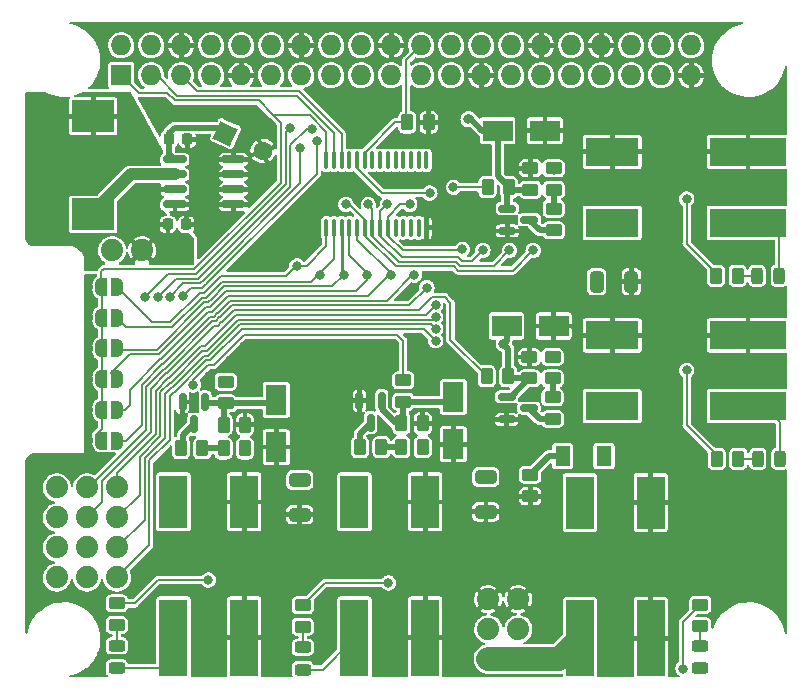
<source format=gtl>
G04 #@! TF.GenerationSoftware,KiCad,Pcbnew,6.0.7+dfsg-1+b1*
G04 #@! TF.CreationDate,2022-09-08T18:59:39+01:00*
G04 #@! TF.ProjectId,owl-driver-board,6f776c2d-6472-4697-9665-722d626f6172,rev?*
G04 #@! TF.SameCoordinates,Original*
G04 #@! TF.FileFunction,Copper,L1,Top*
G04 #@! TF.FilePolarity,Positive*
%FSLAX46Y46*%
G04 Gerber Fmt 4.6, Leading zero omitted, Abs format (unit mm)*
G04 Created by KiCad (PCBNEW 6.0.7+dfsg-1+b1) date 2022-09-08 18:59:39*
%MOMM*%
%LPD*%
G01*
G04 APERTURE LIST*
G04 Aperture macros list*
%AMRoundRect*
0 Rectangle with rounded corners*
0 $1 Rounding radius*
0 $2 $3 $4 $5 $6 $7 $8 $9 X,Y pos of 4 corners*
0 Add a 4 corners polygon primitive as box body*
4,1,4,$2,$3,$4,$5,$6,$7,$8,$9,$2,$3,0*
0 Add four circle primitives for the rounded corners*
1,1,$1+$1,$2,$3*
1,1,$1+$1,$4,$5*
1,1,$1+$1,$6,$7*
1,1,$1+$1,$8,$9*
0 Add four rect primitives between the rounded corners*
20,1,$1+$1,$2,$3,$4,$5,0*
20,1,$1+$1,$4,$5,$6,$7,0*
20,1,$1+$1,$6,$7,$8,$9,0*
20,1,$1+$1,$8,$9,$2,$3,0*%
%AMRotRect*
0 Rectangle, with rotation*
0 The origin of the aperture is its center*
0 $1 length*
0 $2 width*
0 $3 Rotation angle, in degrees counterclockwise*
0 Add horizontal line*
21,1,$1,$2,0,0,$3*%
%AMFreePoly0*
4,1,22,0.500000,-0.750000,0.000000,-0.750000,0.000000,-0.745033,-0.079941,-0.743568,-0.215256,-0.701293,-0.333266,-0.622738,-0.424486,-0.514219,-0.481581,-0.384460,-0.499164,-0.250000,-0.500000,-0.250000,-0.500000,0.250000,-0.499164,0.250000,-0.499963,0.256109,-0.478152,0.396186,-0.417904,0.524511,-0.324060,0.630769,-0.204165,0.706417,-0.067858,0.745374,0.000000,0.744959,0.000000,0.750000,
0.500000,0.750000,0.500000,-0.750000,0.500000,-0.750000,$1*%
%AMFreePoly1*
4,1,20,0.000000,0.744959,0.073905,0.744508,0.209726,0.703889,0.328688,0.626782,0.421226,0.519385,0.479903,0.390333,0.500000,0.250000,0.500000,-0.250000,0.499851,-0.262216,0.476331,-0.402017,0.414519,-0.529596,0.319384,-0.634700,0.198574,-0.708877,0.061801,-0.746166,0.000000,-0.745033,0.000000,-0.750000,-0.500000,-0.750000,-0.500000,0.750000,0.000000,0.750000,0.000000,0.744959,
0.000000,0.744959,$1*%
G04 Aperture macros list end*
G04 #@! TA.AperFunction,ComponentPad*
%ADD10R,1.727200X1.727200*%
G04 #@! TD*
G04 #@! TA.AperFunction,ComponentPad*
%ADD11O,1.727200X1.727200*%
G04 #@! TD*
G04 #@! TA.AperFunction,SMDPad,CuDef*
%ADD12R,2.500000X1.800000*%
G04 #@! TD*
G04 #@! TA.AperFunction,SMDPad,CuDef*
%ADD13RoundRect,0.250000X0.450000X-0.262500X0.450000X0.262500X-0.450000X0.262500X-0.450000X-0.262500X0*%
G04 #@! TD*
G04 #@! TA.AperFunction,ComponentPad*
%ADD14C,1.879600*%
G04 #@! TD*
G04 #@! TA.AperFunction,SMDPad,CuDef*
%ADD15RoundRect,0.243750X0.456250X-0.243750X0.456250X0.243750X-0.456250X0.243750X-0.456250X-0.243750X0*%
G04 #@! TD*
G04 #@! TA.AperFunction,SMDPad,CuDef*
%ADD16R,6.502400X2.387600*%
G04 #@! TD*
G04 #@! TA.AperFunction,SMDPad,CuDef*
%ADD17R,4.495800X2.387600*%
G04 #@! TD*
G04 #@! TA.AperFunction,SMDPad,CuDef*
%ADD18RoundRect,0.250000X0.262500X0.450000X-0.262500X0.450000X-0.262500X-0.450000X0.262500X-0.450000X0*%
G04 #@! TD*
G04 #@! TA.AperFunction,SMDPad,CuDef*
%ADD19RoundRect,0.225000X-0.225000X-0.250000X0.225000X-0.250000X0.225000X0.250000X-0.225000X0.250000X0*%
G04 #@! TD*
G04 #@! TA.AperFunction,SMDPad,CuDef*
%ADD20R,3.600000X2.700000*%
G04 #@! TD*
G04 #@! TA.AperFunction,SMDPad,CuDef*
%ADD21R,2.387600X6.502400*%
G04 #@! TD*
G04 #@! TA.AperFunction,SMDPad,CuDef*
%ADD22R,2.387600X4.495800*%
G04 #@! TD*
G04 #@! TA.AperFunction,SMDPad,CuDef*
%ADD23RoundRect,0.250000X-0.450000X0.262500X-0.450000X-0.262500X0.450000X-0.262500X0.450000X0.262500X0*%
G04 #@! TD*
G04 #@! TA.AperFunction,SMDPad,CuDef*
%ADD24RoundRect,0.243750X0.243750X0.456250X-0.243750X0.456250X-0.243750X-0.456250X0.243750X-0.456250X0*%
G04 #@! TD*
G04 #@! TA.AperFunction,SMDPad,CuDef*
%ADD25RoundRect,0.150000X-0.150000X0.587500X-0.150000X-0.587500X0.150000X-0.587500X0.150000X0.587500X0*%
G04 #@! TD*
G04 #@! TA.AperFunction,SMDPad,CuDef*
%ADD26FreePoly0,0.000000*%
G04 #@! TD*
G04 #@! TA.AperFunction,SMDPad,CuDef*
%ADD27FreePoly1,0.000000*%
G04 #@! TD*
G04 #@! TA.AperFunction,SMDPad,CuDef*
%ADD28RoundRect,0.250000X-0.325000X-0.650000X0.325000X-0.650000X0.325000X0.650000X-0.325000X0.650000X0*%
G04 #@! TD*
G04 #@! TA.AperFunction,SMDPad,CuDef*
%ADD29RoundRect,0.150000X-0.825000X-0.150000X0.825000X-0.150000X0.825000X0.150000X-0.825000X0.150000X0*%
G04 #@! TD*
G04 #@! TA.AperFunction,SMDPad,CuDef*
%ADD30RoundRect,0.250000X-0.262500X-0.450000X0.262500X-0.450000X0.262500X0.450000X-0.262500X0.450000X0*%
G04 #@! TD*
G04 #@! TA.AperFunction,SMDPad,CuDef*
%ADD31R,1.300000X1.700000*%
G04 #@! TD*
G04 #@! TA.AperFunction,SMDPad,CuDef*
%ADD32RoundRect,0.150000X-0.587500X-0.150000X0.587500X-0.150000X0.587500X0.150000X-0.587500X0.150000X0*%
G04 #@! TD*
G04 #@! TA.AperFunction,SMDPad,CuDef*
%ADD33RoundRect,0.250000X-0.650000X0.325000X-0.650000X-0.325000X0.650000X-0.325000X0.650000X0.325000X0*%
G04 #@! TD*
G04 #@! TA.AperFunction,SMDPad,CuDef*
%ADD34R,1.800000X2.500000*%
G04 #@! TD*
G04 #@! TA.AperFunction,SMDPad,CuDef*
%ADD35RoundRect,0.100000X0.100000X-0.637500X0.100000X0.637500X-0.100000X0.637500X-0.100000X-0.637500X0*%
G04 #@! TD*
G04 #@! TA.AperFunction,ComponentPad*
%ADD36RotRect,1.600000X1.600000X335.000000*%
G04 #@! TD*
G04 #@! TA.AperFunction,ComponentPad*
%ADD37C,1.600000*%
G04 #@! TD*
G04 #@! TA.AperFunction,ViaPad*
%ADD38C,0.800000*%
G04 #@! TD*
G04 #@! TA.AperFunction,ViaPad*
%ADD39C,1.000000*%
G04 #@! TD*
G04 #@! TA.AperFunction,Conductor*
%ADD40C,0.500000*%
G04 #@! TD*
G04 #@! TA.AperFunction,Conductor*
%ADD41C,0.200000*%
G04 #@! TD*
G04 #@! TA.AperFunction,Conductor*
%ADD42C,2.000000*%
G04 #@! TD*
G04 #@! TA.AperFunction,Conductor*
%ADD43C,0.250000*%
G04 #@! TD*
G04 #@! TA.AperFunction,Conductor*
%ADD44C,1.000000*%
G04 #@! TD*
G04 APERTURE END LIST*
D10*
X8370000Y-5270000D03*
D11*
X8370000Y-2730000D03*
X10910000Y-5270000D03*
X10910000Y-2730000D03*
X13450000Y-5270000D03*
X13450000Y-2730000D03*
X15990000Y-5270000D03*
X15990000Y-2730000D03*
X18530000Y-5270000D03*
X18530000Y-2730000D03*
X21070000Y-5270000D03*
X21070000Y-2730000D03*
X23610000Y-5270000D03*
X23610000Y-2730000D03*
X26150000Y-5270000D03*
X26150000Y-2730000D03*
X28690000Y-5270000D03*
X28690000Y-2730000D03*
X31230000Y-5270000D03*
X31230000Y-2730000D03*
X33770000Y-5270000D03*
X33770000Y-2730000D03*
X36310000Y-5270000D03*
X36310000Y-2730000D03*
X38850000Y-5270000D03*
X38850000Y-2730000D03*
X41390000Y-5270000D03*
X41390000Y-2730000D03*
X43930000Y-5270000D03*
X43930000Y-2730000D03*
X46470000Y-5270000D03*
X46470000Y-2730000D03*
X49010000Y-5270000D03*
X49010000Y-2730000D03*
X51550000Y-5270000D03*
X51550000Y-2730000D03*
X54090000Y-5270000D03*
X54090000Y-2730000D03*
X56630000Y-5270000D03*
X56630000Y-2730000D03*
D12*
X40250000Y-9950000D03*
X44250000Y-9950000D03*
D13*
X57400000Y-51912500D03*
X57400000Y-50087500D03*
D14*
X2920000Y-40170000D03*
X2920000Y-42710000D03*
X2920000Y-45250000D03*
X2920000Y-47790000D03*
D15*
X8000000Y-55437500D03*
X8000000Y-53562500D03*
X57400000Y-55491815D03*
X57400000Y-53616815D03*
D16*
X61443448Y-33300002D03*
X61443448Y-27299998D03*
D17*
X49943450Y-33300002D03*
X49943450Y-27299998D03*
D18*
X33912500Y-34750000D03*
X32087500Y-34750000D03*
D19*
X12325000Y-17900000D03*
X13875000Y-17900000D03*
D20*
X6000000Y-17050000D03*
X6000000Y-8750000D03*
D21*
X47199998Y-52943448D03*
X53200002Y-52943448D03*
D22*
X47199998Y-41443450D03*
X53200002Y-41443450D03*
D21*
X12799998Y-52893448D03*
X18800002Y-52893448D03*
D22*
X12799998Y-41393450D03*
X18800002Y-41393450D03*
D14*
X41999379Y-54706800D03*
X39459379Y-54706800D03*
X41999379Y-52166800D03*
X39459379Y-52166800D03*
X41999379Y-49626800D03*
X39459379Y-49626800D03*
D18*
X41212500Y-14750000D03*
X39387500Y-14750000D03*
D23*
X42925000Y-29112500D03*
X42925000Y-30937500D03*
D13*
X17225000Y-33037500D03*
X17225000Y-31212500D03*
D24*
X64137500Y-37750000D03*
X62262500Y-37750000D03*
D25*
X15475000Y-32937500D03*
X13575000Y-32937500D03*
X14525000Y-34812500D03*
D14*
X10140000Y-20090000D03*
X7600000Y-20090000D03*
D26*
X6700000Y-31000000D03*
D27*
X8000000Y-31000000D03*
D16*
X61443448Y-17750002D03*
X61443448Y-11749998D03*
D17*
X49943450Y-17750002D03*
X49943450Y-11749998D03*
D15*
X23750000Y-55587500D03*
X23750000Y-53712500D03*
D26*
X6700000Y-28400000D03*
D27*
X8000000Y-28400000D03*
D25*
X30450000Y-32812500D03*
X28550000Y-32812500D03*
X29500000Y-34687500D03*
D18*
X41137500Y-30750000D03*
X39312500Y-30750000D03*
X60562500Y-22250000D03*
X58737500Y-22250000D03*
D28*
X48625000Y-22750000D03*
X51575000Y-22750000D03*
D29*
X12925000Y-12395000D03*
X12925000Y-13665000D03*
X12925000Y-14935000D03*
X12925000Y-16205000D03*
X17875000Y-16205000D03*
X17875000Y-14935000D03*
X17875000Y-13665000D03*
X17875000Y-12395000D03*
D30*
X32087500Y-36750000D03*
X33912500Y-36750000D03*
D13*
X32250000Y-32912500D03*
X32250000Y-31087500D03*
D24*
X64087500Y-22250000D03*
X62212500Y-22250000D03*
D26*
X6700000Y-36200000D03*
D27*
X8000000Y-36200000D03*
D31*
X49250000Y-37500000D03*
X45750000Y-37500000D03*
D32*
X41062500Y-16550000D03*
X41062500Y-18450000D03*
X42937500Y-17500000D03*
D26*
X6700000Y-23200000D03*
D27*
X8000000Y-23200000D03*
D19*
X12425000Y-10700000D03*
X13975000Y-10700000D03*
D33*
X39250000Y-39275000D03*
X39250000Y-42225000D03*
D12*
X41000000Y-26500000D03*
X45000000Y-26500000D03*
D34*
X36500000Y-32500000D03*
X36500000Y-36500000D03*
D32*
X41012500Y-32500000D03*
X41012500Y-34400000D03*
X42887500Y-33450000D03*
D13*
X23750000Y-51962500D03*
X23750000Y-50137500D03*
X45000000Y-14962500D03*
X45000000Y-13137500D03*
D18*
X18862500Y-34850000D03*
X17037500Y-34850000D03*
D30*
X28587500Y-36750000D03*
X30412500Y-36750000D03*
D13*
X8000000Y-51812500D03*
X8000000Y-49987500D03*
X44900000Y-34362500D03*
X44900000Y-32537500D03*
D26*
X6700000Y-25800000D03*
D27*
X8000000Y-25800000D03*
D13*
X45000000Y-18387500D03*
X45000000Y-16562500D03*
D18*
X60612500Y-37750000D03*
X58787500Y-37750000D03*
D33*
X23500000Y-39525000D03*
X23500000Y-42475000D03*
D35*
X25750000Y-18187500D03*
X26400000Y-18187500D03*
X27050000Y-18187500D03*
X27700000Y-18187500D03*
X28350000Y-18187500D03*
X29000000Y-18187500D03*
X29650000Y-18187500D03*
X30300000Y-18187500D03*
X30950000Y-18187500D03*
X31600000Y-18187500D03*
X32250000Y-18187500D03*
X32900000Y-18187500D03*
X33550000Y-18187500D03*
X34200000Y-18187500D03*
X34200000Y-12462500D03*
X33550000Y-12462500D03*
X32900000Y-12462500D03*
X32250000Y-12462500D03*
X31600000Y-12462500D03*
X30950000Y-12462500D03*
X30300000Y-12462500D03*
X29650000Y-12462500D03*
X29000000Y-12462500D03*
X28350000Y-12462500D03*
X27700000Y-12462500D03*
X27050000Y-12462500D03*
X26400000Y-12462500D03*
X25750000Y-12462500D03*
D23*
X43025000Y-13137500D03*
X43025000Y-14962500D03*
D21*
X28124998Y-52893448D03*
X34125002Y-52893448D03*
D22*
X28124998Y-41393450D03*
X34125002Y-41393450D03*
D30*
X13424472Y-36845799D03*
X15249472Y-36845799D03*
D26*
X6700000Y-33600000D03*
D27*
X8000000Y-33600000D03*
D18*
X34412500Y-9250000D03*
X32587500Y-9250000D03*
D34*
X21500000Y-32750000D03*
X21500000Y-36750000D03*
D13*
X43000000Y-40912500D03*
X43000000Y-39087500D03*
D30*
X17037500Y-36850000D03*
X18862500Y-36850000D03*
D13*
X44900000Y-30937500D03*
X44900000Y-29112500D03*
D14*
X8020000Y-47790000D03*
X5480000Y-47790000D03*
X8020000Y-45250000D03*
X5480000Y-45250000D03*
X8020000Y-42710000D03*
X5480000Y-42710000D03*
X8020000Y-40170000D03*
X5480000Y-40170000D03*
D36*
X17200000Y-10200000D03*
D37*
X20372077Y-11679164D03*
D38*
X40725000Y-28000000D03*
X48600000Y-22800000D03*
X45000000Y-13250000D03*
D39*
X39250000Y-39250000D03*
D38*
X33901745Y-36500000D03*
D39*
X23500000Y-39500000D03*
D38*
X18862500Y-36850000D03*
X49250001Y-37499999D03*
X45000000Y-29000000D03*
X31200000Y-28200000D03*
D39*
X12900000Y-8400000D03*
X57750000Y-43500000D03*
X16000000Y-16200000D03*
X16000000Y-15000000D03*
X50400000Y-54600000D03*
X16000000Y-12400000D03*
D38*
X21250000Y-50750000D03*
D39*
X31800000Y-51000000D03*
X19300000Y-10000000D03*
X16000000Y-13700000D03*
D38*
X21250000Y-51750000D03*
D39*
X16200000Y-51000000D03*
X16200000Y-53400000D03*
X31800000Y-53400000D03*
D38*
X31200000Y-29400000D03*
X26250000Y-14000000D03*
D39*
X20000000Y-13600000D03*
D38*
X25000000Y-7100000D03*
D39*
X16200000Y-54600000D03*
X16000000Y-41500000D03*
D38*
X20000000Y-28200000D03*
X33200000Y-29400000D03*
X22400000Y-29400000D03*
X18800000Y-28200000D03*
D39*
X20000000Y-15000000D03*
D38*
X14510072Y-32632727D03*
X17600000Y-29400000D03*
X42000000Y-11500000D03*
D39*
X50400000Y-53400000D03*
X14900000Y-13100000D03*
X17500000Y-8400000D03*
D38*
X21200000Y-28200000D03*
X17300000Y-17300000D03*
D39*
X11100000Y-7900000D03*
D38*
X21200000Y-29400000D03*
X28250000Y-14750000D03*
X34000000Y-16500000D03*
D39*
X15200000Y-8400000D03*
X16200000Y-52200000D03*
D38*
X33200000Y-28200000D03*
D39*
X31800000Y-52200000D03*
D38*
X35000000Y-18250000D03*
X19750500Y-20942888D03*
X34250000Y-14000000D03*
X18800000Y-29400000D03*
X20000000Y-29400000D03*
X13960444Y-10732669D03*
D39*
X50400000Y-52200000D03*
D38*
X22400000Y-28200000D03*
X15769522Y-30769522D03*
D39*
X14900000Y-11700000D03*
D38*
X23200000Y-19600000D03*
D39*
X31800000Y-54600000D03*
X7200000Y-9000000D03*
X6000000Y-13800000D03*
X9500000Y-10100000D03*
X7200000Y-12000000D03*
X13600000Y-19400000D03*
X13600000Y-20600000D03*
X6000000Y-9000000D03*
X12400000Y-19400000D03*
D38*
X11200000Y-15200000D03*
D39*
X4800000Y-9000000D03*
D38*
X9700000Y-15200000D03*
D39*
X4800000Y-12000000D03*
X10300000Y-12400000D03*
X12400000Y-20600000D03*
D38*
X15250000Y-36900000D03*
X44900000Y-30937500D03*
X45750001Y-37499999D03*
X30500000Y-36500000D03*
X45000000Y-16500000D03*
X37250000Y-20000000D03*
X32800000Y-16200000D03*
X38999998Y-20087500D03*
X30900000Y-16200000D03*
X29300000Y-16200000D03*
X41250000Y-20087500D03*
X27400000Y-16200000D03*
X43250000Y-20087500D03*
D39*
X47200000Y-53161281D03*
X47200000Y-51838002D03*
X47200000Y-54400000D03*
X47200000Y-41400000D03*
X47200000Y-40200000D03*
X47200000Y-42600000D03*
X47200000Y-50588002D03*
D38*
X55944234Y-55502050D03*
D39*
X12425000Y-41341982D03*
X12500000Y-51750000D03*
X12500000Y-53000000D03*
X12425000Y-42575000D03*
X12500000Y-54250000D03*
X12500000Y-50500000D03*
X12425000Y-40108964D03*
X48500000Y-33250000D03*
X51000000Y-33250000D03*
X62900000Y-33250000D03*
X60400000Y-33250000D03*
X59150000Y-33250000D03*
X61650000Y-33250000D03*
X49750000Y-33250000D03*
X28128007Y-41211308D03*
X28086300Y-54280571D03*
X28128007Y-42461308D03*
X28086300Y-51730571D03*
X28086300Y-50480571D03*
X28128007Y-40061308D03*
X28086300Y-52924019D03*
X60400000Y-18000000D03*
X61650000Y-18000000D03*
X50900000Y-18000000D03*
X49650000Y-18000000D03*
X48400000Y-18000000D03*
X59150000Y-18000000D03*
X62900000Y-18000000D03*
D38*
X15750000Y-48000000D03*
X56250000Y-30250000D03*
X31000000Y-48250000D03*
X56250000Y-15750000D03*
X35000000Y-27750000D03*
X17225000Y-31212500D03*
X35000000Y-26750000D03*
X14487032Y-31487032D03*
X35000000Y-25750000D03*
X35000000Y-24750497D03*
X36500000Y-14750000D03*
X34250000Y-23250000D03*
X34500000Y-15250000D03*
X33205477Y-22169897D03*
X31205477Y-22182397D03*
X29205477Y-22182397D03*
X27242258Y-22173573D03*
X25201088Y-22168407D03*
X23250000Y-21412500D03*
X10400000Y-24000000D03*
X22673691Y-9696288D03*
X13575418Y-23975418D03*
X24919623Y-10830380D03*
X17037500Y-34850000D03*
X23553206Y-11466872D03*
X12500000Y-24000000D03*
X11500000Y-24000000D03*
X24500000Y-9800000D03*
X32250000Y-32912500D03*
X37750000Y-9000000D03*
X57412705Y-55504790D03*
D39*
X5900000Y-16900000D03*
X7100000Y-16900000D03*
D40*
X40725000Y-28000000D02*
X41000000Y-27725000D01*
X41000000Y-27725000D02*
X41000000Y-26500000D01*
X41137500Y-30750000D02*
X41137500Y-28412500D01*
X41137500Y-28412500D02*
X40725000Y-28000000D01*
X36500000Y-32900000D02*
X36475000Y-32925000D01*
X36475000Y-32925000D02*
X34425000Y-32925000D01*
X34425000Y-32925000D02*
X34412500Y-32912500D01*
X34412500Y-32912500D02*
X32250000Y-32912500D01*
X12425000Y-10700000D02*
X12433789Y-10708789D01*
X12900000Y-9700000D02*
X16700000Y-9700000D01*
X16700000Y-9700000D02*
X17200000Y-10200000D01*
X12425000Y-10700000D02*
X12425000Y-10175000D01*
X12425000Y-10175000D02*
X12900000Y-9700000D01*
X12433789Y-11903789D02*
X12925000Y-12395000D01*
X12433789Y-10708789D02*
X12433789Y-11903789D01*
X15249472Y-36845799D02*
X17033299Y-36845799D01*
X44900000Y-32537500D02*
X44900000Y-30937500D01*
X44587501Y-37499999D02*
X45750001Y-37499999D01*
X43000000Y-39087500D02*
X44587501Y-37499999D01*
X32087500Y-36750000D02*
X30412500Y-36750000D01*
X45000000Y-14962500D02*
X45000000Y-16500000D01*
D41*
X30950000Y-18187500D02*
X30950000Y-18840685D01*
X32000000Y-16200000D02*
X32800000Y-16200000D01*
X30950000Y-18840685D02*
X32196815Y-20087500D01*
X30950000Y-17250000D02*
X32000000Y-16200000D01*
X30950000Y-18187500D02*
X30950000Y-17250000D01*
X32196815Y-20087500D02*
X37250000Y-20087500D01*
X38087500Y-21000000D02*
X39000000Y-20087500D01*
X30300000Y-18840685D02*
X32108816Y-20649501D01*
X36910258Y-20649501D02*
X37260757Y-21000000D01*
X32108816Y-20649501D02*
X36910258Y-20649501D01*
X30300000Y-16800000D02*
X30900000Y-16200000D01*
X37260757Y-21000000D02*
X38087500Y-21000000D01*
X30300000Y-18187500D02*
X30300000Y-18840685D01*
X30300000Y-18187500D02*
X30300000Y-16800000D01*
X29650000Y-18840685D02*
X31858317Y-21049002D01*
X29650000Y-18187500D02*
X29650000Y-16550000D01*
X36744779Y-21049002D02*
X37095278Y-21399501D01*
X37095278Y-21399501D02*
X39937999Y-21399501D01*
X29650000Y-18187500D02*
X29650000Y-18840685D01*
X31858317Y-21049002D02*
X36744779Y-21049002D01*
X29650000Y-16550000D02*
X29300000Y-16200000D01*
X39937999Y-21399501D02*
X41250000Y-20087500D01*
X29000000Y-17498959D02*
X27701041Y-16200000D01*
X29000000Y-18187500D02*
X29000000Y-18840685D01*
X27701041Y-16200000D02*
X27400000Y-16200000D01*
X29000000Y-18840685D02*
X31607818Y-21448503D01*
X31607818Y-21448503D02*
X36579300Y-21448503D01*
X36579300Y-21448503D02*
X36929799Y-21799002D01*
X41538498Y-21799002D02*
X43250000Y-20087500D01*
X29000000Y-18187500D02*
X29000000Y-17498959D01*
X36929799Y-21799002D02*
X41538498Y-21799002D01*
D42*
X39459379Y-54706800D02*
X45436646Y-54706800D01*
D41*
X57400000Y-50087500D02*
X55944234Y-51543266D01*
D42*
X45436646Y-54706800D02*
X47199998Y-52943448D01*
D41*
X55944234Y-51543266D02*
X55944234Y-55502050D01*
X8150000Y-55487500D02*
X12262500Y-55487500D01*
X64137500Y-34637500D02*
X62750000Y-33250000D01*
X64137500Y-37750000D02*
X64137500Y-34637500D01*
X23750000Y-55587500D02*
X25430946Y-55587500D01*
X25430946Y-55587500D02*
X28124998Y-52893448D01*
X64087500Y-22250000D02*
X64087500Y-18587500D01*
X11500000Y-48000000D02*
X15750000Y-48000000D01*
X8000000Y-49987500D02*
X9512500Y-49987500D01*
X9512500Y-49987500D02*
X11500000Y-48000000D01*
X58787500Y-37450000D02*
X56250000Y-34912500D01*
X56250000Y-34912500D02*
X56250000Y-30250000D01*
X23750000Y-50137500D02*
X25637500Y-48250000D01*
X25637500Y-48250000D02*
X31000000Y-48250000D01*
X58737500Y-22000000D02*
X56250000Y-19512500D01*
X56250000Y-19512500D02*
X56250000Y-15750000D01*
X34000000Y-26750000D02*
X35000000Y-27750000D01*
X15928529Y-29396507D02*
X18575036Y-26750000D01*
X12497505Y-36127395D02*
X12497505Y-32457355D01*
X12497505Y-32457355D02*
X12859351Y-32095509D01*
X12889311Y-32095509D02*
X15588313Y-29396507D01*
X12859351Y-32095509D02*
X12889311Y-32095509D01*
X15588313Y-29396507D02*
X15928529Y-29396507D01*
X10747505Y-37877395D02*
X12497505Y-36127395D01*
X18575036Y-26750000D02*
X34000000Y-26750000D01*
X8020000Y-47790000D02*
X10747505Y-45062495D01*
X10747505Y-45062495D02*
X10747505Y-37877395D01*
X12693872Y-31696008D02*
X12723832Y-31696008D01*
X10348004Y-37711916D02*
X12098004Y-35961916D01*
X15422834Y-28997006D02*
X15763050Y-28997006D01*
X12098004Y-32291876D02*
X12693872Y-31696008D01*
X12723832Y-31696008D02*
X15422834Y-28997006D01*
X10348004Y-42921996D02*
X10348004Y-37711916D01*
X12098004Y-35961916D02*
X12098004Y-32291876D01*
X8020000Y-45250000D02*
X10348004Y-42921996D01*
X18409557Y-26350499D02*
X34600499Y-26350499D01*
X15763050Y-28997006D02*
X18409557Y-26350499D01*
X34600499Y-26350499D02*
X35000000Y-26750000D01*
X14487032Y-31062768D02*
X14487032Y-31487032D01*
X15753792Y-29796008D02*
X14487032Y-31062768D01*
X18750000Y-27250000D02*
X16203992Y-29796008D01*
X16203992Y-29796008D02*
X15753792Y-29796008D01*
X32250000Y-27750000D02*
X31750000Y-27250000D01*
X31750000Y-27250000D02*
X18750000Y-27250000D01*
X32250000Y-31087500D02*
X32250000Y-27750000D01*
X8020000Y-42710000D02*
X9948503Y-40781497D01*
X9948503Y-37546437D02*
X11698503Y-35796437D01*
X15257355Y-28597505D02*
X15597571Y-28597505D01*
X34799002Y-25950998D02*
X35000000Y-25750000D01*
X12558353Y-31296507D02*
X15257355Y-28597505D01*
X9948503Y-40781497D02*
X9948503Y-37546437D01*
X11698503Y-32126397D02*
X12528393Y-31296507D01*
X11698503Y-35796437D02*
X11698503Y-32126397D01*
X12528393Y-31296507D02*
X12558353Y-31296507D01*
X15597571Y-28597505D02*
X18244078Y-25950998D01*
X18244078Y-25950998D02*
X34799002Y-25950998D01*
X16891304Y-26173812D02*
X17915615Y-25149501D01*
X6750000Y-41440000D02*
X6750000Y-39614980D01*
X16855948Y-26173812D02*
X16891304Y-26173812D01*
X10899501Y-35465479D02*
X10899501Y-31795439D01*
X16230888Y-26494012D02*
X16535748Y-26494012D01*
X10899501Y-31795439D02*
X12197435Y-30497505D01*
X34710257Y-24050997D02*
X35790240Y-24050997D01*
X12197435Y-30497505D02*
X12227395Y-30497505D01*
X36250000Y-24510757D02*
X36250000Y-27687500D01*
X16535748Y-26494012D02*
X16855948Y-26173812D01*
X17915615Y-25149501D02*
X33611753Y-25149501D01*
X12227395Y-30497505D02*
X16230888Y-26494012D01*
X35790240Y-24050997D02*
X36250000Y-24510757D01*
X33611753Y-25149501D02*
X34710257Y-24050997D01*
X36250000Y-27687500D02*
X39312500Y-30750000D01*
X5480000Y-42710000D02*
X6750000Y-41440000D01*
X6750000Y-39614980D02*
X10899501Y-35465479D01*
X11299002Y-35630958D02*
X11299002Y-31960918D01*
X34201495Y-25549002D02*
X35000000Y-24750497D01*
X8020000Y-38909960D02*
X11299002Y-35630958D01*
X18081094Y-25549002D02*
X34201495Y-25549002D01*
X12392874Y-30897006D02*
X15091876Y-28198004D01*
X12362914Y-30897006D02*
X12392874Y-30897006D01*
X15432092Y-28198004D02*
X18081094Y-25549002D01*
X8020000Y-40170000D02*
X8020000Y-38909960D01*
X15091876Y-28198004D02*
X15432092Y-28198004D01*
X11299002Y-31960918D02*
X12362914Y-30897006D01*
X16370269Y-26094511D02*
X16065409Y-26094511D01*
X34250000Y-23250000D02*
X32750000Y-24750000D01*
X12061916Y-30098004D02*
X12031956Y-30098004D01*
X16065409Y-26094511D02*
X12061916Y-30098004D01*
X17750136Y-24750000D02*
X16725825Y-25774311D01*
X10500000Y-31629960D02*
X10500000Y-35300000D01*
X32750000Y-24750000D02*
X17750136Y-24750000D01*
X5630000Y-40170000D02*
X5480000Y-40170000D01*
X10500000Y-35300000D02*
X5630000Y-40170000D01*
X12031956Y-30098004D02*
X10500000Y-31629960D01*
X39387500Y-14750000D02*
X36500000Y-14750000D01*
X16690469Y-25774311D02*
X16370269Y-26094511D01*
X16725825Y-25774311D02*
X16690469Y-25774311D01*
D40*
X14525000Y-34812500D02*
X13612500Y-35725000D01*
X13612500Y-35725000D02*
X13612500Y-36850000D01*
X43800000Y-34362500D02*
X44900000Y-34362500D01*
X42887500Y-33450000D02*
X43800000Y-34362500D01*
X28587500Y-35600000D02*
X29500000Y-34687500D01*
X28587500Y-36750000D02*
X28587500Y-35600000D01*
X43825000Y-18387500D02*
X45000000Y-18387500D01*
X42937500Y-17500000D02*
X43825000Y-18387500D01*
D41*
X6700000Y-23200000D02*
X6700000Y-21875736D01*
X14550000Y-21700000D02*
X21900000Y-14350000D01*
X21900000Y-14350000D02*
X21900000Y-9300000D01*
X9850000Y-6750000D02*
X8370000Y-5270000D01*
X14200000Y-21700000D02*
X14550000Y-21700000D01*
X12250000Y-6750000D02*
X9850000Y-6750000D01*
X24339243Y-8650000D02*
X21250000Y-8650000D01*
X6750000Y-35200000D02*
X6250000Y-35700000D01*
X25750000Y-12462500D02*
X25750000Y-10060757D01*
X6700000Y-21875736D02*
X6925736Y-21650000D01*
X20000500Y-7400500D02*
X12900500Y-7400500D01*
X12900500Y-7400500D02*
X12250000Y-6750000D01*
X14150000Y-21650000D02*
X14200000Y-21700000D01*
X21250000Y-8650000D02*
X20000500Y-7400500D01*
X6750000Y-22750000D02*
X6750000Y-35200000D01*
X25750000Y-10060757D02*
X24339243Y-8650000D01*
X21900000Y-9300000D02*
X21250000Y-8650000D01*
X6925736Y-21650000D02*
X14150000Y-21650000D01*
X13136689Y-7000999D02*
X23255222Y-7000999D01*
X23255222Y-7000999D02*
X26400000Y-10145777D01*
X11405690Y-5270000D02*
X13136689Y-7000999D01*
X26400000Y-10145777D02*
X26400000Y-12462500D01*
X13450000Y-5270000D02*
X14781498Y-6601498D01*
X23420701Y-6601498D02*
X27050000Y-10230797D01*
X27050000Y-10230797D02*
X27050000Y-12462500D01*
X14781498Y-6601498D02*
X23420701Y-6601498D01*
X33770000Y-2730000D02*
X32513097Y-3986903D01*
X32587500Y-9250000D02*
X31559315Y-9250000D01*
X29000000Y-11809315D02*
X29000000Y-12462500D01*
X32513097Y-3986903D02*
X32513097Y-9137797D01*
X31559315Y-9250000D02*
X29000000Y-11809315D01*
X11896437Y-29698503D02*
X11866477Y-29698503D01*
X8800000Y-36200000D02*
X8000000Y-36200000D01*
X28350000Y-13115685D02*
X30484315Y-15250000D01*
X11866477Y-29698503D02*
X10100499Y-31464481D01*
X30484315Y-15250000D02*
X34500000Y-15250000D01*
X16560346Y-25374810D02*
X16524990Y-25374810D01*
X33200000Y-22012500D02*
X30862001Y-24350499D01*
X17584657Y-24350499D02*
X16560346Y-25374810D01*
X10100499Y-31464481D02*
X10100499Y-34899501D01*
X15899930Y-25695010D02*
X11896437Y-29698503D01*
X30862001Y-24350499D02*
X17584657Y-24350499D01*
X16524990Y-25374810D02*
X16204790Y-25695010D01*
X16204790Y-25695010D02*
X15899930Y-25695010D01*
X28350000Y-12462500D02*
X28350000Y-13115685D01*
X10100499Y-34899501D02*
X8800000Y-36200000D01*
X16039311Y-25295509D02*
X15734451Y-25295509D01*
X28350000Y-19175000D02*
X31200000Y-22025000D01*
X11730958Y-29299002D02*
X11700998Y-29299002D01*
X29274002Y-23950998D02*
X17419178Y-23950998D01*
X8700000Y-33600000D02*
X8000000Y-33600000D01*
X28350000Y-18187500D02*
X28350000Y-19175000D01*
X9100000Y-33200000D02*
X8700000Y-33600000D01*
X16394867Y-24975309D02*
X16359511Y-24975309D01*
X31200000Y-22025000D02*
X29274002Y-23950998D01*
X9100000Y-31900000D02*
X9100000Y-33200000D01*
X11700998Y-29299002D02*
X9100000Y-31900000D01*
X16359511Y-24975309D02*
X16039311Y-25295509D01*
X15734451Y-25295509D02*
X11730958Y-29299002D01*
X17419178Y-23950998D02*
X16394867Y-24975309D01*
X15568972Y-24896008D02*
X15873832Y-24896008D01*
X29200000Y-22600000D02*
X29200000Y-22025000D01*
X11565479Y-28899501D02*
X15568972Y-24896008D01*
X16229388Y-24575808D02*
X17253699Y-23551497D01*
X7550000Y-30500000D02*
X9150499Y-28899501D01*
X16194032Y-24575808D02*
X16229388Y-24575808D01*
X27700000Y-20525000D02*
X27700000Y-18187500D01*
X29200000Y-22025000D02*
X27700000Y-20525000D01*
X15873832Y-24896008D02*
X16194032Y-24575808D01*
X17253699Y-23551497D02*
X28248503Y-23551497D01*
X28248503Y-23551497D02*
X29200000Y-22600000D01*
X9150499Y-28899501D02*
X11565479Y-28899501D01*
D43*
X27242258Y-22173573D02*
X27050000Y-21981315D01*
D41*
X26263835Y-23151996D02*
X27242258Y-22173573D01*
X11400000Y-28500000D02*
X15403493Y-24496507D01*
D43*
X27050000Y-21981315D02*
X27050000Y-18187500D01*
D41*
X15708353Y-24496507D02*
X16028553Y-24176307D01*
X8150000Y-28500000D02*
X11400000Y-28500000D01*
X17088220Y-23151996D02*
X26263835Y-23151996D01*
X16063909Y-24176307D02*
X17088220Y-23151996D01*
X16028553Y-24176307D02*
X16063909Y-24176307D01*
X15403493Y-24496507D02*
X15708353Y-24496507D01*
X24475000Y-22750000D02*
X26400000Y-20825000D01*
X15542874Y-24097006D02*
X15863074Y-23776806D01*
X15898430Y-23776806D02*
X16925236Y-22750000D01*
X15863074Y-23776806D02*
X15898430Y-23776806D01*
X15188014Y-24097006D02*
X15542874Y-24097006D01*
X16925236Y-22750000D02*
X24475000Y-22750000D01*
X12685519Y-26599501D02*
X15188014Y-24097006D01*
X26400000Y-20825000D02*
X26400000Y-18187500D01*
X8799501Y-26599501D02*
X12685519Y-26599501D01*
X8000000Y-25800000D02*
X8799501Y-26599501D01*
X25750000Y-19750000D02*
X25750000Y-18187500D01*
X22362500Y-22250000D02*
X23200000Y-21412500D01*
X11000000Y-26200000D02*
X12520040Y-26200000D01*
X8000000Y-23200000D02*
X11000000Y-26200000D01*
X15697595Y-23377305D02*
X15732951Y-23377305D01*
X24087500Y-21412500D02*
X25750000Y-19750000D01*
X15732951Y-23377305D02*
X16860256Y-22250000D01*
X15377395Y-23697505D02*
X15697595Y-23377305D01*
X16860256Y-22250000D02*
X22362500Y-22250000D01*
X23200000Y-21412500D02*
X24087500Y-21412500D01*
X15022535Y-23697505D02*
X15377395Y-23697505D01*
X12520040Y-26200000D02*
X15022535Y-23697505D01*
X15071035Y-21779301D02*
X21674501Y-15175834D01*
X22299501Y-10070478D02*
X22673691Y-9696288D01*
X10400000Y-24000000D02*
X12300499Y-22099501D01*
X22299501Y-14515479D02*
X22299501Y-10070478D01*
X21674501Y-15140479D02*
X22299501Y-14515479D01*
X14715479Y-22099501D02*
X15035679Y-21779301D01*
X15035679Y-21779301D02*
X15071035Y-21779301D01*
X21674501Y-15175834D02*
X21674501Y-15140479D01*
X12300499Y-22099501D02*
X14715479Y-22099501D01*
X15532116Y-22977804D02*
X15211916Y-23298004D01*
X24919623Y-10830380D02*
X24919623Y-13625653D01*
X24919623Y-13625653D02*
X15567472Y-22977804D01*
X14252832Y-23298004D02*
X13575418Y-23975418D01*
X15211916Y-23298004D02*
X14252832Y-23298004D01*
X15567472Y-22977804D02*
X15532116Y-22977804D01*
D40*
X15575000Y-33037500D02*
X15475000Y-32937500D01*
X17225000Y-33037500D02*
X15575000Y-33037500D01*
X21212500Y-33037500D02*
X17225000Y-33037500D01*
X17037500Y-33225000D02*
X17037500Y-34850000D01*
X41325000Y-30937500D02*
X42925000Y-30937500D01*
X42925000Y-30937500D02*
X41362500Y-32500000D01*
D41*
X13601497Y-22898503D02*
X15046437Y-22898503D01*
X23553206Y-14427090D02*
X23553206Y-11466872D01*
X15046437Y-22898503D02*
X15366637Y-22578303D01*
X15401993Y-22578303D02*
X23553206Y-14427090D01*
X15366637Y-22578303D02*
X15401993Y-22578303D01*
X12500000Y-24000000D02*
X13601497Y-22898503D01*
X15236514Y-22178802D02*
X22699002Y-14716314D01*
X15201158Y-22178802D02*
X15236514Y-22178802D01*
X24100000Y-9800000D02*
X24500000Y-9800000D01*
X11500000Y-24000000D02*
X13000998Y-22499002D01*
X22699002Y-11200998D02*
X24100000Y-9800000D01*
X22699002Y-14716314D02*
X22699002Y-11200998D01*
X13000998Y-22499002D02*
X14880958Y-22499002D01*
X14880958Y-22499002D02*
X15201158Y-22178802D01*
D40*
X30450000Y-33562500D02*
X31637500Y-34750000D01*
X32250000Y-32912500D02*
X32250000Y-34000000D01*
X32087500Y-34162500D02*
X32087500Y-34750000D01*
X32250000Y-34000000D02*
X32087500Y-34162500D01*
X31637500Y-34750000D02*
X32087500Y-34750000D01*
X30450000Y-32812500D02*
X30450000Y-33562500D01*
X38950000Y-9950000D02*
X37800000Y-8800000D01*
X40250000Y-9950000D02*
X38950000Y-9950000D01*
X41212500Y-14750000D02*
X40250000Y-13787500D01*
X40250000Y-13787500D02*
X40250000Y-9950000D01*
X41425000Y-14962500D02*
X43025000Y-14962500D01*
X41062500Y-16550000D02*
X41062500Y-14900000D01*
D41*
X57400000Y-53762500D02*
X57400000Y-51912500D01*
X8000000Y-53562500D02*
X8000000Y-51812500D01*
X62262500Y-37750000D02*
X60612500Y-37750000D01*
X23750000Y-53712500D02*
X23750000Y-51962500D01*
X60562500Y-22250000D02*
X62212500Y-22250000D01*
D44*
X9185000Y-13665000D02*
X6000000Y-16850000D01*
X12925000Y-13665000D02*
X9185000Y-13665000D01*
G04 #@! TA.AperFunction,Conductor*
G36*
X1899419Y-6675474D02*
G01*
X1944416Y-6686460D01*
X2234355Y-6835789D01*
X2234363Y-6835793D01*
X2236853Y-6837075D01*
X2239479Y-6838070D01*
X2239486Y-6838073D01*
X2563509Y-6960834D01*
X2563516Y-6960836D01*
X2566139Y-6961830D01*
X2907430Y-7048507D01*
X3256340Y-7095992D01*
X3258700Y-7096085D01*
X3258703Y-7096085D01*
X3370127Y-7100463D01*
X3370151Y-7100463D01*
X3371081Y-7100500D01*
X3589198Y-7100500D01*
X3785203Y-7089370D01*
X3848762Y-7085761D01*
X3848764Y-7085761D01*
X3851560Y-7085602D01*
X3915745Y-7074573D01*
X3976297Y-7083353D01*
X4020124Y-7126047D01*
X4030485Y-7186349D01*
X4014826Y-7227144D01*
X3969922Y-7294349D01*
X3962603Y-7312017D01*
X3950948Y-7370612D01*
X3950000Y-7380234D01*
X3950000Y-8534320D01*
X3954122Y-8547005D01*
X3958243Y-8550000D01*
X5784320Y-8550000D01*
X5797005Y-8545878D01*
X5800000Y-8541757D01*
X5800000Y-8534320D01*
X6200000Y-8534320D01*
X6204122Y-8547005D01*
X6208243Y-8550000D01*
X8034320Y-8550000D01*
X8047005Y-8545878D01*
X8050000Y-8541757D01*
X8050000Y-7380234D01*
X8049052Y-7370612D01*
X8037397Y-7312017D01*
X8030078Y-7294349D01*
X7985659Y-7227870D01*
X7972130Y-7214341D01*
X7905651Y-7169922D01*
X7887983Y-7162603D01*
X7829388Y-7150948D01*
X7819766Y-7150000D01*
X6215680Y-7150000D01*
X6202995Y-7154122D01*
X6200000Y-7158243D01*
X6200000Y-8534320D01*
X5800000Y-8534320D01*
X5800000Y-7165680D01*
X5795878Y-7152995D01*
X5791757Y-7150000D01*
X4466512Y-7150000D01*
X4408321Y-7131093D01*
X4372357Y-7081593D01*
X4372357Y-7020407D01*
X4408321Y-6970907D01*
X4438809Y-6955955D01*
X4533970Y-6928218D01*
X4533974Y-6928217D01*
X4536659Y-6927434D01*
X4755208Y-6835789D01*
X4858791Y-6792353D01*
X4858793Y-6792352D01*
X4861390Y-6791263D01*
X4933005Y-6751157D01*
X5026558Y-6698765D01*
X5075264Y-6686143D01*
X7630486Y-6694727D01*
X9141639Y-6699804D01*
X9199765Y-6718906D01*
X9228086Y-6751157D01*
X9568179Y-7370612D01*
X11921070Y-11656235D01*
X11933289Y-11703880D01*
X11933289Y-11819785D01*
X11914382Y-11877976D01*
X11879232Y-11907995D01*
X11868601Y-11913411D01*
X11868595Y-11913416D01*
X11861658Y-11916950D01*
X11771950Y-12006658D01*
X11768415Y-12013595D01*
X11768414Y-12013597D01*
X11717890Y-12112756D01*
X11714354Y-12119696D01*
X11699500Y-12213481D01*
X11699501Y-12576518D01*
X11714354Y-12670304D01*
X11717889Y-12677242D01*
X11717891Y-12677248D01*
X11765434Y-12770555D01*
X11775006Y-12830987D01*
X11747229Y-12885503D01*
X11692712Y-12913281D01*
X11677225Y-12914500D01*
X9249411Y-12914500D01*
X9234522Y-12913374D01*
X9217059Y-12910717D01*
X9217055Y-12910717D01*
X9211370Y-12909852D01*
X9159505Y-12914070D01*
X9158231Y-12914174D01*
X9150205Y-12914500D01*
X9141178Y-12914500D01*
X9112781Y-12917811D01*
X9109357Y-12918149D01*
X9092651Y-12919508D01*
X9042678Y-12923572D01*
X9042675Y-12923573D01*
X9036941Y-12924039D01*
X9031470Y-12925811D01*
X9025826Y-12926939D01*
X9025801Y-12926815D01*
X9022454Y-12927545D01*
X9022483Y-12927668D01*
X9016890Y-12928990D01*
X9011172Y-12929657D01*
X9005759Y-12931622D01*
X9005758Y-12931622D01*
X8942850Y-12954456D01*
X8939583Y-12955578D01*
X8935870Y-12956781D01*
X8870454Y-12977973D01*
X8865539Y-12980956D01*
X8860305Y-12983352D01*
X8860253Y-12983238D01*
X8857165Y-12984717D01*
X8857221Y-12984830D01*
X8852076Y-12987406D01*
X8846669Y-12989369D01*
X8785865Y-13029234D01*
X8782982Y-13031052D01*
X8720840Y-13068761D01*
X8712548Y-13076085D01*
X8712355Y-13075866D01*
X8709350Y-13078259D01*
X8709536Y-13078481D01*
X8705121Y-13082172D01*
X8700315Y-13085323D01*
X8696366Y-13089492D01*
X8696362Y-13089495D01*
X8647401Y-13141180D01*
X8645534Y-13143099D01*
X6368129Y-15420504D01*
X6313612Y-15448281D01*
X6298125Y-15449500D01*
X4175326Y-15449500D01*
X4102260Y-15464034D01*
X4019399Y-15519399D01*
X3964034Y-15602260D01*
X3949500Y-15675326D01*
X3949500Y-18424674D01*
X3964034Y-18497740D01*
X4019399Y-18580601D01*
X4102260Y-18635966D01*
X4175326Y-18650500D01*
X7824674Y-18650500D01*
X7897740Y-18635966D01*
X7980601Y-18580601D01*
X8035966Y-18497740D01*
X8050500Y-18424674D01*
X8050500Y-18192291D01*
X11625000Y-18192291D01*
X11625289Y-18197625D01*
X11630640Y-18246880D01*
X11633489Y-18258859D01*
X11676596Y-18373850D01*
X11683299Y-18386093D01*
X11756437Y-18483682D01*
X11766318Y-18493563D01*
X11863907Y-18566701D01*
X11876150Y-18573404D01*
X11991141Y-18616511D01*
X12003120Y-18619360D01*
X12052375Y-18624711D01*
X12057709Y-18625000D01*
X12109320Y-18625000D01*
X12122005Y-18620878D01*
X12125000Y-18616757D01*
X12125000Y-18115680D01*
X12120878Y-18102995D01*
X12116757Y-18100000D01*
X11640680Y-18100000D01*
X11627995Y-18104122D01*
X11625000Y-18108243D01*
X11625000Y-18192291D01*
X8050500Y-18192291D01*
X8050500Y-15901875D01*
X8069407Y-15843684D01*
X8079496Y-15831871D01*
X9466871Y-14444496D01*
X9521388Y-14416719D01*
X9536875Y-14415500D01*
X11677785Y-14415500D01*
X11735976Y-14434407D01*
X11771940Y-14483907D01*
X11771940Y-14545093D01*
X11765995Y-14559445D01*
X11718371Y-14652912D01*
X11713616Y-14667547D01*
X11705386Y-14719512D01*
X11707473Y-14732687D01*
X11708249Y-14733463D01*
X11714651Y-14735000D01*
X12000000Y-14735000D01*
X12000000Y-15135000D01*
X11718614Y-15135000D01*
X11705929Y-15139122D01*
X11705284Y-15140010D01*
X11704767Y-15146574D01*
X11713616Y-15202449D01*
X11718373Y-15217091D01*
X11768823Y-15316106D01*
X11777865Y-15328551D01*
X11856449Y-15407135D01*
X11868894Y-15416177D01*
X11945945Y-15455436D01*
X11989210Y-15498701D01*
X12000000Y-15543646D01*
X12000000Y-15595793D01*
X11981093Y-15653984D01*
X11945946Y-15684002D01*
X11868600Y-15723412D01*
X11868596Y-15723415D01*
X11861658Y-15726950D01*
X11771950Y-15816658D01*
X11768415Y-15823595D01*
X11768414Y-15823597D01*
X11717890Y-15922756D01*
X11714354Y-15929696D01*
X11699500Y-16023481D01*
X11699501Y-16386518D01*
X11714354Y-16480304D01*
X11771950Y-16593342D01*
X11861658Y-16683050D01*
X11868595Y-16686585D01*
X11868597Y-16686586D01*
X11917058Y-16711278D01*
X11951478Y-16728816D01*
X11994742Y-16772080D01*
X12000000Y-16784775D01*
X12000000Y-16800000D01*
X12230129Y-17001520D01*
X12261451Y-17054080D01*
X12255897Y-17115013D01*
X12215588Y-17161044D01*
X12164908Y-17175000D01*
X12057709Y-17175000D01*
X12052375Y-17175289D01*
X12003120Y-17180640D01*
X11991141Y-17183489D01*
X11876150Y-17226596D01*
X11863907Y-17233299D01*
X11766318Y-17306437D01*
X11756437Y-17316318D01*
X11683299Y-17413907D01*
X11676596Y-17426150D01*
X11633489Y-17541141D01*
X11630640Y-17553120D01*
X11625289Y-17602375D01*
X11625000Y-17607709D01*
X11625000Y-17684320D01*
X11629122Y-17697005D01*
X11633243Y-17700000D01*
X12426000Y-17700000D01*
X12484191Y-17718907D01*
X12520155Y-17768407D01*
X12525000Y-17799000D01*
X12525000Y-18609320D01*
X12529122Y-18622005D01*
X12533243Y-18625000D01*
X12592291Y-18625000D01*
X12597625Y-18624711D01*
X12646880Y-18619360D01*
X12658859Y-18616511D01*
X12773850Y-18573404D01*
X12786093Y-18566701D01*
X12883682Y-18493563D01*
X12893563Y-18483682D01*
X12966701Y-18386093D01*
X12973404Y-18373850D01*
X13007032Y-18284145D01*
X13045162Y-18236294D01*
X13104136Y-18219994D01*
X13161428Y-18241471D01*
X13192432Y-18284144D01*
X13215894Y-18346728D01*
X13228628Y-18380695D01*
X13265158Y-18429437D01*
X13305813Y-18483682D01*
X13310313Y-18489687D01*
X13419305Y-18571372D01*
X13546843Y-18619184D01*
X13553013Y-18619854D01*
X13553016Y-18619855D01*
X13589346Y-18623801D01*
X13604985Y-18625500D01*
X13619395Y-18625500D01*
X14047439Y-18625499D01*
X14105629Y-18644406D01*
X14112659Y-18650019D01*
X14479034Y-18970848D01*
X14510356Y-19023408D01*
X14512807Y-19044249D01*
X14536041Y-21176184D01*
X14517769Y-21234577D01*
X14507051Y-21247267D01*
X14433940Y-21320378D01*
X14379423Y-21348155D01*
X14321703Y-21339014D01*
X14321189Y-21338608D01*
X14313883Y-21336042D01*
X14312636Y-21335395D01*
X14306331Y-21330889D01*
X14271184Y-21320378D01*
X14260585Y-21317208D01*
X14256149Y-21315767D01*
X14216967Y-21302007D01*
X14216964Y-21302006D01*
X14211094Y-21299945D01*
X14205956Y-21299500D01*
X14203818Y-21299500D01*
X14202099Y-21299426D01*
X14200738Y-21299311D01*
X14194536Y-21297456D01*
X14186365Y-21297777D01*
X14144446Y-21299424D01*
X14140559Y-21299500D01*
X10794858Y-21299500D01*
X10736667Y-21280593D01*
X10700703Y-21231093D01*
X10700703Y-21169907D01*
X10736667Y-21120407D01*
X10746485Y-21114123D01*
X10812832Y-21076967D01*
X10818743Y-21072904D01*
X10825566Y-21062090D01*
X10825380Y-21059260D01*
X10823378Y-21056220D01*
X10151086Y-20383929D01*
X10139203Y-20377875D01*
X10134172Y-20378671D01*
X9462779Y-21050063D01*
X9456725Y-21061946D01*
X9456732Y-21061991D01*
X9462255Y-21068207D01*
X9537052Y-21118185D01*
X9574931Y-21166235D01*
X9577333Y-21227373D01*
X9543340Y-21278247D01*
X9482050Y-21299500D01*
X8255880Y-21299500D01*
X8197689Y-21280593D01*
X8161725Y-21231093D01*
X8161725Y-21169907D01*
X8197689Y-21120407D01*
X8207507Y-21114123D01*
X8273117Y-21077380D01*
X8277081Y-21075160D01*
X8445275Y-20935275D01*
X8585160Y-20767081D01*
X8629616Y-20687699D01*
X8689833Y-20580174D01*
X8689834Y-20580172D01*
X8692051Y-20576213D01*
X8720245Y-20493158D01*
X8757323Y-20383929D01*
X8762370Y-20369060D01*
X8763039Y-20364452D01*
X8771214Y-20308067D01*
X8798276Y-20253191D01*
X8852424Y-20224703D01*
X8912976Y-20233483D01*
X8956803Y-20276178D01*
X8965143Y-20297904D01*
X9012523Y-20484463D01*
X9015543Y-20492991D01*
X9103289Y-20683326D01*
X9107807Y-20691152D01*
X9160124Y-20765181D01*
X9170809Y-20773160D01*
X9171560Y-20773170D01*
X9177689Y-20769469D01*
X9846071Y-20101086D01*
X9851313Y-20090797D01*
X10427875Y-20090797D01*
X10428671Y-20095828D01*
X11102260Y-20769418D01*
X11114143Y-20775472D01*
X11116946Y-20775028D01*
X11119790Y-20772756D01*
X11121841Y-20770290D01*
X11126964Y-20762836D01*
X11229375Y-20579969D01*
X11233053Y-20571707D01*
X11300422Y-20373244D01*
X11302533Y-20364452D01*
X11332842Y-20155411D01*
X11333335Y-20149627D01*
X11334821Y-20092913D01*
X11334631Y-20087101D01*
X11315303Y-19876765D01*
X11313656Y-19867879D01*
X11256764Y-19666157D01*
X11253523Y-19657713D01*
X11160825Y-19469740D01*
X11156100Y-19462030D01*
X11120472Y-19414318D01*
X11109578Y-19406619D01*
X11108129Y-19406638D01*
X11103039Y-19409803D01*
X10433929Y-20078914D01*
X10427875Y-20090797D01*
X9851313Y-20090797D01*
X9852125Y-20089203D01*
X9851329Y-20084172D01*
X9179155Y-19411997D01*
X9167272Y-19405943D01*
X9165155Y-19406278D01*
X9161424Y-19409340D01*
X9140687Y-19435645D01*
X9135762Y-19443228D01*
X9038170Y-19628722D01*
X9034715Y-19637062D01*
X8972561Y-19837228D01*
X8970680Y-19846078D01*
X8969234Y-19858296D01*
X8943617Y-19913861D01*
X8890233Y-19943757D01*
X8829472Y-19936565D01*
X8784543Y-19895032D01*
X8776190Y-19871928D01*
X8775382Y-19872156D01*
X8757013Y-19807026D01*
X8716001Y-19661607D01*
X8619245Y-19465406D01*
X8488355Y-19290122D01*
X8463495Y-19267142D01*
X8331043Y-19144704D01*
X8331042Y-19144703D01*
X8327713Y-19141626D01*
X8319613Y-19136515D01*
X8289964Y-19117808D01*
X9454470Y-19117808D01*
X9459166Y-19126324D01*
X10128914Y-19796071D01*
X10140797Y-19802125D01*
X10145828Y-19801329D01*
X10818139Y-19129019D01*
X10824017Y-19117481D01*
X10817924Y-19110803D01*
X10686309Y-19027760D01*
X10678256Y-19023657D01*
X10483581Y-18945990D01*
X10474923Y-18943425D01*
X10269355Y-18902535D01*
X10260362Y-18901590D01*
X10050788Y-18898845D01*
X10041773Y-18899555D01*
X9835214Y-18935049D01*
X9826478Y-18937390D01*
X9629843Y-19009933D01*
X9621680Y-19013826D01*
X9462727Y-19108393D01*
X9454470Y-19117808D01*
X8289964Y-19117808D01*
X8146538Y-19027313D01*
X8146533Y-19027311D01*
X8142700Y-19024892D01*
X7939512Y-18943828D01*
X7724953Y-18901150D01*
X7615581Y-18899718D01*
X7510749Y-18898345D01*
X7510744Y-18898345D01*
X7506210Y-18898286D01*
X7501735Y-18899055D01*
X7501734Y-18899055D01*
X7295077Y-18934565D01*
X7295076Y-18934565D01*
X7290608Y-18935333D01*
X7263025Y-18945509D01*
X7089630Y-19009477D01*
X7089627Y-19009478D01*
X7085367Y-19011050D01*
X7081464Y-19013372D01*
X7081462Y-19013373D01*
X7057280Y-19027760D01*
X6897362Y-19122902D01*
X6893947Y-19125897D01*
X6893944Y-19125899D01*
X6860133Y-19155551D01*
X6732888Y-19267142D01*
X6597454Y-19438939D01*
X6595341Y-19442954D01*
X6595341Y-19442955D01*
X6503773Y-19616998D01*
X6495595Y-19632541D01*
X6476993Y-19692448D01*
X6441698Y-19806119D01*
X6430723Y-19841463D01*
X6430189Y-19845973D01*
X6430189Y-19845974D01*
X6413712Y-19985196D01*
X6405011Y-20058708D01*
X6408405Y-20110495D01*
X6418381Y-20262702D01*
X6419318Y-20277002D01*
X6420434Y-20281395D01*
X6420434Y-20281397D01*
X6445139Y-20378671D01*
X6473167Y-20489032D01*
X6564754Y-20687699D01*
X6691011Y-20866350D01*
X6847711Y-21019000D01*
X6851486Y-21021522D01*
X6851488Y-21021524D01*
X6870798Y-21034426D01*
X6990873Y-21114657D01*
X7028752Y-21162706D01*
X7031154Y-21223844D01*
X6997162Y-21274718D01*
X6942457Y-21294900D01*
X6942475Y-21295049D01*
X6941855Y-21295122D01*
X6941853Y-21295123D01*
X6911316Y-21298737D01*
X6910665Y-21298814D01*
X6904773Y-21299161D01*
X6904773Y-21299164D01*
X6900706Y-21299500D01*
X6896621Y-21299500D01*
X6892595Y-21300170D01*
X6892584Y-21300171D01*
X6878617Y-21302496D01*
X6874010Y-21303152D01*
X6851047Y-21305870D01*
X6834724Y-21307802D01*
X6834723Y-21307802D01*
X6826598Y-21308764D01*
X6819614Y-21312118D01*
X6818282Y-21312539D01*
X6810633Y-21313812D01*
X6768576Y-21336505D01*
X6764454Y-21338604D01*
X6763120Y-21339245D01*
X6727019Y-21356580D01*
X6727015Y-21356582D01*
X6721410Y-21359274D01*
X6717462Y-21362592D01*
X6715954Y-21364100D01*
X6714665Y-21365282D01*
X6713639Y-21366148D01*
X6707942Y-21369222D01*
X6702391Y-21375227D01*
X6702386Y-21375231D01*
X6673927Y-21406018D01*
X6671233Y-21408821D01*
X6486063Y-21593991D01*
X6469760Y-21607156D01*
X6467726Y-21608469D01*
X6467722Y-21608472D01*
X6460848Y-21612911D01*
X6441015Y-21638068D01*
X6437101Y-21642473D01*
X6437102Y-21642474D01*
X6434449Y-21645605D01*
X6431572Y-21648482D01*
X6420956Y-21663337D01*
X6418170Y-21667048D01*
X6388608Y-21704547D01*
X6386042Y-21711854D01*
X6385395Y-21713099D01*
X6380889Y-21719405D01*
X6368434Y-21761052D01*
X6333648Y-21811383D01*
X6273554Y-21831684D01*
X5445498Y-21831417D01*
X5349468Y-21831386D01*
X5291283Y-21812460D01*
X5255336Y-21762948D01*
X5250500Y-21732386D01*
X5250500Y-21034426D01*
X5252402Y-21015112D01*
X5253506Y-21009561D01*
X5255408Y-21000000D01*
X5253686Y-20991341D01*
X5253507Y-20989066D01*
X5253507Y-20987537D01*
X5253228Y-20985521D01*
X5239229Y-20807644D01*
X5239228Y-20807639D01*
X5238924Y-20803774D01*
X5192974Y-20612379D01*
X5179549Y-20579969D01*
X5119137Y-20434120D01*
X5119134Y-20434114D01*
X5117649Y-20430529D01*
X5085383Y-20377875D01*
X5076231Y-20362941D01*
X5014804Y-20262702D01*
X5004383Y-20250500D01*
X4889505Y-20115996D01*
X4886971Y-20113029D01*
X4818095Y-20054203D01*
X4740258Y-19987724D01*
X4740257Y-19987724D01*
X4737298Y-19985196D01*
X4637059Y-19923769D01*
X4572786Y-19884382D01*
X4572782Y-19884380D01*
X4569471Y-19882351D01*
X4565886Y-19880866D01*
X4565880Y-19880863D01*
X4391211Y-19808513D01*
X4387621Y-19807026D01*
X4383847Y-19806120D01*
X4383844Y-19806119D01*
X4200000Y-19761982D01*
X4199999Y-19761982D01*
X4196226Y-19761076D01*
X4192361Y-19760772D01*
X4192356Y-19760771D01*
X4014479Y-19746772D01*
X4012463Y-19746493D01*
X4010934Y-19746493D01*
X4008659Y-19746314D01*
X4000000Y-19744592D01*
X3984888Y-19747598D01*
X3965574Y-19749500D01*
X1034426Y-19749500D01*
X1015112Y-19747598D01*
X1009563Y-19746494D01*
X1009562Y-19746494D01*
X1000000Y-19744592D01*
X990436Y-19746495D01*
X980687Y-19746495D01*
X980687Y-19745856D01*
X968882Y-19746435D01*
X885093Y-19738183D01*
X863484Y-19736055D01*
X844454Y-19732270D01*
X722510Y-19695278D01*
X704581Y-19687852D01*
X592195Y-19627780D01*
X576060Y-19616998D01*
X477561Y-19536163D01*
X463837Y-19522439D01*
X383002Y-19423940D01*
X372220Y-19407805D01*
X312148Y-19295419D01*
X304721Y-19277489D01*
X280070Y-19196226D01*
X267730Y-19155546D01*
X263945Y-19136515D01*
X262900Y-19125899D01*
X254858Y-19044249D01*
X253565Y-19031118D01*
X254144Y-19019313D01*
X253505Y-19019313D01*
X253505Y-19009564D01*
X255408Y-19000000D01*
X252402Y-18984888D01*
X250500Y-18965574D01*
X250500Y-14100790D01*
X267080Y-14049992D01*
X270000Y-14050000D01*
X270000Y-10119766D01*
X3950000Y-10119766D01*
X3950948Y-10129388D01*
X3962603Y-10187983D01*
X3969922Y-10205651D01*
X4014341Y-10272130D01*
X4027870Y-10285659D01*
X4094349Y-10330078D01*
X4112017Y-10337397D01*
X4170612Y-10349052D01*
X4180234Y-10350000D01*
X5784320Y-10350000D01*
X5797005Y-10345878D01*
X5800000Y-10341757D01*
X5800000Y-10334320D01*
X6200000Y-10334320D01*
X6204122Y-10347005D01*
X6208243Y-10350000D01*
X7819766Y-10350000D01*
X7829388Y-10349052D01*
X7887983Y-10337397D01*
X7905651Y-10330078D01*
X7972130Y-10285659D01*
X7985659Y-10272130D01*
X8030078Y-10205651D01*
X8037397Y-10187983D01*
X8049052Y-10129388D01*
X8050000Y-10119766D01*
X8050000Y-8965680D01*
X8045878Y-8952995D01*
X8041757Y-8950000D01*
X6215680Y-8950000D01*
X6202995Y-8954122D01*
X6200000Y-8958243D01*
X6200000Y-10334320D01*
X5800000Y-10334320D01*
X5800000Y-8965680D01*
X5795878Y-8952995D01*
X5791757Y-8950000D01*
X3965680Y-8950000D01*
X3952995Y-8954122D01*
X3950000Y-8958243D01*
X3950000Y-10119766D01*
X270000Y-10119766D01*
X270000Y-6769333D01*
X288907Y-6711142D01*
X338407Y-6675178D01*
X369333Y-6670334D01*
X1899419Y-6675474D01*
G37*
G04 #@! TD.AperFunction*
G04 #@! TA.AperFunction,Conductor*
G36*
X60999725Y-769407D02*
G01*
X61035689Y-818907D01*
X61035689Y-880093D01*
X60999725Y-929593D01*
X60958299Y-947070D01*
X60804168Y-973554D01*
X60804162Y-973555D01*
X60801400Y-974030D01*
X60798710Y-974814D01*
X60798706Y-974815D01*
X60466030Y-1071782D01*
X60466026Y-1071783D01*
X60463341Y-1072566D01*
X60460760Y-1073648D01*
X60460758Y-1073649D01*
X60210257Y-1178693D01*
X60138610Y-1208737D01*
X60136152Y-1210114D01*
X60136149Y-1210115D01*
X59936353Y-1322006D01*
X59831381Y-1380793D01*
X59545605Y-1586523D01*
X59284954Y-1823281D01*
X59283101Y-1825394D01*
X59283098Y-1825397D01*
X59142867Y-1985300D01*
X59052781Y-2088023D01*
X58852071Y-2377347D01*
X58850744Y-2379817D01*
X58850742Y-2379820D01*
X58819996Y-2437041D01*
X58685402Y-2687532D01*
X58684362Y-2690138D01*
X58684360Y-2690143D01*
X58594615Y-2915091D01*
X58554919Y-3014590D01*
X58554182Y-3017292D01*
X58554182Y-3017293D01*
X58478978Y-3293140D01*
X58462299Y-3354317D01*
X58461874Y-3357078D01*
X58461873Y-3357083D01*
X58416467Y-3652093D01*
X58408732Y-3702345D01*
X58408622Y-3705143D01*
X58408622Y-3705144D01*
X58401723Y-3880754D01*
X58394908Y-4054200D01*
X58395116Y-4056998D01*
X58420796Y-4402566D01*
X58420797Y-4402575D01*
X58421004Y-4405358D01*
X58486684Y-4751304D01*
X58591104Y-5087592D01*
X58732921Y-5409897D01*
X58734333Y-5412319D01*
X58734335Y-5412322D01*
X58831619Y-5579137D01*
X58910313Y-5714076D01*
X59120999Y-5996219D01*
X59178467Y-6057309D01*
X59349805Y-6239446D01*
X59362270Y-6252697D01*
X59364414Y-6254512D01*
X59364415Y-6254513D01*
X59580989Y-6437856D01*
X59631024Y-6480214D01*
X59633356Y-6481772D01*
X59869726Y-6639709D01*
X59923807Y-6675845D01*
X59926294Y-6677126D01*
X59926301Y-6677130D01*
X60145228Y-6789885D01*
X60236853Y-6837075D01*
X60239479Y-6838070D01*
X60239486Y-6838073D01*
X60563509Y-6960834D01*
X60563516Y-6960836D01*
X60566139Y-6961830D01*
X60907430Y-7048507D01*
X61256340Y-7095992D01*
X61258700Y-7096085D01*
X61258703Y-7096085D01*
X61370127Y-7100463D01*
X61370151Y-7100463D01*
X61371081Y-7100500D01*
X61589198Y-7100500D01*
X61784220Y-7089426D01*
X61848762Y-7085761D01*
X61848764Y-7085761D01*
X61851560Y-7085602D01*
X61854323Y-7085127D01*
X61854325Y-7085127D01*
X62195832Y-7026446D01*
X62195838Y-7026445D01*
X62198600Y-7025970D01*
X62201290Y-7025186D01*
X62201294Y-7025185D01*
X62533970Y-6928218D01*
X62533974Y-6928217D01*
X62536659Y-6927434D01*
X62861390Y-6791263D01*
X63168619Y-6619207D01*
X63284184Y-6536012D01*
X63452124Y-6415112D01*
X63452125Y-6415111D01*
X63454395Y-6413477D01*
X63715046Y-6176719D01*
X63734413Y-6154636D01*
X63945366Y-5914090D01*
X63945366Y-5914089D01*
X63947219Y-5911977D01*
X64147929Y-5622653D01*
X64314598Y-5312468D01*
X64330379Y-5272914D01*
X64412888Y-5066102D01*
X64445081Y-4985410D01*
X64483046Y-4846155D01*
X64536965Y-4648384D01*
X64536966Y-4648378D01*
X64537701Y-4645683D01*
X64552652Y-4548545D01*
X64580192Y-4493908D01*
X64634587Y-4465892D01*
X64695060Y-4475200D01*
X64738513Y-4518276D01*
X64749500Y-4563605D01*
X64749500Y-10207198D01*
X64730593Y-10265389D01*
X64681093Y-10301353D01*
X64650500Y-10306198D01*
X61659128Y-10306198D01*
X61646443Y-10310320D01*
X61643448Y-10314441D01*
X61643448Y-13178118D01*
X61647570Y-13190803D01*
X61651691Y-13193798D01*
X64650500Y-13193798D01*
X64708691Y-13212705D01*
X64744655Y-13262205D01*
X64749500Y-13292798D01*
X64749500Y-16206702D01*
X64730593Y-16264893D01*
X64681093Y-16300857D01*
X64650500Y-16305702D01*
X58167574Y-16305702D01*
X58094508Y-16320236D01*
X58086400Y-16325653D01*
X58086401Y-16325653D01*
X58022302Y-16368482D01*
X58011647Y-16375601D01*
X58006228Y-16383711D01*
X57990977Y-16406537D01*
X57956282Y-16458462D01*
X57941748Y-16531528D01*
X57941748Y-18968476D01*
X57956282Y-19041542D01*
X57961699Y-19049649D01*
X58004651Y-19113932D01*
X58011647Y-19124403D01*
X58094508Y-19179768D01*
X58167574Y-19194302D01*
X63638000Y-19194302D01*
X63696191Y-19213209D01*
X63732155Y-19262709D01*
X63737000Y-19293302D01*
X63737000Y-21237274D01*
X63718093Y-21295465D01*
X63672751Y-21329974D01*
X63610568Y-21353285D01*
X63610566Y-21353286D01*
X63603959Y-21355763D01*
X63598315Y-21359993D01*
X63598313Y-21359994D01*
X63563946Y-21385751D01*
X63490669Y-21440669D01*
X63486436Y-21446317D01*
X63413152Y-21544100D01*
X63405763Y-21553959D01*
X63403286Y-21560565D01*
X63403286Y-21560566D01*
X63376244Y-21632701D01*
X63356066Y-21686526D01*
X63355396Y-21692698D01*
X63355395Y-21692700D01*
X63354638Y-21699670D01*
X63349500Y-21746968D01*
X63349500Y-22753032D01*
X63350219Y-22759649D01*
X63354864Y-22802405D01*
X63356066Y-22813474D01*
X63360485Y-22825261D01*
X63390204Y-22904536D01*
X63405763Y-22946041D01*
X63409993Y-22951685D01*
X63409994Y-22951687D01*
X63448310Y-23002812D01*
X63490669Y-23059331D01*
X63496317Y-23063564D01*
X63598313Y-23140006D01*
X63598315Y-23140007D01*
X63603959Y-23144237D01*
X63736526Y-23193934D01*
X63742698Y-23194604D01*
X63742700Y-23194605D01*
X63777497Y-23198385D01*
X63796968Y-23200500D01*
X64378032Y-23200500D01*
X64397503Y-23198385D01*
X64432300Y-23194605D01*
X64432302Y-23194604D01*
X64438474Y-23193934D01*
X64571041Y-23144237D01*
X64576685Y-23140007D01*
X64576687Y-23140006D01*
X64591128Y-23129183D01*
X64649032Y-23109415D01*
X64707497Y-23127458D01*
X64744191Y-23176419D01*
X64749500Y-23208404D01*
X64749500Y-25757198D01*
X64730593Y-25815389D01*
X64681093Y-25851353D01*
X64650500Y-25856198D01*
X61659128Y-25856198D01*
X61646443Y-25860320D01*
X61643448Y-25864441D01*
X61643448Y-28728118D01*
X61647570Y-28740803D01*
X61651691Y-28743798D01*
X64650500Y-28743798D01*
X64708691Y-28762705D01*
X64744655Y-28812205D01*
X64749500Y-28842798D01*
X64749500Y-31756702D01*
X64730593Y-31814893D01*
X64681093Y-31850857D01*
X64650500Y-31855702D01*
X58167574Y-31855702D01*
X58094508Y-31870236D01*
X58086400Y-31875653D01*
X58086401Y-31875653D01*
X58022236Y-31918526D01*
X58011647Y-31925601D01*
X58006228Y-31933711D01*
X57995271Y-31950110D01*
X57956282Y-32008462D01*
X57941748Y-32081528D01*
X57941748Y-34518476D01*
X57956282Y-34591542D01*
X57965281Y-34605010D01*
X57993341Y-34647005D01*
X58011647Y-34674403D01*
X58019757Y-34679822D01*
X58035319Y-34690220D01*
X58094508Y-34729768D01*
X58167574Y-34744302D01*
X63688000Y-34744302D01*
X63746191Y-34763209D01*
X63782155Y-34812709D01*
X63787000Y-34843302D01*
X63787000Y-36737274D01*
X63768093Y-36795465D01*
X63722751Y-36829974D01*
X63660568Y-36853285D01*
X63660566Y-36853286D01*
X63653959Y-36855763D01*
X63648315Y-36859993D01*
X63648313Y-36859994D01*
X63546317Y-36936436D01*
X63540669Y-36940669D01*
X63536436Y-36946317D01*
X63465379Y-37041129D01*
X63455763Y-37053959D01*
X63453286Y-37060565D01*
X63453286Y-37060566D01*
X63435619Y-37107692D01*
X63406066Y-37186526D01*
X63405396Y-37192698D01*
X63405395Y-37192700D01*
X63403460Y-37210512D01*
X63399500Y-37246968D01*
X63399500Y-38253032D01*
X63399789Y-38255691D01*
X63404864Y-38302405D01*
X63406066Y-38313474D01*
X63455763Y-38446041D01*
X63459993Y-38451685D01*
X63459994Y-38451687D01*
X63471811Y-38467454D01*
X63540669Y-38559331D01*
X63546317Y-38563564D01*
X63648313Y-38640006D01*
X63648315Y-38640007D01*
X63653959Y-38644237D01*
X63786526Y-38693934D01*
X63792698Y-38694604D01*
X63792700Y-38694605D01*
X63827497Y-38698385D01*
X63846968Y-38700500D01*
X64428032Y-38700500D01*
X64447503Y-38698385D01*
X64482300Y-38694605D01*
X64482302Y-38694604D01*
X64488474Y-38693934D01*
X64615749Y-38646221D01*
X64676873Y-38643498D01*
X64727924Y-38677224D01*
X64749500Y-38738921D01*
X64749500Y-52440500D01*
X64730593Y-52498691D01*
X64681093Y-52534655D01*
X64619907Y-52534655D01*
X64570407Y-52498691D01*
X64553237Y-52458966D01*
X64513840Y-52251456D01*
X64513316Y-52248696D01*
X64408896Y-51912408D01*
X64267079Y-51590103D01*
X64244132Y-51550754D01*
X64091100Y-51288347D01*
X64089687Y-51285924D01*
X63879001Y-51003781D01*
X63734807Y-50850499D01*
X63639654Y-50749348D01*
X63639652Y-50749346D01*
X63637730Y-50747303D01*
X63633652Y-50743851D01*
X63371119Y-50521600D01*
X63371117Y-50521599D01*
X63368976Y-50519786D01*
X63102135Y-50341489D01*
X63078528Y-50325715D01*
X63078526Y-50325714D01*
X63076193Y-50324155D01*
X63073706Y-50322874D01*
X63073699Y-50322870D01*
X62765644Y-50164211D01*
X62765643Y-50164211D01*
X62763147Y-50162925D01*
X62760521Y-50161930D01*
X62760514Y-50161927D01*
X62436491Y-50039166D01*
X62436484Y-50039164D01*
X62433861Y-50038170D01*
X62092570Y-49951493D01*
X61743660Y-49904008D01*
X61741300Y-49903915D01*
X61741297Y-49903915D01*
X61629873Y-49899537D01*
X61629849Y-49899537D01*
X61628919Y-49899500D01*
X61410802Y-49899500D01*
X61215780Y-49910574D01*
X61151238Y-49914239D01*
X61151236Y-49914239D01*
X61148440Y-49914398D01*
X61145677Y-49914873D01*
X61145675Y-49914873D01*
X60804168Y-49973554D01*
X60804162Y-49973555D01*
X60801400Y-49974030D01*
X60798710Y-49974814D01*
X60798706Y-49974815D01*
X60466030Y-50071782D01*
X60466026Y-50071783D01*
X60463341Y-50072566D01*
X60460760Y-50073648D01*
X60460758Y-50073649D01*
X60357929Y-50116769D01*
X60138610Y-50208737D01*
X60136152Y-50210114D01*
X60136149Y-50210115D01*
X59878513Y-50354398D01*
X59831381Y-50380793D01*
X59829101Y-50382434D01*
X59829100Y-50382435D01*
X59645443Y-50514650D01*
X59545605Y-50586523D01*
X59284954Y-50823281D01*
X59283101Y-50825394D01*
X59283098Y-50825397D01*
X59081322Y-51055478D01*
X59052781Y-51088023D01*
X58852071Y-51377347D01*
X58850744Y-51379817D01*
X58850742Y-51379820D01*
X58847993Y-51384936D01*
X58685402Y-51687532D01*
X58684362Y-51690138D01*
X58684360Y-51690143D01*
X58595081Y-51913924D01*
X58554919Y-52014590D01*
X58554182Y-52017292D01*
X58554182Y-52017293D01*
X58545014Y-52050922D01*
X58511467Y-52102090D01*
X58454250Y-52123768D01*
X58395219Y-52107675D01*
X58356922Y-52059957D01*
X58350500Y-52024882D01*
X58350499Y-51605301D01*
X58350499Y-51602624D01*
X58343851Y-51541420D01*
X58319439Y-51476299D01*
X58296004Y-51413785D01*
X58296003Y-51413782D01*
X58293526Y-51407176D01*
X58223533Y-51313785D01*
X58211779Y-51298102D01*
X58207546Y-51292454D01*
X58166273Y-51261521D01*
X58098472Y-51210707D01*
X58092824Y-51206474D01*
X58086218Y-51203997D01*
X58086215Y-51203996D01*
X58034317Y-51184541D01*
X57958580Y-51156149D01*
X57897377Y-51149500D01*
X57881973Y-51149500D01*
X57072688Y-51149501D01*
X57014498Y-51130594D01*
X56978534Y-51081094D01*
X56978534Y-51019908D01*
X57002685Y-50980497D01*
X57103686Y-50879496D01*
X57158203Y-50851719D01*
X57173690Y-50850500D01*
X57850516Y-50850499D01*
X57897376Y-50850499D01*
X57900035Y-50850210D01*
X57900038Y-50850210D01*
X57952405Y-50844522D01*
X57952407Y-50844522D01*
X57958580Y-50843851D01*
X58057442Y-50806790D01*
X58086215Y-50796004D01*
X58086218Y-50796003D01*
X58092824Y-50793526D01*
X58207546Y-50707546D01*
X58218054Y-50693526D01*
X58289293Y-50598472D01*
X58293526Y-50592824D01*
X58343851Y-50458580D01*
X58350500Y-50397377D01*
X58350499Y-49777624D01*
X58343851Y-49716420D01*
X58321697Y-49657322D01*
X58296004Y-49588785D01*
X58296003Y-49588782D01*
X58293526Y-49582176D01*
X58207546Y-49467454D01*
X58184913Y-49450491D01*
X58111196Y-49395243D01*
X58092824Y-49381474D01*
X58086218Y-49378997D01*
X58086215Y-49378996D01*
X58034317Y-49359541D01*
X57958580Y-49331149D01*
X57897377Y-49324500D01*
X57400186Y-49324500D01*
X56902624Y-49324501D01*
X56899965Y-49324790D01*
X56899962Y-49324790D01*
X56847595Y-49330478D01*
X56847593Y-49330478D01*
X56841420Y-49331149D01*
X56782322Y-49353303D01*
X56713785Y-49378996D01*
X56713782Y-49378997D01*
X56707176Y-49381474D01*
X56688804Y-49395243D01*
X56615088Y-49450491D01*
X56592454Y-49467454D01*
X56506474Y-49582176D01*
X56503997Y-49588782D01*
X56503996Y-49588785D01*
X56491930Y-49620972D01*
X56456149Y-49716420D01*
X56449500Y-49777623D01*
X56449501Y-50397376D01*
X56456149Y-50458580D01*
X56458328Y-50464392D01*
X56458809Y-50466416D01*
X56453875Y-50527402D01*
X56432498Y-50559320D01*
X55730297Y-51261521D01*
X55713994Y-51274686D01*
X55711960Y-51275999D01*
X55711956Y-51276002D01*
X55705082Y-51280441D01*
X55685249Y-51305598D01*
X55681335Y-51310003D01*
X55681336Y-51310004D01*
X55678683Y-51313135D01*
X55675806Y-51316012D01*
X55665190Y-51330867D01*
X55662404Y-51334578D01*
X55632842Y-51372077D01*
X55630276Y-51379384D01*
X55629629Y-51380629D01*
X55625123Y-51386935D01*
X55622779Y-51394774D01*
X55611442Y-51432681D01*
X55610001Y-51437117D01*
X55606322Y-51447595D01*
X55594179Y-51482172D01*
X55593734Y-51487310D01*
X55593734Y-51489448D01*
X55593660Y-51491167D01*
X55593545Y-51492528D01*
X55591690Y-51498730D01*
X55592011Y-51506901D01*
X55593658Y-51548820D01*
X55593734Y-51552707D01*
X55593734Y-54899523D01*
X55574827Y-54957714D01*
X55559814Y-54974126D01*
X55457268Y-55063583D01*
X55366735Y-55192398D01*
X55364568Y-55197956D01*
X55358202Y-55214285D01*
X55309543Y-55339089D01*
X55308765Y-55345000D01*
X55308764Y-55345003D01*
X55304215Y-55379559D01*
X55288992Y-55495188D01*
X55289647Y-55501121D01*
X55289647Y-55501125D01*
X55305564Y-55645301D01*
X55306269Y-55651683D01*
X55308321Y-55657290D01*
X55357747Y-55792353D01*
X55360377Y-55799540D01*
X55363706Y-55804494D01*
X55444863Y-55925269D01*
X55444866Y-55925273D01*
X55448192Y-55930222D01*
X55452603Y-55934236D01*
X55452605Y-55934238D01*
X55553941Y-56026446D01*
X55564644Y-56036185D01*
X55594516Y-56052404D01*
X55614946Y-56063497D01*
X55657063Y-56107880D01*
X55665049Y-56168542D01*
X55635854Y-56222312D01*
X55580629Y-56248653D01*
X55567707Y-56249500D01*
X54742802Y-56249500D01*
X54684611Y-56230593D01*
X54648647Y-56181093D01*
X54643802Y-56150500D01*
X54643802Y-53159128D01*
X54639680Y-53146443D01*
X54635559Y-53143448D01*
X51771882Y-53143448D01*
X51759197Y-53147570D01*
X51756202Y-53151691D01*
X51756202Y-56150500D01*
X51737295Y-56208691D01*
X51687795Y-56244655D01*
X51657202Y-56249500D01*
X48743298Y-56249500D01*
X48685107Y-56230593D01*
X48649143Y-56181093D01*
X48644298Y-56150500D01*
X48644298Y-52727768D01*
X51756202Y-52727768D01*
X51760324Y-52740453D01*
X51764445Y-52743448D01*
X52984322Y-52743448D01*
X52997007Y-52739326D01*
X53000002Y-52735205D01*
X53000002Y-52727768D01*
X53400002Y-52727768D01*
X53404124Y-52740453D01*
X53408245Y-52743448D01*
X54628122Y-52743448D01*
X54640807Y-52739326D01*
X54643802Y-52735205D01*
X54643802Y-49672482D01*
X54642854Y-49662860D01*
X54631199Y-49604265D01*
X54623880Y-49586597D01*
X54579461Y-49520118D01*
X54565932Y-49506589D01*
X54499453Y-49462170D01*
X54481785Y-49454851D01*
X54423190Y-49443196D01*
X54413568Y-49442248D01*
X53415682Y-49442248D01*
X53402997Y-49446370D01*
X53400002Y-49450491D01*
X53400002Y-52727768D01*
X53000002Y-52727768D01*
X53000002Y-49457928D01*
X52995880Y-49445243D01*
X52991759Y-49442248D01*
X51986436Y-49442248D01*
X51976814Y-49443196D01*
X51918219Y-49454851D01*
X51900551Y-49462170D01*
X51834072Y-49506589D01*
X51820543Y-49520118D01*
X51776124Y-49586597D01*
X51768805Y-49604265D01*
X51757150Y-49662860D01*
X51756202Y-49672482D01*
X51756202Y-52727768D01*
X48644298Y-52727768D01*
X48644298Y-49667574D01*
X48629764Y-49594508D01*
X48574399Y-49511647D01*
X48491538Y-49456282D01*
X48418472Y-49441748D01*
X45981524Y-49441748D01*
X45908458Y-49456282D01*
X45825597Y-49511647D01*
X45770232Y-49594508D01*
X45755698Y-49667574D01*
X45755698Y-52578266D01*
X45736791Y-52636457D01*
X45726702Y-52648270D01*
X44947668Y-53427304D01*
X44893151Y-53455081D01*
X44877664Y-53456300D01*
X42503560Y-53456300D01*
X42445369Y-53437393D01*
X42409405Y-53387893D01*
X42409405Y-53326707D01*
X42445369Y-53277207D01*
X42471738Y-53263554D01*
X42481292Y-53260311D01*
X42481295Y-53260310D01*
X42485592Y-53258851D01*
X42527171Y-53235566D01*
X42672496Y-53154180D01*
X42676460Y-53151960D01*
X42844654Y-53012075D01*
X42984539Y-52843881D01*
X43028995Y-52764499D01*
X43089212Y-52656974D01*
X43089213Y-52656972D01*
X43091430Y-52653013D01*
X43111245Y-52594642D01*
X43160290Y-52450158D01*
X43161749Y-52445860D01*
X43162527Y-52440500D01*
X43192720Y-52232261D01*
X43192720Y-52232255D01*
X43193140Y-52229362D01*
X43194187Y-52189397D01*
X43194702Y-52169714D01*
X43194702Y-52169709D01*
X43194778Y-52166800D01*
X43190941Y-52125036D01*
X43175176Y-51953474D01*
X43174761Y-51948956D01*
X43115380Y-51738407D01*
X43018624Y-51542206D01*
X42887734Y-51366922D01*
X42861265Y-51342454D01*
X42730422Y-51221504D01*
X42730421Y-51221503D01*
X42727092Y-51218426D01*
X42723257Y-51216006D01*
X42545917Y-51104113D01*
X42545912Y-51104111D01*
X42542079Y-51101692D01*
X42338891Y-51020628D01*
X42334446Y-51019744D01*
X42334443Y-51019743D01*
X42261726Y-51005279D01*
X42203984Y-50993794D01*
X42150600Y-50963898D01*
X42124984Y-50908333D01*
X42136921Y-50848323D01*
X42181850Y-50806790D01*
X42209092Y-50798721D01*
X42273820Y-50789336D01*
X42282623Y-50787222D01*
X42481086Y-50719853D01*
X42489348Y-50716175D01*
X42672215Y-50613764D01*
X42678122Y-50609704D01*
X42684945Y-50598890D01*
X42684759Y-50596060D01*
X42682757Y-50593020D01*
X42010465Y-49920729D01*
X41998582Y-49914675D01*
X41993551Y-49915471D01*
X41322158Y-50586863D01*
X41316104Y-50598746D01*
X41316111Y-50598791D01*
X41321634Y-50605006D01*
X41425446Y-50674372D01*
X41433397Y-50678689D01*
X41625966Y-50761423D01*
X41634561Y-50764216D01*
X41795788Y-50800698D01*
X41848371Y-50831982D01*
X41872524Y-50888198D01*
X41859020Y-50947875D01*
X41813019Y-50988217D01*
X41790706Y-50994826D01*
X41689987Y-51012133D01*
X41662404Y-51022309D01*
X41489009Y-51086277D01*
X41489006Y-51086278D01*
X41484746Y-51087850D01*
X41480843Y-51090172D01*
X41480841Y-51090173D01*
X41453442Y-51106474D01*
X41296741Y-51199702D01*
X41293326Y-51202697D01*
X41293323Y-51202699D01*
X41170967Y-51310003D01*
X41132267Y-51343942D01*
X40996833Y-51515739D01*
X40994720Y-51519754D01*
X40994720Y-51519755D01*
X40905075Y-51690143D01*
X40894974Y-51709341D01*
X40885949Y-51738407D01*
X40832719Y-51909836D01*
X40830102Y-51918263D01*
X40829568Y-51922774D01*
X40829568Y-51922775D01*
X40828298Y-51933505D01*
X40802682Y-51989071D01*
X40749299Y-52018968D01*
X40688537Y-52011777D01*
X40643607Y-51970244D01*
X40634701Y-51948743D01*
X40576612Y-51742777D01*
X40575380Y-51738407D01*
X40478624Y-51542206D01*
X40347734Y-51366922D01*
X40321265Y-51342454D01*
X40190422Y-51221504D01*
X40190421Y-51221503D01*
X40187092Y-51218426D01*
X40183257Y-51216006D01*
X40005917Y-51104113D01*
X40005912Y-51104111D01*
X40002079Y-51101692D01*
X39798891Y-51020628D01*
X39794446Y-51019744D01*
X39794443Y-51019743D01*
X39721726Y-51005279D01*
X39663984Y-50993794D01*
X39610600Y-50963898D01*
X39584984Y-50908333D01*
X39596921Y-50848323D01*
X39641850Y-50806790D01*
X39669092Y-50798721D01*
X39733820Y-50789336D01*
X39742623Y-50787222D01*
X39941086Y-50719853D01*
X39949348Y-50716175D01*
X40132215Y-50613764D01*
X40138122Y-50609704D01*
X40144945Y-50598890D01*
X40144759Y-50596060D01*
X40142757Y-50593020D01*
X39470465Y-49920729D01*
X39458582Y-49914675D01*
X39453551Y-49915471D01*
X38782158Y-50586863D01*
X38776104Y-50598746D01*
X38776111Y-50598791D01*
X38781634Y-50605006D01*
X38885446Y-50674372D01*
X38893397Y-50678689D01*
X39085966Y-50761423D01*
X39094561Y-50764216D01*
X39255788Y-50800698D01*
X39308371Y-50831982D01*
X39332524Y-50888198D01*
X39319020Y-50947875D01*
X39273019Y-50988217D01*
X39250706Y-50994826D01*
X39149987Y-51012133D01*
X39122404Y-51022309D01*
X38949009Y-51086277D01*
X38949006Y-51086278D01*
X38944746Y-51087850D01*
X38940843Y-51090172D01*
X38940841Y-51090173D01*
X38913442Y-51106474D01*
X38756741Y-51199702D01*
X38753326Y-51202697D01*
X38753323Y-51202699D01*
X38630967Y-51310003D01*
X38592267Y-51343942D01*
X38456833Y-51515739D01*
X38454720Y-51519754D01*
X38454720Y-51519755D01*
X38365075Y-51690143D01*
X38354974Y-51709341D01*
X38345949Y-51738407D01*
X38292719Y-51909836D01*
X38290102Y-51918263D01*
X38289568Y-51922773D01*
X38289568Y-51922774D01*
X38281722Y-51989071D01*
X38264390Y-52135508D01*
X38267922Y-52189397D01*
X38277753Y-52339391D01*
X38278697Y-52353802D01*
X38279813Y-52358195D01*
X38279813Y-52358197D01*
X38331428Y-52561430D01*
X38332546Y-52565832D01*
X38334448Y-52569957D01*
X38334448Y-52569958D01*
X38338278Y-52578266D01*
X38424133Y-52764499D01*
X38550390Y-52943150D01*
X38707090Y-53095800D01*
X38710865Y-53098322D01*
X38710867Y-53098324D01*
X38727037Y-53109128D01*
X38888984Y-53217337D01*
X38893151Y-53219127D01*
X38893156Y-53219130D01*
X38985610Y-53258851D01*
X39089980Y-53303692D01*
X39094401Y-53304692D01*
X39094403Y-53304693D01*
X39118807Y-53310215D01*
X39171390Y-53341500D01*
X39195542Y-53397716D01*
X39182038Y-53457393D01*
X39136036Y-53497735D01*
X39123080Y-53502265D01*
X39025981Y-53528828D01*
X39025976Y-53528830D01*
X39021728Y-53529992D01*
X39017750Y-53531889D01*
X39017751Y-53531889D01*
X38824228Y-53624194D01*
X38824223Y-53624197D01*
X38820250Y-53626092D01*
X38816671Y-53628664D01*
X38816669Y-53628665D01*
X38792986Y-53645683D01*
X38638974Y-53756352D01*
X38635901Y-53759523D01*
X38635900Y-53759524D01*
X38492695Y-53907300D01*
X38483630Y-53916654D01*
X38359129Y-54101932D01*
X38269405Y-54306329D01*
X38217294Y-54523385D01*
X38217041Y-54527777D01*
X38217040Y-54527782D01*
X38211437Y-54624963D01*
X38204445Y-54746238D01*
X38204974Y-54750608D01*
X38204974Y-54750613D01*
X38217999Y-54858246D01*
X38231262Y-54967844D01*
X38232555Y-54972049D01*
X38232556Y-54972051D01*
X38294869Y-55174603D01*
X38296898Y-55181200D01*
X38298920Y-55185117D01*
X38298921Y-55185120D01*
X38315940Y-55218093D01*
X38399280Y-55379559D01*
X38535169Y-55556654D01*
X38538425Y-55559617D01*
X38538428Y-55559620D01*
X38645767Y-55657290D01*
X38700272Y-55706886D01*
X38889369Y-55825507D01*
X38893451Y-55827148D01*
X38893455Y-55827150D01*
X39005567Y-55872218D01*
X39096484Y-55908766D01*
X39315069Y-55954033D01*
X39371728Y-55957300D01*
X45347553Y-55957300D01*
X45360475Y-55958147D01*
X45379697Y-55960678D01*
X45379702Y-55960678D01*
X45384068Y-55961253D01*
X45465552Y-55957410D01*
X45470217Y-55957300D01*
X45493276Y-55957300D01*
X45519690Y-55954943D01*
X45523776Y-55954664D01*
X45584680Y-55951792D01*
X45602637Y-55950945D01*
X45602639Y-55950945D01*
X45607044Y-55950737D01*
X45626157Y-55946359D01*
X45639443Y-55944255D01*
X45647898Y-55943500D01*
X45707537Y-55957159D01*
X45747760Y-56003265D01*
X45755698Y-56042108D01*
X45755698Y-56150500D01*
X45736791Y-56208691D01*
X45687291Y-56244655D01*
X45656698Y-56249500D01*
X35667802Y-56249500D01*
X35609611Y-56230593D01*
X35573647Y-56181093D01*
X35568802Y-56150500D01*
X35568802Y-53109128D01*
X35564680Y-53096443D01*
X35560559Y-53093448D01*
X32696882Y-53093448D01*
X32684197Y-53097570D01*
X32681202Y-53101691D01*
X32681202Y-56150500D01*
X32662295Y-56208691D01*
X32612795Y-56244655D01*
X32582202Y-56249500D01*
X29668298Y-56249500D01*
X29610107Y-56230593D01*
X29574143Y-56181093D01*
X29569298Y-56150500D01*
X29569298Y-52677768D01*
X32681202Y-52677768D01*
X32685324Y-52690453D01*
X32689445Y-52693448D01*
X33909322Y-52693448D01*
X33922007Y-52689326D01*
X33925002Y-52685205D01*
X33925002Y-52677768D01*
X34325002Y-52677768D01*
X34329124Y-52690453D01*
X34333245Y-52693448D01*
X35553122Y-52693448D01*
X35565807Y-52689326D01*
X35568802Y-52685205D01*
X35568802Y-49622482D01*
X35567854Y-49612860D01*
X35565306Y-49600049D01*
X38265188Y-49600049D01*
X38278896Y-49809197D01*
X38280309Y-49818118D01*
X38331902Y-50021263D01*
X38334922Y-50029791D01*
X38422668Y-50220126D01*
X38427186Y-50227952D01*
X38479503Y-50301981D01*
X38490188Y-50309960D01*
X38490939Y-50309970D01*
X38497068Y-50306269D01*
X39165450Y-49637886D01*
X39170692Y-49627597D01*
X39747254Y-49627597D01*
X39748050Y-49632628D01*
X40421639Y-50306218D01*
X40433522Y-50312272D01*
X40436325Y-50311828D01*
X40439169Y-50309556D01*
X40441220Y-50307090D01*
X40446343Y-50299636D01*
X40548754Y-50116769D01*
X40552432Y-50108507D01*
X40619801Y-49910044D01*
X40621915Y-49901241D01*
X40630272Y-49843603D01*
X40657333Y-49788728D01*
X40711482Y-49760239D01*
X40772034Y-49769019D01*
X40815861Y-49811713D01*
X40824201Y-49833440D01*
X40871902Y-50021263D01*
X40874922Y-50029791D01*
X40962668Y-50220126D01*
X40967186Y-50227952D01*
X41019503Y-50301981D01*
X41030188Y-50309960D01*
X41030939Y-50309970D01*
X41037068Y-50306269D01*
X41705450Y-49637886D01*
X41710692Y-49627597D01*
X42287254Y-49627597D01*
X42288050Y-49632628D01*
X42961639Y-50306218D01*
X42973522Y-50312272D01*
X42976325Y-50311828D01*
X42979169Y-50309556D01*
X42981220Y-50307090D01*
X42986343Y-50299636D01*
X43088754Y-50116769D01*
X43092432Y-50108507D01*
X43159801Y-49910044D01*
X43161912Y-49901252D01*
X43192221Y-49692211D01*
X43192714Y-49686427D01*
X43194200Y-49629713D01*
X43194010Y-49623901D01*
X43174682Y-49413565D01*
X43173035Y-49404679D01*
X43116143Y-49202957D01*
X43112902Y-49194513D01*
X43020204Y-49006540D01*
X43015479Y-48998830D01*
X42979851Y-48951118D01*
X42968957Y-48943419D01*
X42967508Y-48943438D01*
X42962418Y-48946603D01*
X42293308Y-49615714D01*
X42287254Y-49627597D01*
X41710692Y-49627597D01*
X41711504Y-49626003D01*
X41710708Y-49620972D01*
X41038534Y-48948797D01*
X41026651Y-48942743D01*
X41024534Y-48943078D01*
X41020803Y-48946140D01*
X41000066Y-48972445D01*
X40995141Y-48980028D01*
X40897549Y-49165522D01*
X40894094Y-49173862D01*
X40831940Y-49374028D01*
X40830059Y-49382879D01*
X40828414Y-49396777D01*
X40802798Y-49452342D01*
X40749414Y-49482239D01*
X40688653Y-49475047D01*
X40643723Y-49433514D01*
X40634821Y-49408891D01*
X40634267Y-49409047D01*
X40576143Y-49202957D01*
X40572902Y-49194513D01*
X40480204Y-49006540D01*
X40475479Y-48998830D01*
X40439851Y-48951118D01*
X40428957Y-48943419D01*
X40427508Y-48943438D01*
X40422418Y-48946603D01*
X39753308Y-49615714D01*
X39747254Y-49627597D01*
X39170692Y-49627597D01*
X39171504Y-49626003D01*
X39170708Y-49620972D01*
X38498534Y-48948797D01*
X38486651Y-48942743D01*
X38484534Y-48943078D01*
X38480803Y-48946140D01*
X38460066Y-48972445D01*
X38455141Y-48980028D01*
X38357549Y-49165522D01*
X38354094Y-49173862D01*
X38291940Y-49374028D01*
X38290059Y-49382878D01*
X38265424Y-49591017D01*
X38265188Y-49600049D01*
X35565306Y-49600049D01*
X35556199Y-49554265D01*
X35548880Y-49536597D01*
X35504461Y-49470118D01*
X35490932Y-49456589D01*
X35424453Y-49412170D01*
X35406785Y-49404851D01*
X35348190Y-49393196D01*
X35338568Y-49392248D01*
X34340682Y-49392248D01*
X34327997Y-49396370D01*
X34325002Y-49400491D01*
X34325002Y-52677768D01*
X33925002Y-52677768D01*
X33925002Y-49407928D01*
X33920880Y-49395243D01*
X33916759Y-49392248D01*
X32911436Y-49392248D01*
X32901814Y-49393196D01*
X32843219Y-49404851D01*
X32825551Y-49412170D01*
X32759072Y-49456589D01*
X32745543Y-49470118D01*
X32701124Y-49536597D01*
X32693805Y-49554265D01*
X32682150Y-49612860D01*
X32681202Y-49622482D01*
X32681202Y-52677768D01*
X29569298Y-52677768D01*
X29569298Y-49617574D01*
X29554764Y-49544508D01*
X29509342Y-49476528D01*
X29504818Y-49469757D01*
X29499399Y-49461647D01*
X29416538Y-49406282D01*
X29343472Y-49391748D01*
X26906524Y-49391748D01*
X26833458Y-49406282D01*
X26750597Y-49461647D01*
X26745178Y-49469757D01*
X26740654Y-49476528D01*
X26695232Y-49544508D01*
X26680698Y-49617574D01*
X26680698Y-53801058D01*
X26661791Y-53859249D01*
X26651702Y-53871062D01*
X25314760Y-55208004D01*
X25260243Y-55235781D01*
X25244756Y-55237000D01*
X24762726Y-55237000D01*
X24704535Y-55218093D01*
X24670026Y-55172751D01*
X24646715Y-55110568D01*
X24646714Y-55110566D01*
X24644237Y-55103959D01*
X24638416Y-55096191D01*
X24563564Y-54996317D01*
X24559331Y-54990669D01*
X24522175Y-54962822D01*
X24451687Y-54909994D01*
X24451685Y-54909993D01*
X24446041Y-54905763D01*
X24427105Y-54898664D01*
X24319289Y-54858246D01*
X24313474Y-54856066D01*
X24307302Y-54855396D01*
X24307300Y-54855395D01*
X24272503Y-54851615D01*
X24253032Y-54849500D01*
X23246968Y-54849500D01*
X23227497Y-54851615D01*
X23192700Y-54855395D01*
X23192698Y-54855396D01*
X23186526Y-54856066D01*
X23180711Y-54858246D01*
X23072896Y-54898664D01*
X23053959Y-54905763D01*
X23048315Y-54909993D01*
X23048313Y-54909994D01*
X22977825Y-54962822D01*
X22940669Y-54990669D01*
X22936436Y-54996317D01*
X22861585Y-55096191D01*
X22855763Y-55103959D01*
X22853286Y-55110565D01*
X22853286Y-55110566D01*
X22839640Y-55146968D01*
X22806066Y-55236526D01*
X22799500Y-55296968D01*
X22799500Y-55878032D01*
X22799789Y-55880691D01*
X22805170Y-55930222D01*
X22806066Y-55938474D01*
X22808246Y-55944289D01*
X22848974Y-56052930D01*
X22855763Y-56071041D01*
X22859993Y-56076685D01*
X22859994Y-56076687D01*
X22870817Y-56091128D01*
X22890585Y-56149032D01*
X22872542Y-56207497D01*
X22823581Y-56244191D01*
X22791596Y-56249500D01*
X20342802Y-56249500D01*
X20284611Y-56230593D01*
X20248647Y-56181093D01*
X20243802Y-56150500D01*
X20243802Y-54003032D01*
X22799500Y-54003032D01*
X22799789Y-54005691D01*
X22804786Y-54051687D01*
X22806066Y-54063474D01*
X22808246Y-54069289D01*
X22850767Y-54182713D01*
X22855763Y-54196041D01*
X22859993Y-54201685D01*
X22859994Y-54201687D01*
X22936436Y-54303683D01*
X22940669Y-54309331D01*
X22946317Y-54313564D01*
X23048313Y-54390006D01*
X23048315Y-54390007D01*
X23053959Y-54394237D01*
X23186526Y-54443934D01*
X23192698Y-54444604D01*
X23192700Y-54444605D01*
X23227497Y-54448385D01*
X23246968Y-54450500D01*
X24253032Y-54450500D01*
X24272503Y-54448385D01*
X24307300Y-54444605D01*
X24307302Y-54444604D01*
X24313474Y-54443934D01*
X24446041Y-54394237D01*
X24451685Y-54390007D01*
X24451687Y-54390006D01*
X24553683Y-54313564D01*
X24559331Y-54309331D01*
X24563564Y-54303683D01*
X24640006Y-54201687D01*
X24640007Y-54201685D01*
X24644237Y-54196041D01*
X24649234Y-54182713D01*
X24691754Y-54069289D01*
X24693934Y-54063474D01*
X24695215Y-54051687D01*
X24700211Y-54005691D01*
X24700500Y-54003032D01*
X24700500Y-53421968D01*
X24693934Y-53361526D01*
X24660360Y-53271968D01*
X24646714Y-53235566D01*
X24646714Y-53235565D01*
X24644237Y-53228959D01*
X24588194Y-53154180D01*
X24563564Y-53121317D01*
X24559331Y-53115669D01*
X24510349Y-53078959D01*
X24451687Y-53034994D01*
X24451685Y-53034993D01*
X24446041Y-53030763D01*
X24405997Y-53015751D01*
X24319289Y-52983246D01*
X24313474Y-52981066D01*
X24307302Y-52980396D01*
X24307300Y-52980395D01*
X24272503Y-52976615D01*
X24253032Y-52974500D01*
X24199500Y-52974500D01*
X24141309Y-52955593D01*
X24105345Y-52906093D01*
X24100500Y-52875500D01*
X24100500Y-52824499D01*
X24119407Y-52766308D01*
X24168907Y-52730344D01*
X24199500Y-52725499D01*
X24247376Y-52725499D01*
X24250035Y-52725210D01*
X24250038Y-52725210D01*
X24302405Y-52719522D01*
X24302407Y-52719522D01*
X24308580Y-52718851D01*
X24387339Y-52689326D01*
X24436215Y-52671004D01*
X24436218Y-52671003D01*
X24442824Y-52668526D01*
X24557546Y-52582546D01*
X24569445Y-52566670D01*
X24639293Y-52473472D01*
X24643526Y-52467824D01*
X24649663Y-52451455D01*
X24669283Y-52399117D01*
X24693851Y-52333580D01*
X24700500Y-52272377D01*
X24700499Y-51652624D01*
X24693851Y-51591420D01*
X24671697Y-51532322D01*
X24646004Y-51463785D01*
X24646003Y-51463782D01*
X24643526Y-51457176D01*
X24557546Y-51342454D01*
X24547047Y-51334585D01*
X24448472Y-51260707D01*
X24442824Y-51256474D01*
X24436218Y-51253997D01*
X24436215Y-51253996D01*
X24384317Y-51234541D01*
X24308580Y-51206149D01*
X24247377Y-51199500D01*
X23750186Y-51199500D01*
X23252624Y-51199501D01*
X23249965Y-51199790D01*
X23249962Y-51199790D01*
X23197595Y-51205478D01*
X23197593Y-51205478D01*
X23191420Y-51206149D01*
X23158671Y-51218426D01*
X23063785Y-51253996D01*
X23063782Y-51253997D01*
X23057176Y-51256474D01*
X23051528Y-51260707D01*
X22952954Y-51334585D01*
X22942454Y-51342454D01*
X22856474Y-51457176D01*
X22853997Y-51463782D01*
X22853996Y-51463785D01*
X22838434Y-51505298D01*
X22806149Y-51591420D01*
X22799500Y-51652623D01*
X22799501Y-52272376D01*
X22799790Y-52275035D01*
X22799790Y-52275038D01*
X22804438Y-52317824D01*
X22806149Y-52333580D01*
X22817690Y-52364366D01*
X22850338Y-52451455D01*
X22856474Y-52467824D01*
X22860707Y-52473472D01*
X22930556Y-52566670D01*
X22942454Y-52582546D01*
X23057176Y-52668526D01*
X23063782Y-52671003D01*
X23063785Y-52671004D01*
X23101668Y-52685205D01*
X23191420Y-52718851D01*
X23252623Y-52725500D01*
X23300500Y-52725500D01*
X23358691Y-52744407D01*
X23394655Y-52793907D01*
X23399500Y-52824500D01*
X23399500Y-52875500D01*
X23380593Y-52933691D01*
X23331093Y-52969655D01*
X23300500Y-52974500D01*
X23246968Y-52974500D01*
X23227497Y-52976615D01*
X23192700Y-52980395D01*
X23192698Y-52980396D01*
X23186526Y-52981066D01*
X23180711Y-52983246D01*
X23094004Y-53015751D01*
X23053959Y-53030763D01*
X23048315Y-53034993D01*
X23048313Y-53034994D01*
X22989651Y-53078959D01*
X22940669Y-53115669D01*
X22936436Y-53121317D01*
X22911807Y-53154180D01*
X22855763Y-53228959D01*
X22853286Y-53235565D01*
X22853286Y-53235566D01*
X22839640Y-53271968D01*
X22806066Y-53361526D01*
X22799500Y-53421968D01*
X22799500Y-54003032D01*
X20243802Y-54003032D01*
X20243802Y-53109128D01*
X20239680Y-53096443D01*
X20235559Y-53093448D01*
X17371882Y-53093448D01*
X17359197Y-53097570D01*
X17356202Y-53101691D01*
X17356202Y-56150500D01*
X17337295Y-56208691D01*
X17287795Y-56244655D01*
X17257202Y-56249500D01*
X14343298Y-56249500D01*
X14285107Y-56230593D01*
X14249143Y-56181093D01*
X14244298Y-56150500D01*
X14244298Y-52677768D01*
X17356202Y-52677768D01*
X17360324Y-52690453D01*
X17364445Y-52693448D01*
X18584322Y-52693448D01*
X18597007Y-52689326D01*
X18600002Y-52685205D01*
X18600002Y-52677768D01*
X19000002Y-52677768D01*
X19004124Y-52690453D01*
X19008245Y-52693448D01*
X20228122Y-52693448D01*
X20240807Y-52689326D01*
X20243802Y-52685205D01*
X20243802Y-49827623D01*
X22799500Y-49827623D01*
X22799501Y-50447376D01*
X22799790Y-50450035D01*
X22799790Y-50450038D01*
X22804438Y-50492824D01*
X22806149Y-50508580D01*
X22808330Y-50514397D01*
X22837804Y-50593020D01*
X22856474Y-50642824D01*
X22860707Y-50648472D01*
X22930556Y-50741670D01*
X22942454Y-50757546D01*
X23057176Y-50843526D01*
X23063782Y-50846003D01*
X23063785Y-50846004D01*
X23115683Y-50865459D01*
X23191420Y-50893851D01*
X23252623Y-50900500D01*
X23749814Y-50900500D01*
X24247376Y-50900499D01*
X24250035Y-50900210D01*
X24250038Y-50900210D01*
X24302405Y-50894522D01*
X24302407Y-50894522D01*
X24308580Y-50893851D01*
X24367678Y-50871697D01*
X24436215Y-50846004D01*
X24436218Y-50846003D01*
X24442824Y-50843526D01*
X24557546Y-50757546D01*
X24569445Y-50741670D01*
X24639293Y-50648472D01*
X24643526Y-50642824D01*
X24664505Y-50586863D01*
X24691670Y-50514397D01*
X24693851Y-50508580D01*
X24700500Y-50447377D01*
X24700499Y-49827624D01*
X24699467Y-49818118D01*
X24694521Y-49772590D01*
X24694521Y-49772588D01*
X24693851Y-49766420D01*
X24691672Y-49760608D01*
X24691191Y-49758584D01*
X24696125Y-49697598D01*
X24717502Y-49665680D01*
X25753686Y-48629496D01*
X25808203Y-48601719D01*
X25823690Y-48600500D01*
X30399014Y-48600500D01*
X30457205Y-48619407D01*
X30481184Y-48644281D01*
X30503958Y-48678172D01*
X30508369Y-48682186D01*
X30508371Y-48682188D01*
X30612986Y-48777380D01*
X30620410Y-48784135D01*
X30641885Y-48795795D01*
X30753530Y-48856414D01*
X30753532Y-48856415D01*
X30758776Y-48859262D01*
X30837189Y-48879833D01*
X30905300Y-48897702D01*
X30905304Y-48897702D01*
X30911069Y-48899215D01*
X30917030Y-48899309D01*
X30917033Y-48899309D01*
X30989782Y-48900451D01*
X31068495Y-48901688D01*
X31085899Y-48897702D01*
X31216149Y-48867871D01*
X31216151Y-48867870D01*
X31221968Y-48866538D01*
X31227299Y-48863857D01*
X31357299Y-48798474D01*
X31357301Y-48798473D01*
X31362625Y-48795795D01*
X31376277Y-48784135D01*
X31477810Y-48697418D01*
X31477811Y-48697417D01*
X31482348Y-48693542D01*
X31510325Y-48654608D01*
X38773849Y-48654608D01*
X38778545Y-48663124D01*
X39448293Y-49332871D01*
X39460176Y-49338925D01*
X39465207Y-49338129D01*
X40137518Y-48665819D01*
X40143229Y-48654608D01*
X41313849Y-48654608D01*
X41318545Y-48663124D01*
X41988293Y-49332871D01*
X42000176Y-49338925D01*
X42005207Y-49338129D01*
X42677518Y-48665819D01*
X42683396Y-48654281D01*
X42677303Y-48647603D01*
X42545688Y-48564560D01*
X42537635Y-48560457D01*
X42342960Y-48482790D01*
X42334302Y-48480225D01*
X42128734Y-48439335D01*
X42119741Y-48438390D01*
X41910167Y-48435645D01*
X41901152Y-48436355D01*
X41694593Y-48471849D01*
X41685857Y-48474190D01*
X41489222Y-48546733D01*
X41481059Y-48550626D01*
X41322106Y-48645193D01*
X41313849Y-48654608D01*
X40143229Y-48654608D01*
X40143396Y-48654281D01*
X40137303Y-48647603D01*
X40005688Y-48564560D01*
X39997635Y-48560457D01*
X39802960Y-48482790D01*
X39794302Y-48480225D01*
X39588734Y-48439335D01*
X39579741Y-48438390D01*
X39370167Y-48435645D01*
X39361152Y-48436355D01*
X39154593Y-48471849D01*
X39145857Y-48474190D01*
X38949222Y-48546733D01*
X38941059Y-48550626D01*
X38782106Y-48645193D01*
X38773849Y-48654608D01*
X31510325Y-48654608D01*
X31537681Y-48616538D01*
X31570740Y-48570532D01*
X31570741Y-48570530D01*
X31574224Y-48565683D01*
X31583777Y-48541921D01*
X31630726Y-48425131D01*
X31630727Y-48425129D01*
X31632950Y-48419598D01*
X31638077Y-48383577D01*
X31654678Y-48266929D01*
X31654678Y-48266925D01*
X31655134Y-48263723D01*
X31655278Y-48250000D01*
X31636363Y-48093694D01*
X31625357Y-48064566D01*
X31582820Y-47951996D01*
X31580710Y-47946412D01*
X31491531Y-47816657D01*
X31487078Y-47812690D01*
X31487075Y-47812686D01*
X31419557Y-47752531D01*
X31373976Y-47711919D01*
X31355235Y-47701996D01*
X31240105Y-47641037D01*
X31240102Y-47641036D01*
X31234831Y-47638245D01*
X31158479Y-47619067D01*
X31087918Y-47601343D01*
X31087915Y-47601343D01*
X31082128Y-47599889D01*
X31002564Y-47599473D01*
X30930650Y-47599096D01*
X30930648Y-47599096D01*
X30924684Y-47599065D01*
X30771588Y-47635820D01*
X30718862Y-47663034D01*
X30636985Y-47705293D01*
X30636983Y-47705295D01*
X30631679Y-47708032D01*
X30513034Y-47811533D01*
X30484199Y-47852562D01*
X30480781Y-47857425D01*
X30431852Y-47894162D01*
X30399784Y-47899500D01*
X25685448Y-47899500D01*
X25664612Y-47897282D01*
X25663330Y-47897006D01*
X25654239Y-47895049D01*
X25622429Y-47898814D01*
X25616537Y-47899161D01*
X25616537Y-47899164D01*
X25612470Y-47899500D01*
X25608385Y-47899500D01*
X25604359Y-47900170D01*
X25604348Y-47900171D01*
X25590381Y-47902496D01*
X25585769Y-47903153D01*
X25538361Y-47908764D01*
X25531378Y-47912117D01*
X25530044Y-47912539D01*
X25522397Y-47913812D01*
X25515196Y-47917698D01*
X25515195Y-47917698D01*
X25480361Y-47936494D01*
X25476203Y-47938612D01*
X25438788Y-47956578D01*
X25438787Y-47956579D01*
X25433174Y-47959274D01*
X25429226Y-47962592D01*
X25427716Y-47964102D01*
X25426429Y-47965282D01*
X25425403Y-47966148D01*
X25419706Y-47969222D01*
X25414155Y-47975227D01*
X25414150Y-47975231D01*
X25385691Y-48006018D01*
X25382997Y-48008821D01*
X24046314Y-49345504D01*
X23991797Y-49373281D01*
X23976310Y-49374500D01*
X23299484Y-49374501D01*
X23252624Y-49374501D01*
X23249965Y-49374790D01*
X23249962Y-49374790D01*
X23197595Y-49380478D01*
X23197593Y-49380478D01*
X23191420Y-49381149D01*
X23132322Y-49403303D01*
X23063785Y-49428996D01*
X23063782Y-49428997D01*
X23057176Y-49431474D01*
X22942454Y-49517454D01*
X22856474Y-49632176D01*
X22853997Y-49638782D01*
X22853996Y-49638785D01*
X22844971Y-49662860D01*
X22806149Y-49766420D01*
X22799500Y-49827623D01*
X20243802Y-49827623D01*
X20243802Y-49622482D01*
X20242854Y-49612860D01*
X20231199Y-49554265D01*
X20223880Y-49536597D01*
X20179461Y-49470118D01*
X20165932Y-49456589D01*
X20099453Y-49412170D01*
X20081785Y-49404851D01*
X20023190Y-49393196D01*
X20013568Y-49392248D01*
X19015682Y-49392248D01*
X19002997Y-49396370D01*
X19000002Y-49400491D01*
X19000002Y-52677768D01*
X18600002Y-52677768D01*
X18600002Y-49407928D01*
X18595880Y-49395243D01*
X18591759Y-49392248D01*
X17586436Y-49392248D01*
X17576814Y-49393196D01*
X17518219Y-49404851D01*
X17500551Y-49412170D01*
X17434072Y-49456589D01*
X17420543Y-49470118D01*
X17376124Y-49536597D01*
X17368805Y-49554265D01*
X17357150Y-49612860D01*
X17356202Y-49622482D01*
X17356202Y-52677768D01*
X14244298Y-52677768D01*
X14244298Y-49617574D01*
X14229764Y-49544508D01*
X14184342Y-49476528D01*
X14179818Y-49469757D01*
X14174399Y-49461647D01*
X14091538Y-49406282D01*
X14018472Y-49391748D01*
X11581524Y-49391748D01*
X11508458Y-49406282D01*
X11425597Y-49461647D01*
X11420178Y-49469757D01*
X11415654Y-49476528D01*
X11370232Y-49544508D01*
X11355698Y-49617574D01*
X11355698Y-55038000D01*
X11336791Y-55096191D01*
X11287291Y-55132155D01*
X11256698Y-55137000D01*
X9031470Y-55137000D01*
X8973279Y-55118093D01*
X8938770Y-55072751D01*
X8896715Y-54960568D01*
X8896714Y-54960566D01*
X8894237Y-54953959D01*
X8862774Y-54911977D01*
X8813564Y-54846317D01*
X8809331Y-54840669D01*
X8774159Y-54814309D01*
X8701687Y-54759994D01*
X8701685Y-54759993D01*
X8696041Y-54755763D01*
X8682304Y-54750613D01*
X8569289Y-54708246D01*
X8563474Y-54706066D01*
X8557302Y-54705396D01*
X8557300Y-54705395D01*
X8522503Y-54701615D01*
X8503032Y-54699500D01*
X7496968Y-54699500D01*
X7477497Y-54701615D01*
X7442700Y-54705395D01*
X7442698Y-54705396D01*
X7436526Y-54706066D01*
X7430711Y-54708246D01*
X7317697Y-54750613D01*
X7303959Y-54755763D01*
X7298315Y-54759993D01*
X7298313Y-54759994D01*
X7225841Y-54814309D01*
X7190669Y-54840669D01*
X7186436Y-54846317D01*
X7137227Y-54911977D01*
X7105763Y-54953959D01*
X7103286Y-54960565D01*
X7103286Y-54960566D01*
X7098782Y-54972581D01*
X7056066Y-55086526D01*
X7055396Y-55092698D01*
X7055395Y-55092700D01*
X7054172Y-55103959D01*
X7049500Y-55146968D01*
X7049500Y-55728032D01*
X7056066Y-55788474D01*
X7058246Y-55794289D01*
X7090637Y-55880691D01*
X7105763Y-55921041D01*
X7109993Y-55926685D01*
X7109994Y-55926687D01*
X7186436Y-56028683D01*
X7190669Y-56034331D01*
X7230836Y-56064434D01*
X7239969Y-56071279D01*
X7275195Y-56121307D01*
X7274288Y-56182486D01*
X7237593Y-56231447D01*
X7180597Y-56249500D01*
X4058466Y-56249500D01*
X4000275Y-56230593D01*
X3964311Y-56181093D01*
X3964311Y-56119907D01*
X4000275Y-56070407D01*
X4041701Y-56052930D01*
X4195832Y-56026446D01*
X4195838Y-56026445D01*
X4198600Y-56025970D01*
X4201290Y-56025186D01*
X4201294Y-56025185D01*
X4533970Y-55928218D01*
X4533974Y-55928217D01*
X4536659Y-55927434D01*
X4539242Y-55926351D01*
X4858791Y-55792353D01*
X4858793Y-55792352D01*
X4861390Y-55791263D01*
X4866371Y-55788474D01*
X5166162Y-55620583D01*
X5168619Y-55619207D01*
X5340892Y-55495188D01*
X5452124Y-55415112D01*
X5452125Y-55415111D01*
X5454395Y-55413477D01*
X5715046Y-55176719D01*
X5746511Y-55140841D01*
X5945366Y-54914090D01*
X5945366Y-54914089D01*
X5947219Y-54911977D01*
X6147929Y-54622653D01*
X6314598Y-54312468D01*
X6317048Y-54306329D01*
X6436990Y-54005691D01*
X6445081Y-53985410D01*
X6464693Y-53913474D01*
X6481171Y-53853032D01*
X7049500Y-53853032D01*
X7049789Y-53855691D01*
X7054879Y-53902543D01*
X7056066Y-53913474D01*
X7058246Y-53919289D01*
X7090637Y-54005691D01*
X7105763Y-54046041D01*
X7109993Y-54051685D01*
X7109994Y-54051687D01*
X7146470Y-54100356D01*
X7190669Y-54159331D01*
X7196317Y-54163564D01*
X7298313Y-54240006D01*
X7298315Y-54240007D01*
X7303959Y-54244237D01*
X7436526Y-54293934D01*
X7442698Y-54294604D01*
X7442700Y-54294605D01*
X7477497Y-54298385D01*
X7496968Y-54300500D01*
X8503032Y-54300500D01*
X8522503Y-54298385D01*
X8557300Y-54294605D01*
X8557302Y-54294604D01*
X8563474Y-54293934D01*
X8696041Y-54244237D01*
X8701685Y-54240007D01*
X8701687Y-54240006D01*
X8803683Y-54163564D01*
X8809331Y-54159331D01*
X8853530Y-54100356D01*
X8890006Y-54051687D01*
X8890007Y-54051685D01*
X8894237Y-54046041D01*
X8909364Y-54005691D01*
X8941754Y-53919289D01*
X8943934Y-53913474D01*
X8945122Y-53902543D01*
X8950211Y-53855691D01*
X8950500Y-53853032D01*
X8950500Y-53271968D01*
X8945670Y-53227506D01*
X8944605Y-53217700D01*
X8944604Y-53217698D01*
X8943934Y-53211526D01*
X8901214Y-53097570D01*
X8896714Y-53085566D01*
X8896714Y-53085565D01*
X8894237Y-53078959D01*
X8887363Y-53069786D01*
X8813564Y-52971317D01*
X8809331Y-52965669D01*
X8779284Y-52943150D01*
X8701687Y-52884994D01*
X8701685Y-52884993D01*
X8696041Y-52880763D01*
X8563474Y-52831066D01*
X8557302Y-52830396D01*
X8557300Y-52830395D01*
X8522503Y-52826615D01*
X8503032Y-52824500D01*
X8449500Y-52824500D01*
X8391309Y-52805593D01*
X8355345Y-52756093D01*
X8350500Y-52725500D01*
X8350500Y-52674499D01*
X8369407Y-52616308D01*
X8418907Y-52580344D01*
X8449500Y-52575499D01*
X8497376Y-52575499D01*
X8500035Y-52575210D01*
X8500038Y-52575210D01*
X8552405Y-52569522D01*
X8552407Y-52569522D01*
X8558580Y-52568851D01*
X8617678Y-52546697D01*
X8686215Y-52521004D01*
X8686218Y-52521003D01*
X8692824Y-52518526D01*
X8807546Y-52432546D01*
X8893526Y-52317824D01*
X8899160Y-52302797D01*
X8918406Y-52251456D01*
X8943851Y-52183580D01*
X8950500Y-52122377D01*
X8950499Y-51502624D01*
X8948836Y-51487310D01*
X8944522Y-51447595D01*
X8944522Y-51447593D01*
X8943851Y-51441420D01*
X8917856Y-51372077D01*
X8896004Y-51313785D01*
X8896003Y-51313782D01*
X8893526Y-51307176D01*
X8821226Y-51210707D01*
X8811779Y-51198102D01*
X8807546Y-51192454D01*
X8692824Y-51106474D01*
X8686218Y-51103997D01*
X8686215Y-51103996D01*
X8625122Y-51081094D01*
X8558580Y-51056149D01*
X8497377Y-51049500D01*
X8000186Y-51049500D01*
X7502624Y-51049501D01*
X7499965Y-51049790D01*
X7499962Y-51049790D01*
X7447595Y-51055478D01*
X7447593Y-51055478D01*
X7441420Y-51056149D01*
X7382322Y-51078303D01*
X7313785Y-51103996D01*
X7313782Y-51103997D01*
X7307176Y-51106474D01*
X7192454Y-51192454D01*
X7188221Y-51198102D01*
X7178774Y-51210707D01*
X7106474Y-51307176D01*
X7103997Y-51313782D01*
X7103996Y-51313785D01*
X7093249Y-51342454D01*
X7056149Y-51441420D01*
X7049500Y-51502623D01*
X7049501Y-52122376D01*
X7056149Y-52183580D01*
X7058330Y-52189397D01*
X7100841Y-52302797D01*
X7106474Y-52317824D01*
X7192454Y-52432546D01*
X7307176Y-52518526D01*
X7313782Y-52521003D01*
X7313785Y-52521004D01*
X7365683Y-52540459D01*
X7441420Y-52568851D01*
X7502623Y-52575500D01*
X7550500Y-52575500D01*
X7608691Y-52594407D01*
X7644655Y-52643907D01*
X7649500Y-52674500D01*
X7649500Y-52725500D01*
X7630593Y-52783691D01*
X7581093Y-52819655D01*
X7550500Y-52824500D01*
X7496968Y-52824500D01*
X7477497Y-52826615D01*
X7442700Y-52830395D01*
X7442698Y-52830396D01*
X7436526Y-52831066D01*
X7303959Y-52880763D01*
X7298315Y-52884993D01*
X7298313Y-52884994D01*
X7220716Y-52943150D01*
X7190669Y-52965669D01*
X7186436Y-52971317D01*
X7112638Y-53069786D01*
X7105763Y-53078959D01*
X7103286Y-53085565D01*
X7103286Y-53085566D01*
X7098786Y-53097570D01*
X7056066Y-53211526D01*
X7055396Y-53217698D01*
X7055395Y-53217700D01*
X7054330Y-53227506D01*
X7049500Y-53271968D01*
X7049500Y-53853032D01*
X6481171Y-53853032D01*
X6536965Y-53648384D01*
X6536966Y-53648378D01*
X6537701Y-53645683D01*
X6538127Y-53642917D01*
X6590842Y-53300425D01*
X6590843Y-53300419D01*
X6591268Y-53297655D01*
X6598967Y-53101691D01*
X6604982Y-52948603D01*
X6604982Y-52948601D01*
X6605092Y-52945800D01*
X6597518Y-52843881D01*
X6579204Y-52597434D01*
X6579203Y-52597425D01*
X6578996Y-52594642D01*
X6513316Y-52248696D01*
X6408896Y-51912408D01*
X6267079Y-51590103D01*
X6244132Y-51550754D01*
X6091100Y-51288347D01*
X6089687Y-51285924D01*
X5879001Y-51003781D01*
X5734807Y-50850499D01*
X5639654Y-50749348D01*
X5639652Y-50749346D01*
X5637730Y-50747303D01*
X5633652Y-50743851D01*
X5371119Y-50521600D01*
X5371117Y-50521599D01*
X5368976Y-50519786D01*
X5102135Y-50341489D01*
X5078528Y-50325715D01*
X5078526Y-50325714D01*
X5076193Y-50324155D01*
X5073706Y-50322874D01*
X5073699Y-50322870D01*
X4765644Y-50164211D01*
X4765643Y-50164211D01*
X4763147Y-50162925D01*
X4760521Y-50161930D01*
X4760514Y-50161927D01*
X4436491Y-50039166D01*
X4436484Y-50039164D01*
X4433861Y-50038170D01*
X4092570Y-49951493D01*
X3743660Y-49904008D01*
X3741300Y-49903915D01*
X3741297Y-49903915D01*
X3629873Y-49899537D01*
X3629849Y-49899537D01*
X3628919Y-49899500D01*
X3410802Y-49899500D01*
X3215780Y-49910574D01*
X3151238Y-49914239D01*
X3151236Y-49914239D01*
X3148440Y-49914398D01*
X3145677Y-49914873D01*
X3145675Y-49914873D01*
X2804168Y-49973554D01*
X2804162Y-49973555D01*
X2801400Y-49974030D01*
X2798710Y-49974814D01*
X2798706Y-49974815D01*
X2466030Y-50071782D01*
X2466026Y-50071783D01*
X2463341Y-50072566D01*
X2460760Y-50073648D01*
X2460758Y-50073649D01*
X2357929Y-50116769D01*
X2138610Y-50208737D01*
X2136152Y-50210114D01*
X2136149Y-50210115D01*
X1878513Y-50354398D01*
X1831381Y-50380793D01*
X1829101Y-50382434D01*
X1829100Y-50382435D01*
X1645443Y-50514650D01*
X1545605Y-50586523D01*
X1284954Y-50823281D01*
X1283101Y-50825394D01*
X1283098Y-50825397D01*
X1081322Y-51055478D01*
X1052781Y-51088023D01*
X852071Y-51377347D01*
X850744Y-51379817D01*
X850742Y-51379820D01*
X847993Y-51384936D01*
X685402Y-51687532D01*
X684362Y-51690138D01*
X684360Y-51690143D01*
X595081Y-51913924D01*
X554919Y-52014590D01*
X554182Y-52017292D01*
X554182Y-52017293D01*
X465950Y-52340926D01*
X462299Y-52354317D01*
X461874Y-52357078D01*
X461873Y-52357083D01*
X447348Y-52451455D01*
X419808Y-52506092D01*
X365413Y-52534108D01*
X304940Y-52524800D01*
X261487Y-52481724D01*
X250500Y-52436395D01*
X250500Y-49677623D01*
X7049500Y-49677623D01*
X7049501Y-50297376D01*
X7049790Y-50300035D01*
X7049790Y-50300038D01*
X7054293Y-50341489D01*
X7056149Y-50358580D01*
X7064476Y-50380793D01*
X7093637Y-50458580D01*
X7106474Y-50492824D01*
X7192454Y-50607546D01*
X7307176Y-50693526D01*
X7313782Y-50696003D01*
X7313785Y-50696004D01*
X7365683Y-50715459D01*
X7441420Y-50743851D01*
X7502623Y-50750500D01*
X7999814Y-50750500D01*
X8497376Y-50750499D01*
X8500035Y-50750210D01*
X8500038Y-50750210D01*
X8552405Y-50744522D01*
X8552407Y-50744522D01*
X8558580Y-50743851D01*
X8632407Y-50716175D01*
X8686215Y-50696004D01*
X8686218Y-50696003D01*
X8692824Y-50693526D01*
X8807546Y-50607546D01*
X8893526Y-50492824D01*
X8909566Y-50450038D01*
X8927480Y-50402249D01*
X8965610Y-50354398D01*
X9020180Y-50338000D01*
X9464552Y-50338000D01*
X9485388Y-50340218D01*
X9486670Y-50340494D01*
X9495761Y-50342451D01*
X9527571Y-50338686D01*
X9533463Y-50338339D01*
X9533463Y-50338336D01*
X9537530Y-50338000D01*
X9541615Y-50338000D01*
X9545641Y-50337330D01*
X9545652Y-50337329D01*
X9559619Y-50335004D01*
X9564226Y-50334348D01*
X9587189Y-50331630D01*
X9603512Y-50329698D01*
X9603513Y-50329698D01*
X9611638Y-50328736D01*
X9618622Y-50325382D01*
X9619954Y-50324961D01*
X9627603Y-50323688D01*
X9669660Y-50300995D01*
X9673783Y-50298895D01*
X9711217Y-50280920D01*
X9711221Y-50280918D01*
X9716826Y-50278226D01*
X9720774Y-50274908D01*
X9722282Y-50273400D01*
X9723571Y-50272218D01*
X9724597Y-50271352D01*
X9730294Y-50268278D01*
X9735845Y-50262273D01*
X9735850Y-50262269D01*
X9764309Y-50231482D01*
X9767003Y-50228679D01*
X11616186Y-48379496D01*
X11670703Y-48351719D01*
X11686190Y-48350500D01*
X15149014Y-48350500D01*
X15207205Y-48369407D01*
X15231184Y-48394281D01*
X15253958Y-48428172D01*
X15258369Y-48432186D01*
X15258371Y-48432188D01*
X15313982Y-48482790D01*
X15370410Y-48534135D01*
X15418889Y-48560457D01*
X15503530Y-48606414D01*
X15503532Y-48606415D01*
X15508776Y-48609262D01*
X15585904Y-48629496D01*
X15655300Y-48647702D01*
X15655304Y-48647702D01*
X15661069Y-48649215D01*
X15667030Y-48649309D01*
X15667033Y-48649309D01*
X15739782Y-48650452D01*
X15818495Y-48651688D01*
X15846854Y-48645193D01*
X15966149Y-48617871D01*
X15966151Y-48617870D01*
X15971968Y-48616538D01*
X15977299Y-48613857D01*
X16107299Y-48548474D01*
X16107301Y-48548473D01*
X16112625Y-48545795D01*
X16126277Y-48534135D01*
X16227810Y-48447418D01*
X16227811Y-48447417D01*
X16232348Y-48443542D01*
X16298330Y-48351719D01*
X16320740Y-48320532D01*
X16320741Y-48320530D01*
X16324224Y-48315683D01*
X16341819Y-48271916D01*
X16380726Y-48175131D01*
X16380727Y-48175129D01*
X16382950Y-48169598D01*
X16397259Y-48069060D01*
X16404678Y-48016929D01*
X16404678Y-48016925D01*
X16405134Y-48013723D01*
X16405278Y-48000000D01*
X16394778Y-47913231D01*
X16387080Y-47849616D01*
X16387079Y-47849613D01*
X16386363Y-47843694D01*
X16374211Y-47811533D01*
X16332820Y-47701996D01*
X16330710Y-47696412D01*
X16248416Y-47576674D01*
X16244912Y-47571576D01*
X16244911Y-47571575D01*
X16241531Y-47566657D01*
X16237078Y-47562690D01*
X16237075Y-47562686D01*
X16169557Y-47502531D01*
X16123976Y-47461919D01*
X16111462Y-47455293D01*
X15990105Y-47391037D01*
X15990102Y-47391036D01*
X15984831Y-47388245D01*
X15878780Y-47361607D01*
X15837918Y-47351343D01*
X15837915Y-47351343D01*
X15832128Y-47349889D01*
X15752564Y-47349473D01*
X15680650Y-47349096D01*
X15680648Y-47349096D01*
X15674684Y-47349065D01*
X15521588Y-47385820D01*
X15449035Y-47423267D01*
X15386985Y-47455293D01*
X15386983Y-47455295D01*
X15381679Y-47458032D01*
X15263034Y-47561533D01*
X15236635Y-47599096D01*
X15230781Y-47607425D01*
X15181852Y-47644162D01*
X15149784Y-47649500D01*
X11547948Y-47649500D01*
X11527112Y-47647282D01*
X11525830Y-47647006D01*
X11516739Y-47645049D01*
X11484929Y-47648814D01*
X11479037Y-47649161D01*
X11479037Y-47649164D01*
X11474970Y-47649500D01*
X11470885Y-47649500D01*
X11466859Y-47650170D01*
X11466848Y-47650171D01*
X11452881Y-47652496D01*
X11448269Y-47653153D01*
X11400861Y-47658764D01*
X11393881Y-47662115D01*
X11392540Y-47662540D01*
X11384897Y-47663812D01*
X11342850Y-47686500D01*
X11338724Y-47688601D01*
X11295673Y-47709274D01*
X11291726Y-47712593D01*
X11290223Y-47714096D01*
X11288940Y-47715273D01*
X11287903Y-47716148D01*
X11282206Y-47719222D01*
X11276654Y-47725228D01*
X11276649Y-47725232D01*
X11248179Y-47756031D01*
X11245485Y-47758834D01*
X9396314Y-49608004D01*
X9341797Y-49635781D01*
X9326310Y-49637000D01*
X9020180Y-49637000D01*
X8961989Y-49618093D01*
X8927480Y-49572751D01*
X8920551Y-49554265D01*
X8893526Y-49482176D01*
X8829523Y-49396777D01*
X8811779Y-49373102D01*
X8807546Y-49367454D01*
X8692824Y-49281474D01*
X8686218Y-49278997D01*
X8686215Y-49278996D01*
X8634317Y-49259541D01*
X8558580Y-49231149D01*
X8497377Y-49224500D01*
X8000186Y-49224500D01*
X7502624Y-49224501D01*
X7499965Y-49224790D01*
X7499962Y-49224790D01*
X7447595Y-49230478D01*
X7447593Y-49230478D01*
X7441420Y-49231149D01*
X7382322Y-49253303D01*
X7313785Y-49278996D01*
X7313782Y-49278997D01*
X7307176Y-49281474D01*
X7192454Y-49367454D01*
X7188221Y-49373102D01*
X7170477Y-49396777D01*
X7106474Y-49482176D01*
X7056149Y-49616420D01*
X7049500Y-49677623D01*
X250500Y-49677623D01*
X250500Y-38034426D01*
X252402Y-38015112D01*
X253506Y-38009563D01*
X253506Y-38009562D01*
X255408Y-38000000D01*
X253505Y-37990436D01*
X253505Y-37980687D01*
X254144Y-37980687D01*
X253565Y-37968882D01*
X263945Y-37863485D01*
X267730Y-37844454D01*
X304722Y-37722507D01*
X312149Y-37704579D01*
X324433Y-37681597D01*
X341739Y-37658261D01*
X658261Y-37341739D01*
X681597Y-37324433D01*
X704579Y-37312149D01*
X722508Y-37304722D01*
X748887Y-37296720D01*
X844454Y-37267730D01*
X863484Y-37263945D01*
X885093Y-37261817D01*
X968882Y-37253565D01*
X980687Y-37254144D01*
X980687Y-37253505D01*
X990436Y-37253505D01*
X1000000Y-37255408D01*
X1009562Y-37253506D01*
X1009563Y-37253506D01*
X1015112Y-37252402D01*
X1034426Y-37250500D01*
X3965574Y-37250500D01*
X3984888Y-37252402D01*
X4000000Y-37255408D01*
X4008659Y-37253686D01*
X4010934Y-37253507D01*
X4012463Y-37253507D01*
X4014479Y-37253228D01*
X4041845Y-37251074D01*
X4051618Y-37250305D01*
X4059386Y-37250000D01*
X5250000Y-37250000D01*
X5250000Y-36059386D01*
X5250305Y-36051618D01*
X5253228Y-36014479D01*
X5253507Y-36012463D01*
X5253507Y-36010934D01*
X5253686Y-36008659D01*
X5255408Y-36000000D01*
X5252402Y-35984888D01*
X5250500Y-35965574D01*
X5250500Y-22185886D01*
X5269407Y-22127695D01*
X5318907Y-22091731D01*
X5349532Y-22086886D01*
X5444905Y-22086917D01*
X6250532Y-22087177D01*
X6308717Y-22106103D01*
X6344664Y-22155615D01*
X6349500Y-22186177D01*
X6349500Y-22223302D01*
X6330593Y-22281493D01*
X6303328Y-22307029D01*
X6274225Y-22325392D01*
X6236318Y-22349309D01*
X6181169Y-22396245D01*
X6086361Y-22503596D01*
X6046605Y-22564119D01*
X6045107Y-22567310D01*
X6045104Y-22567315D01*
X6006343Y-22649873D01*
X5985736Y-22693764D01*
X5964563Y-22763018D01*
X5960345Y-22790111D01*
X5947237Y-22874299D01*
X5942529Y-22904536D01*
X5941644Y-22976945D01*
X5942101Y-22980439D01*
X5943756Y-22993097D01*
X5944592Y-23005933D01*
X5944592Y-23383628D01*
X5943415Y-23398848D01*
X5942529Y-23404537D01*
X5941644Y-23476945D01*
X5960214Y-23618959D01*
X5979689Y-23688709D01*
X6037372Y-23819802D01*
X6075638Y-23881279D01*
X6077903Y-23883973D01*
X6077904Y-23883975D01*
X6091551Y-23900210D01*
X6167795Y-23990914D01*
X6221780Y-24039182D01*
X6299147Y-24090682D01*
X6338072Y-24116593D01*
X6338076Y-24116595D01*
X6341005Y-24118545D01*
X6344181Y-24120060D01*
X6347249Y-24121801D01*
X6346631Y-24122889D01*
X6387498Y-24161662D01*
X6399500Y-24208910D01*
X6399500Y-24791754D01*
X6380593Y-24849945D01*
X6353328Y-24875481D01*
X6236318Y-24949309D01*
X6181169Y-24996245D01*
X6086361Y-25103596D01*
X6046605Y-25164119D01*
X6045107Y-25167310D01*
X6045104Y-25167315D01*
X6006261Y-25250048D01*
X5985736Y-25293764D01*
X5964563Y-25363018D01*
X5963488Y-25369922D01*
X5944146Y-25494153D01*
X5942529Y-25504536D01*
X5941644Y-25576945D01*
X5942101Y-25580439D01*
X5943756Y-25593097D01*
X5944592Y-25605933D01*
X5944592Y-25983628D01*
X5943415Y-25998848D01*
X5942529Y-26004537D01*
X5941644Y-26076945D01*
X5960214Y-26218959D01*
X5979689Y-26288709D01*
X6037372Y-26419802D01*
X6075638Y-26481279D01*
X6167795Y-26590914D01*
X6221780Y-26639182D01*
X6299147Y-26690682D01*
X6338072Y-26716593D01*
X6338076Y-26716595D01*
X6341005Y-26718545D01*
X6344181Y-26720060D01*
X6347249Y-26721801D01*
X6346631Y-26722889D01*
X6387498Y-26761662D01*
X6399500Y-26808910D01*
X6399500Y-27391754D01*
X6380593Y-27449945D01*
X6353328Y-27475481D01*
X6236318Y-27549309D01*
X6226888Y-27557335D01*
X6185129Y-27592875D01*
X6181169Y-27596245D01*
X6086361Y-27703596D01*
X6046605Y-27764119D01*
X6045107Y-27767310D01*
X6045104Y-27767315D01*
X6009592Y-27842953D01*
X5985736Y-27893764D01*
X5964563Y-27963018D01*
X5961273Y-27984151D01*
X5945810Y-28083465D01*
X5942529Y-28104536D01*
X5941644Y-28176945D01*
X5942101Y-28180439D01*
X5943756Y-28193097D01*
X5944592Y-28205933D01*
X5944592Y-28583628D01*
X5943415Y-28598848D01*
X5942529Y-28604537D01*
X5941644Y-28676945D01*
X5960214Y-28818959D01*
X5979689Y-28888709D01*
X6037372Y-29019802D01*
X6075638Y-29081279D01*
X6167795Y-29190914D01*
X6221780Y-29239182D01*
X6266437Y-29268908D01*
X6338072Y-29316593D01*
X6338076Y-29316595D01*
X6341005Y-29318545D01*
X6344181Y-29320060D01*
X6347249Y-29321801D01*
X6346631Y-29322889D01*
X6387498Y-29361662D01*
X6399500Y-29408910D01*
X6399500Y-29991754D01*
X6380593Y-30049945D01*
X6353328Y-30075481D01*
X6315077Y-30099616D01*
X6236318Y-30149309D01*
X6206378Y-30174790D01*
X6198907Y-30181149D01*
X6181169Y-30196245D01*
X6086361Y-30303596D01*
X6046605Y-30364119D01*
X6045107Y-30367310D01*
X6045104Y-30367315D01*
X6014652Y-30432176D01*
X5985736Y-30493764D01*
X5964563Y-30563018D01*
X5964021Y-30566500D01*
X5944241Y-30693542D01*
X5942529Y-30704536D01*
X5941644Y-30776945D01*
X5942101Y-30780439D01*
X5943756Y-30793097D01*
X5944592Y-30805933D01*
X5944592Y-31183628D01*
X5943415Y-31198848D01*
X5942529Y-31204537D01*
X5941644Y-31276945D01*
X5960214Y-31418959D01*
X5979689Y-31488709D01*
X6037372Y-31619802D01*
X6039238Y-31622799D01*
X6039238Y-31622800D01*
X6045421Y-31632734D01*
X6075638Y-31681279D01*
X6077903Y-31683973D01*
X6077904Y-31683975D01*
X6113484Y-31726303D01*
X6167795Y-31790914D01*
X6221780Y-31839182D01*
X6293481Y-31886910D01*
X6338072Y-31916593D01*
X6338076Y-31916595D01*
X6341005Y-31918545D01*
X6344181Y-31920060D01*
X6347249Y-31921801D01*
X6346631Y-31922889D01*
X6387498Y-31961662D01*
X6399500Y-32008910D01*
X6399500Y-32591754D01*
X6380593Y-32649945D01*
X6353328Y-32675481D01*
X6287306Y-32717138D01*
X6236318Y-32749309D01*
X6181169Y-32796245D01*
X6086361Y-32903596D01*
X6046605Y-32964119D01*
X6045107Y-32967310D01*
X6045104Y-32967315D01*
X6006049Y-33050499D01*
X5985736Y-33093764D01*
X5964563Y-33163018D01*
X5964021Y-33166500D01*
X5943158Y-33300499D01*
X5942529Y-33304536D01*
X5941644Y-33376945D01*
X5942101Y-33380439D01*
X5943756Y-33393097D01*
X5944592Y-33405933D01*
X5944592Y-33783628D01*
X5943415Y-33798848D01*
X5942529Y-33804537D01*
X5941644Y-33876945D01*
X5960214Y-34018959D01*
X5979689Y-34088709D01*
X5992539Y-34117912D01*
X6027983Y-34198463D01*
X6037372Y-34219802D01*
X6075638Y-34281279D01*
X6077903Y-34283973D01*
X6077904Y-34283975D01*
X6094628Y-34303871D01*
X6167795Y-34390914D01*
X6221780Y-34439182D01*
X6250280Y-34458153D01*
X6338072Y-34516593D01*
X6338076Y-34516595D01*
X6341005Y-34518545D01*
X6344181Y-34520060D01*
X6347249Y-34521801D01*
X6346631Y-34522889D01*
X6387498Y-34561662D01*
X6399500Y-34608910D01*
X6399500Y-35013810D01*
X6380593Y-35072001D01*
X6370504Y-35083814D01*
X5981572Y-35472746D01*
X5930889Y-35543669D01*
X5897456Y-35655464D01*
X5897777Y-35663638D01*
X5897777Y-35663639D01*
X5899225Y-35700499D01*
X5902037Y-35772060D01*
X5904989Y-35779691D01*
X5904990Y-35779695D01*
X5936423Y-35860944D01*
X5942616Y-35903976D01*
X5942529Y-35904536D01*
X5942486Y-35908047D01*
X5942486Y-35908048D01*
X5941976Y-35949795D01*
X5941644Y-35976945D01*
X5942101Y-35980439D01*
X5943756Y-35993097D01*
X5944592Y-36005933D01*
X5944592Y-36383628D01*
X5943415Y-36398848D01*
X5942529Y-36404537D01*
X5941644Y-36476945D01*
X5960214Y-36618959D01*
X5979689Y-36688709D01*
X5981106Y-36691929D01*
X6031306Y-36806015D01*
X6037372Y-36819802D01*
X6039238Y-36822799D01*
X6039238Y-36822800D01*
X6058213Y-36853285D01*
X6075638Y-36881279D01*
X6077903Y-36883973D01*
X6077904Y-36883975D01*
X6135921Y-36952995D01*
X6167795Y-36990914D01*
X6221780Y-37039182D01*
X6261424Y-37065571D01*
X6338072Y-37116593D01*
X6338076Y-37116595D01*
X6341005Y-37118545D01*
X6406366Y-37149721D01*
X6481364Y-37173152D01*
X6539717Y-37191383D01*
X6539719Y-37191384D01*
X6543072Y-37192431D01*
X6614556Y-37204009D01*
X6618076Y-37204074D01*
X6618081Y-37204074D01*
X6681594Y-37205238D01*
X6757755Y-37206634D01*
X6761246Y-37206199D01*
X6761250Y-37206199D01*
X6761506Y-37206167D01*
X6773740Y-37205408D01*
X7200000Y-37205408D01*
X7297740Y-37185966D01*
X7305848Y-37180548D01*
X7312114Y-37177953D01*
X7373110Y-37173152D01*
X7387886Y-37177953D01*
X7394152Y-37180548D01*
X7402260Y-37185966D01*
X7500000Y-37205408D01*
X7859902Y-37205408D01*
X7918093Y-37224315D01*
X7954057Y-37273815D01*
X7954057Y-37335001D01*
X7929906Y-37374412D01*
X6186990Y-39117328D01*
X6132473Y-39145105D01*
X6072041Y-39135534D01*
X6064178Y-39131062D01*
X6022700Y-39104892D01*
X5819512Y-39023828D01*
X5604953Y-38981150D01*
X5495581Y-38979718D01*
X5390749Y-38978345D01*
X5390744Y-38978345D01*
X5386210Y-38978286D01*
X5381735Y-38979055D01*
X5381734Y-38979055D01*
X5175077Y-39014565D01*
X5175076Y-39014565D01*
X5170608Y-39015333D01*
X5143025Y-39025509D01*
X4969630Y-39089477D01*
X4969627Y-39089478D01*
X4965367Y-39091050D01*
X4961464Y-39093372D01*
X4961462Y-39093373D01*
X4923240Y-39116113D01*
X4777362Y-39202902D01*
X4773947Y-39205897D01*
X4773944Y-39205899D01*
X4616685Y-39343812D01*
X4612888Y-39347142D01*
X4477454Y-39518939D01*
X4475341Y-39522954D01*
X4475341Y-39522955D01*
X4381195Y-39701898D01*
X4375595Y-39712541D01*
X4366570Y-39741607D01*
X4317376Y-39900038D01*
X4310723Y-39921463D01*
X4310189Y-39925973D01*
X4310189Y-39925974D01*
X4298620Y-40023722D01*
X4273004Y-40079287D01*
X4219620Y-40109184D01*
X4158859Y-40101992D01*
X4113929Y-40060460D01*
X4101721Y-40021144D01*
X4095797Y-39956674D01*
X4095382Y-39952156D01*
X4036001Y-39741607D01*
X3939245Y-39545406D01*
X3808355Y-39370122D01*
X3783495Y-39347142D01*
X3651043Y-39224704D01*
X3651042Y-39224703D01*
X3647713Y-39221626D01*
X3643878Y-39219206D01*
X3466538Y-39107313D01*
X3466533Y-39107311D01*
X3462700Y-39104892D01*
X3259512Y-39023828D01*
X3044953Y-38981150D01*
X2935581Y-38979718D01*
X2830749Y-38978345D01*
X2830744Y-38978345D01*
X2826210Y-38978286D01*
X2821735Y-38979055D01*
X2821734Y-38979055D01*
X2615077Y-39014565D01*
X2615076Y-39014565D01*
X2610608Y-39015333D01*
X2583025Y-39025509D01*
X2409630Y-39089477D01*
X2409627Y-39089478D01*
X2405367Y-39091050D01*
X2401464Y-39093372D01*
X2401462Y-39093373D01*
X2363240Y-39116113D01*
X2217362Y-39202902D01*
X2213947Y-39205897D01*
X2213944Y-39205899D01*
X2056685Y-39343812D01*
X2052888Y-39347142D01*
X1917454Y-39518939D01*
X1915341Y-39522954D01*
X1915341Y-39522955D01*
X1821195Y-39701898D01*
X1815595Y-39712541D01*
X1806570Y-39741607D01*
X1757376Y-39900038D01*
X1750723Y-39921463D01*
X1750189Y-39925973D01*
X1750189Y-39925974D01*
X1729357Y-40101992D01*
X1725011Y-40138708D01*
X1729319Y-40204443D01*
X1738892Y-40350500D01*
X1739318Y-40357002D01*
X1740434Y-40361395D01*
X1740434Y-40361397D01*
X1762698Y-40449060D01*
X1793167Y-40569032D01*
X1884754Y-40767699D01*
X2011011Y-40946350D01*
X2167711Y-41099000D01*
X2171486Y-41101522D01*
X2171488Y-41101524D01*
X2194084Y-41116622D01*
X2349605Y-41220537D01*
X2353772Y-41222327D01*
X2353777Y-41222330D01*
X2446231Y-41262051D01*
X2550601Y-41306892D01*
X2625386Y-41323814D01*
X2715121Y-41344119D01*
X2767704Y-41375403D01*
X2791857Y-41431619D01*
X2778353Y-41491296D01*
X2732352Y-41531638D01*
X2710036Y-41538248D01*
X2610608Y-41555333D01*
X2583025Y-41565509D01*
X2409630Y-41629477D01*
X2409627Y-41629478D01*
X2405367Y-41631050D01*
X2401464Y-41633372D01*
X2401462Y-41633373D01*
X2345349Y-41666757D01*
X2217362Y-41742902D01*
X2213947Y-41745897D01*
X2213944Y-41745899D01*
X2154016Y-41798455D01*
X2052888Y-41887142D01*
X1917454Y-42058939D01*
X1915341Y-42062954D01*
X1915341Y-42062955D01*
X1834455Y-42216695D01*
X1815595Y-42252541D01*
X1807833Y-42277538D01*
X1759486Y-42433243D01*
X1750723Y-42461463D01*
X1750189Y-42465973D01*
X1750189Y-42465974D01*
X1729357Y-42641992D01*
X1725011Y-42678708D01*
X1725308Y-42683236D01*
X1737539Y-42869853D01*
X1739318Y-42897002D01*
X1740434Y-42901395D01*
X1740434Y-42901397D01*
X1775934Y-43041178D01*
X1793167Y-43109032D01*
X1884754Y-43307699D01*
X2011011Y-43486350D01*
X2167711Y-43639000D01*
X2171486Y-43641522D01*
X2171488Y-43641524D01*
X2215284Y-43670787D01*
X2349605Y-43760537D01*
X2353772Y-43762327D01*
X2353777Y-43762330D01*
X2446231Y-43802051D01*
X2550601Y-43846892D01*
X2656750Y-43870911D01*
X2715121Y-43884119D01*
X2767704Y-43915403D01*
X2791857Y-43971619D01*
X2778353Y-44031296D01*
X2732352Y-44071638D01*
X2710036Y-44078248D01*
X2610608Y-44095333D01*
X2583025Y-44105509D01*
X2409630Y-44169477D01*
X2409627Y-44169478D01*
X2405367Y-44171050D01*
X2401464Y-44173372D01*
X2401462Y-44173373D01*
X2336378Y-44212094D01*
X2217362Y-44282902D01*
X2213947Y-44285897D01*
X2213944Y-44285899D01*
X2056685Y-44423812D01*
X2052888Y-44427142D01*
X1917454Y-44598939D01*
X1915341Y-44602954D01*
X1915341Y-44602955D01*
X1834455Y-44756695D01*
X1815595Y-44792541D01*
X1750723Y-45001463D01*
X1750189Y-45005973D01*
X1750189Y-45005974D01*
X1729357Y-45181992D01*
X1725011Y-45218708D01*
X1725993Y-45233684D01*
X1737539Y-45409853D01*
X1739318Y-45437002D01*
X1740434Y-45441395D01*
X1740434Y-45441397D01*
X1762698Y-45529060D01*
X1793167Y-45649032D01*
X1884754Y-45847699D01*
X2011011Y-46026350D01*
X2167711Y-46179000D01*
X2349605Y-46300537D01*
X2353772Y-46302327D01*
X2353777Y-46302330D01*
X2446231Y-46342051D01*
X2550601Y-46386892D01*
X2656750Y-46410911D01*
X2715121Y-46424119D01*
X2767704Y-46455403D01*
X2791857Y-46511619D01*
X2778353Y-46571296D01*
X2732352Y-46611638D01*
X2710036Y-46618248D01*
X2610608Y-46635333D01*
X2583025Y-46645509D01*
X2409630Y-46709477D01*
X2409627Y-46709478D01*
X2405367Y-46711050D01*
X2401464Y-46713372D01*
X2401462Y-46713373D01*
X2336378Y-46752094D01*
X2217362Y-46822902D01*
X2213947Y-46825897D01*
X2213944Y-46825899D01*
X2056685Y-46963812D01*
X2052888Y-46967142D01*
X1917454Y-47138939D01*
X1915341Y-47142954D01*
X1915341Y-47142955D01*
X1834455Y-47296695D01*
X1815595Y-47332541D01*
X1798201Y-47388558D01*
X1775411Y-47461956D01*
X1750723Y-47541463D01*
X1750189Y-47545973D01*
X1750189Y-47545974D01*
X1729357Y-47721992D01*
X1725011Y-47758708D01*
X1725308Y-47763236D01*
X1738895Y-47970541D01*
X1739318Y-47977002D01*
X1740434Y-47981395D01*
X1740434Y-47981397D01*
X1762698Y-48069060D01*
X1793167Y-48189032D01*
X1884754Y-48387699D01*
X2011011Y-48566350D01*
X2167711Y-48719000D01*
X2349605Y-48840537D01*
X2353772Y-48842327D01*
X2353777Y-48842330D01*
X2446231Y-48882051D01*
X2550601Y-48926892D01*
X2763969Y-48975172D01*
X2873265Y-48979466D01*
X2978029Y-48983583D01*
X2978030Y-48983583D01*
X2982562Y-48983761D01*
X3090811Y-48968065D01*
X3194566Y-48953022D01*
X3194570Y-48953021D01*
X3199060Y-48952370D01*
X3279395Y-48925100D01*
X3401916Y-48883510D01*
X3401919Y-48883508D01*
X3406213Y-48882051D01*
X3431534Y-48867871D01*
X3593117Y-48777380D01*
X3597081Y-48775160D01*
X3765275Y-48635275D01*
X3905160Y-48467081D01*
X3916172Y-48447418D01*
X4009833Y-48280174D01*
X4009834Y-48280172D01*
X4012051Y-48276213D01*
X4015203Y-48266929D01*
X4080911Y-48073358D01*
X4082370Y-48069060D01*
X4090394Y-48013723D01*
X4100776Y-47942120D01*
X4127837Y-47887244D01*
X4181986Y-47858756D01*
X4242538Y-47867536D01*
X4286365Y-47910231D01*
X4297539Y-47949851D01*
X4298156Y-47959274D01*
X4298895Y-47970541D01*
X4299318Y-47977002D01*
X4300434Y-47981395D01*
X4300434Y-47981397D01*
X4322698Y-48069060D01*
X4353167Y-48189032D01*
X4444754Y-48387699D01*
X4571011Y-48566350D01*
X4727711Y-48719000D01*
X4909605Y-48840537D01*
X4913772Y-48842327D01*
X4913777Y-48842330D01*
X5006231Y-48882051D01*
X5110601Y-48926892D01*
X5323969Y-48975172D01*
X5433265Y-48979466D01*
X5538029Y-48983583D01*
X5538030Y-48983583D01*
X5542562Y-48983761D01*
X5650811Y-48968065D01*
X5754566Y-48953022D01*
X5754570Y-48953021D01*
X5759060Y-48952370D01*
X5839395Y-48925100D01*
X5961916Y-48883510D01*
X5961919Y-48883508D01*
X5966213Y-48882051D01*
X5991534Y-48867871D01*
X6153117Y-48777380D01*
X6157081Y-48775160D01*
X6325275Y-48635275D01*
X6465160Y-48467081D01*
X6476172Y-48447418D01*
X6569833Y-48280174D01*
X6569834Y-48280172D01*
X6572051Y-48276213D01*
X6575203Y-48266929D01*
X6640911Y-48073358D01*
X6642370Y-48069060D01*
X6651026Y-48009361D01*
X6678087Y-47954486D01*
X6732235Y-47925997D01*
X6792788Y-47934777D01*
X6836615Y-47977471D01*
X6844955Y-47999198D01*
X6862698Y-48069060D01*
X6893167Y-48189032D01*
X6984754Y-48387699D01*
X7111011Y-48566350D01*
X7267711Y-48719000D01*
X7449605Y-48840537D01*
X7453772Y-48842327D01*
X7453777Y-48842330D01*
X7546231Y-48882051D01*
X7650601Y-48926892D01*
X7863969Y-48975172D01*
X7973265Y-48979466D01*
X8078029Y-48983583D01*
X8078030Y-48983583D01*
X8082562Y-48983761D01*
X8190811Y-48968065D01*
X8294566Y-48953022D01*
X8294570Y-48953021D01*
X8299060Y-48952370D01*
X8379395Y-48925100D01*
X8501916Y-48883510D01*
X8501919Y-48883508D01*
X8506213Y-48882051D01*
X8531534Y-48867871D01*
X8693117Y-48777380D01*
X8697081Y-48775160D01*
X8865275Y-48635275D01*
X9005160Y-48467081D01*
X9016172Y-48447418D01*
X9109833Y-48280174D01*
X9109834Y-48280172D01*
X9112051Y-48276213D01*
X9115203Y-48266929D01*
X9180911Y-48073358D01*
X9182370Y-48069060D01*
X9190863Y-48010491D01*
X9213341Y-47855461D01*
X9213341Y-47855455D01*
X9213761Y-47852562D01*
X9213839Y-47849616D01*
X9215323Y-47792914D01*
X9215323Y-47792909D01*
X9215399Y-47790000D01*
X9212536Y-47758834D01*
X9198064Y-47601343D01*
X9195382Y-47572156D01*
X9136001Y-47361607D01*
X9103990Y-47296695D01*
X9095211Y-47236143D01*
X9122777Y-47182905D01*
X10961442Y-45344240D01*
X10977745Y-45331075D01*
X10979779Y-45329762D01*
X10979783Y-45329759D01*
X10986657Y-45325320D01*
X11006489Y-45300163D01*
X11010405Y-45295757D01*
X11010404Y-45295756D01*
X11013055Y-45292627D01*
X11015934Y-45289748D01*
X11018303Y-45286433D01*
X11026542Y-45274904D01*
X11029341Y-45271176D01*
X11046034Y-45250000D01*
X11058897Y-45233684D01*
X11061462Y-45226381D01*
X11062114Y-45225126D01*
X11066616Y-45218825D01*
X11080296Y-45173083D01*
X11081737Y-45168649D01*
X11095497Y-45129465D01*
X11095498Y-45129461D01*
X11097560Y-45123589D01*
X11098005Y-45118451D01*
X11098005Y-45116313D01*
X11098079Y-45114594D01*
X11098194Y-45113233D01*
X11100049Y-45107031D01*
X11098081Y-45056941D01*
X11098005Y-45053054D01*
X11098005Y-43666024D01*
X11355698Y-43666024D01*
X11370232Y-43739090D01*
X11425597Y-43821951D01*
X11433707Y-43827370D01*
X11462924Y-43846892D01*
X11508458Y-43877316D01*
X11581524Y-43891850D01*
X14018472Y-43891850D01*
X14091538Y-43877316D01*
X14137072Y-43846892D01*
X14166289Y-43827370D01*
X14174399Y-43821951D01*
X14229764Y-43739090D01*
X14244298Y-43666024D01*
X14244298Y-43661116D01*
X17356202Y-43661116D01*
X17357150Y-43670738D01*
X17368805Y-43729333D01*
X17376124Y-43747001D01*
X17420543Y-43813480D01*
X17434072Y-43827009D01*
X17500551Y-43871428D01*
X17518219Y-43878747D01*
X17576814Y-43890402D01*
X17586436Y-43891350D01*
X18584322Y-43891350D01*
X18597007Y-43887228D01*
X18600002Y-43883107D01*
X18600002Y-43875670D01*
X19000002Y-43875670D01*
X19004124Y-43888355D01*
X19008245Y-43891350D01*
X20013568Y-43891350D01*
X20023190Y-43890402D01*
X20081785Y-43878747D01*
X20099453Y-43871428D01*
X20165932Y-43827009D01*
X20179461Y-43813480D01*
X20223880Y-43747001D01*
X20231199Y-43729333D01*
X20242854Y-43670738D01*
X20243318Y-43666024D01*
X26680698Y-43666024D01*
X26695232Y-43739090D01*
X26750597Y-43821951D01*
X26758707Y-43827370D01*
X26787924Y-43846892D01*
X26833458Y-43877316D01*
X26906524Y-43891850D01*
X29343472Y-43891850D01*
X29416538Y-43877316D01*
X29462072Y-43846892D01*
X29491289Y-43827370D01*
X29499399Y-43821951D01*
X29554764Y-43739090D01*
X29569298Y-43666024D01*
X29569298Y-43661116D01*
X32681202Y-43661116D01*
X32682150Y-43670738D01*
X32693805Y-43729333D01*
X32701124Y-43747001D01*
X32745543Y-43813480D01*
X32759072Y-43827009D01*
X32825551Y-43871428D01*
X32843219Y-43878747D01*
X32901814Y-43890402D01*
X32911436Y-43891350D01*
X33909322Y-43891350D01*
X33922007Y-43887228D01*
X33925002Y-43883107D01*
X33925002Y-43875670D01*
X34325002Y-43875670D01*
X34329124Y-43888355D01*
X34333245Y-43891350D01*
X35338568Y-43891350D01*
X35348190Y-43890402D01*
X35406785Y-43878747D01*
X35424453Y-43871428D01*
X35490932Y-43827009D01*
X35504461Y-43813480D01*
X35548880Y-43747001D01*
X35556199Y-43729333D01*
X35558846Y-43716024D01*
X45755698Y-43716024D01*
X45770232Y-43789090D01*
X45825597Y-43871951D01*
X45908458Y-43927316D01*
X45981524Y-43941850D01*
X48418472Y-43941850D01*
X48491538Y-43927316D01*
X48574399Y-43871951D01*
X48629764Y-43789090D01*
X48644298Y-43716024D01*
X48644298Y-43711116D01*
X51756202Y-43711116D01*
X51757150Y-43720738D01*
X51768805Y-43779333D01*
X51776124Y-43797001D01*
X51820543Y-43863480D01*
X51834072Y-43877009D01*
X51900551Y-43921428D01*
X51918219Y-43928747D01*
X51976814Y-43940402D01*
X51986436Y-43941350D01*
X52984322Y-43941350D01*
X52997007Y-43937228D01*
X53000002Y-43933107D01*
X53000002Y-43925670D01*
X53400002Y-43925670D01*
X53404124Y-43938355D01*
X53408245Y-43941350D01*
X54413568Y-43941350D01*
X54423190Y-43940402D01*
X54481785Y-43928747D01*
X54499453Y-43921428D01*
X54565932Y-43877009D01*
X54579461Y-43863480D01*
X54623880Y-43797001D01*
X54631199Y-43779333D01*
X54642854Y-43720738D01*
X54643802Y-43711116D01*
X54643802Y-41659130D01*
X54639680Y-41646445D01*
X54635559Y-41643450D01*
X53415682Y-41643450D01*
X53402997Y-41647572D01*
X53400002Y-41651693D01*
X53400002Y-43925670D01*
X53000002Y-43925670D01*
X53000002Y-41659130D01*
X52995880Y-41646445D01*
X52991759Y-41643450D01*
X51771882Y-41643450D01*
X51759197Y-41647572D01*
X51756202Y-41651693D01*
X51756202Y-43711116D01*
X48644298Y-43711116D01*
X48644298Y-41227770D01*
X51756202Y-41227770D01*
X51760324Y-41240455D01*
X51764445Y-41243450D01*
X52984322Y-41243450D01*
X52997007Y-41239328D01*
X53000002Y-41235207D01*
X53000002Y-41227770D01*
X53400002Y-41227770D01*
X53404124Y-41240455D01*
X53408245Y-41243450D01*
X54628122Y-41243450D01*
X54640807Y-41239328D01*
X54643802Y-41235207D01*
X54643802Y-39175784D01*
X54642854Y-39166162D01*
X54631199Y-39107567D01*
X54623880Y-39089899D01*
X54579461Y-39023420D01*
X54565932Y-39009891D01*
X54499453Y-38965472D01*
X54481785Y-38958153D01*
X54423190Y-38946498D01*
X54413568Y-38945550D01*
X53415682Y-38945550D01*
X53402997Y-38949672D01*
X53400002Y-38953793D01*
X53400002Y-41227770D01*
X53000002Y-41227770D01*
X53000002Y-38961230D01*
X52995880Y-38948545D01*
X52991759Y-38945550D01*
X51986436Y-38945550D01*
X51976814Y-38946498D01*
X51918219Y-38958153D01*
X51900551Y-38965472D01*
X51834072Y-39009891D01*
X51820543Y-39023420D01*
X51776124Y-39089899D01*
X51768805Y-39107567D01*
X51757150Y-39166162D01*
X51756202Y-39175784D01*
X51756202Y-41227770D01*
X48644298Y-41227770D01*
X48644298Y-39170876D01*
X48629764Y-39097810D01*
X48590939Y-39039703D01*
X48579818Y-39023059D01*
X48574399Y-39014949D01*
X48491538Y-38959584D01*
X48418472Y-38945050D01*
X45981524Y-38945050D01*
X45908458Y-38959584D01*
X45825597Y-39014949D01*
X45820178Y-39023059D01*
X45809057Y-39039703D01*
X45770232Y-39097810D01*
X45755698Y-39170876D01*
X45755698Y-43716024D01*
X35558846Y-43716024D01*
X35567854Y-43670738D01*
X35568802Y-43661116D01*
X35568802Y-42594657D01*
X38100000Y-42594657D01*
X38100289Y-42599991D01*
X38105971Y-42652298D01*
X38108822Y-42664287D01*
X38154443Y-42785982D01*
X38161143Y-42798219D01*
X38238581Y-42901545D01*
X38248455Y-42911419D01*
X38351781Y-42988857D01*
X38364018Y-42995557D01*
X38485713Y-43041178D01*
X38497702Y-43044029D01*
X38550009Y-43049711D01*
X38555343Y-43050000D01*
X39034320Y-43050000D01*
X39047005Y-43045878D01*
X39050000Y-43041757D01*
X39050000Y-43034320D01*
X39450000Y-43034320D01*
X39454122Y-43047005D01*
X39458243Y-43050000D01*
X39944657Y-43050000D01*
X39949991Y-43049711D01*
X40002298Y-43044029D01*
X40014287Y-43041178D01*
X40135982Y-42995557D01*
X40148219Y-42988857D01*
X40251545Y-42911419D01*
X40261419Y-42901545D01*
X40338857Y-42798219D01*
X40345557Y-42785982D01*
X40391178Y-42664287D01*
X40394029Y-42652298D01*
X40399711Y-42599991D01*
X40400000Y-42594657D01*
X40400000Y-42440680D01*
X40395878Y-42427995D01*
X40391757Y-42425000D01*
X39465680Y-42425000D01*
X39452995Y-42429122D01*
X39450000Y-42433243D01*
X39450000Y-43034320D01*
X39050000Y-43034320D01*
X39050000Y-42440680D01*
X39045878Y-42427995D01*
X39041757Y-42425000D01*
X38115680Y-42425000D01*
X38102995Y-42429122D01*
X38100000Y-42433243D01*
X38100000Y-42594657D01*
X35568802Y-42594657D01*
X35568802Y-42009320D01*
X38100000Y-42009320D01*
X38104122Y-42022005D01*
X38108243Y-42025000D01*
X39034320Y-42025000D01*
X39047005Y-42020878D01*
X39050000Y-42016757D01*
X39050000Y-42009320D01*
X39450000Y-42009320D01*
X39454122Y-42022005D01*
X39458243Y-42025000D01*
X40384320Y-42025000D01*
X40397005Y-42020878D01*
X40400000Y-42016757D01*
X40400000Y-41855343D01*
X40399711Y-41850009D01*
X40394029Y-41797702D01*
X40391178Y-41785713D01*
X40345557Y-41664018D01*
X40338857Y-41651781D01*
X40261419Y-41548455D01*
X40251545Y-41538581D01*
X40148219Y-41461143D01*
X40135982Y-41454443D01*
X40014287Y-41408822D01*
X40002298Y-41405971D01*
X39949991Y-41400289D01*
X39944657Y-41400000D01*
X39465680Y-41400000D01*
X39452995Y-41404122D01*
X39450000Y-41408243D01*
X39450000Y-42009320D01*
X39050000Y-42009320D01*
X39050000Y-41415680D01*
X39045878Y-41402995D01*
X39041757Y-41400000D01*
X38555343Y-41400000D01*
X38550009Y-41400289D01*
X38497702Y-41405971D01*
X38485713Y-41408822D01*
X38364018Y-41454443D01*
X38351781Y-41461143D01*
X38248455Y-41538581D01*
X38238581Y-41548455D01*
X38161143Y-41651781D01*
X38154443Y-41664018D01*
X38108822Y-41785713D01*
X38105971Y-41797702D01*
X38100289Y-41850009D01*
X38100000Y-41855343D01*
X38100000Y-42009320D01*
X35568802Y-42009320D01*
X35568802Y-41609130D01*
X35564680Y-41596445D01*
X35560559Y-41593450D01*
X34340682Y-41593450D01*
X34327997Y-41597572D01*
X34325002Y-41601693D01*
X34325002Y-43875670D01*
X33925002Y-43875670D01*
X33925002Y-41609130D01*
X33920880Y-41596445D01*
X33916759Y-41593450D01*
X32696882Y-41593450D01*
X32684197Y-41597572D01*
X32681202Y-41601693D01*
X32681202Y-43661116D01*
X29569298Y-43661116D01*
X29569298Y-41219657D01*
X42050000Y-41219657D01*
X42050289Y-41224991D01*
X42055971Y-41277298D01*
X42058822Y-41289287D01*
X42104443Y-41410982D01*
X42111143Y-41423219D01*
X42188581Y-41526545D01*
X42198455Y-41536419D01*
X42301781Y-41613857D01*
X42314018Y-41620557D01*
X42435713Y-41666178D01*
X42447702Y-41669029D01*
X42500009Y-41674711D01*
X42505343Y-41675000D01*
X42784320Y-41675000D01*
X42797005Y-41670878D01*
X42800000Y-41666757D01*
X42800000Y-41659320D01*
X43200000Y-41659320D01*
X43204122Y-41672005D01*
X43208243Y-41675000D01*
X43494657Y-41675000D01*
X43499991Y-41674711D01*
X43552298Y-41669029D01*
X43564287Y-41666178D01*
X43685982Y-41620557D01*
X43698219Y-41613857D01*
X43801545Y-41536419D01*
X43811419Y-41526545D01*
X43888857Y-41423219D01*
X43895557Y-41410982D01*
X43941178Y-41289287D01*
X43944029Y-41277298D01*
X43949711Y-41224991D01*
X43950000Y-41219657D01*
X43950000Y-41128180D01*
X43945878Y-41115495D01*
X43941757Y-41112500D01*
X43215680Y-41112500D01*
X43202995Y-41116622D01*
X43200000Y-41120743D01*
X43200000Y-41659320D01*
X42800000Y-41659320D01*
X42800000Y-41128180D01*
X42795878Y-41115495D01*
X42791757Y-41112500D01*
X42065680Y-41112500D01*
X42052995Y-41116622D01*
X42050000Y-41120743D01*
X42050000Y-41219657D01*
X29569298Y-41219657D01*
X29569298Y-41177770D01*
X32681202Y-41177770D01*
X32685324Y-41190455D01*
X32689445Y-41193450D01*
X33909322Y-41193450D01*
X33922007Y-41189328D01*
X33925002Y-41185207D01*
X33925002Y-41177770D01*
X34325002Y-41177770D01*
X34329124Y-41190455D01*
X34333245Y-41193450D01*
X35553122Y-41193450D01*
X35565807Y-41189328D01*
X35568802Y-41185207D01*
X35568802Y-40696820D01*
X42050000Y-40696820D01*
X42054122Y-40709505D01*
X42058243Y-40712500D01*
X42784320Y-40712500D01*
X42797005Y-40708378D01*
X42800000Y-40704257D01*
X42800000Y-40696820D01*
X43200000Y-40696820D01*
X43204122Y-40709505D01*
X43208243Y-40712500D01*
X43934320Y-40712500D01*
X43947005Y-40708378D01*
X43950000Y-40704257D01*
X43950000Y-40605343D01*
X43949711Y-40600009D01*
X43944029Y-40547702D01*
X43941178Y-40535713D01*
X43895557Y-40414018D01*
X43888857Y-40401781D01*
X43811419Y-40298455D01*
X43801545Y-40288581D01*
X43698219Y-40211143D01*
X43685982Y-40204443D01*
X43564287Y-40158822D01*
X43552298Y-40155971D01*
X43499991Y-40150289D01*
X43494657Y-40150000D01*
X43215680Y-40150000D01*
X43202995Y-40154122D01*
X43200000Y-40158243D01*
X43200000Y-40696820D01*
X42800000Y-40696820D01*
X42800000Y-40165680D01*
X42795878Y-40152995D01*
X42791757Y-40150000D01*
X42505343Y-40150000D01*
X42500009Y-40150289D01*
X42447702Y-40155971D01*
X42435713Y-40158822D01*
X42314018Y-40204443D01*
X42301781Y-40211143D01*
X42198455Y-40288581D01*
X42188581Y-40298455D01*
X42111143Y-40401781D01*
X42104443Y-40414018D01*
X42058822Y-40535713D01*
X42055971Y-40547702D01*
X42050289Y-40600009D01*
X42050000Y-40605343D01*
X42050000Y-40696820D01*
X35568802Y-40696820D01*
X35568802Y-39125784D01*
X35567854Y-39116162D01*
X35556199Y-39057567D01*
X35548880Y-39039899D01*
X35504461Y-38973420D01*
X35490932Y-38959891D01*
X35424453Y-38915472D01*
X35406785Y-38908153D01*
X35378983Y-38902623D01*
X38099500Y-38902623D01*
X38099501Y-39647376D01*
X38106149Y-39708580D01*
X38156474Y-39842824D01*
X38242454Y-39957546D01*
X38357176Y-40043526D01*
X38363782Y-40046003D01*
X38363785Y-40046004D01*
X38402348Y-40060460D01*
X38491420Y-40093851D01*
X38552623Y-40100500D01*
X39249739Y-40100500D01*
X39947376Y-40100499D01*
X39950035Y-40100210D01*
X39950038Y-40100210D01*
X40002405Y-40094522D01*
X40002407Y-40094522D01*
X40008580Y-40093851D01*
X40097652Y-40060460D01*
X40136215Y-40046004D01*
X40136218Y-40046003D01*
X40142824Y-40043526D01*
X40257546Y-39957546D01*
X40343526Y-39842824D01*
X40393851Y-39708580D01*
X40400500Y-39647377D01*
X40400499Y-38902624D01*
X40400210Y-38899962D01*
X40394522Y-38847595D01*
X40394522Y-38847593D01*
X40393851Y-38841420D01*
X40369935Y-38777623D01*
X42049500Y-38777623D01*
X42049501Y-39397376D01*
X42056149Y-39458580D01*
X42058330Y-39464397D01*
X42090225Y-39549478D01*
X42106474Y-39592824D01*
X42192454Y-39707546D01*
X42307176Y-39793526D01*
X42313782Y-39796003D01*
X42313785Y-39796004D01*
X42365683Y-39815459D01*
X42441420Y-39843851D01*
X42502623Y-39850500D01*
X42999814Y-39850500D01*
X43497376Y-39850499D01*
X43500035Y-39850210D01*
X43500038Y-39850210D01*
X43552405Y-39844522D01*
X43552407Y-39844522D01*
X43558580Y-39843851D01*
X43617678Y-39821697D01*
X43686215Y-39796004D01*
X43686218Y-39796003D01*
X43692824Y-39793526D01*
X43807546Y-39707546D01*
X43893526Y-39592824D01*
X43909776Y-39549478D01*
X43941670Y-39464397D01*
X43943851Y-39458580D01*
X43950500Y-39397377D01*
X43950499Y-38885823D01*
X43969406Y-38827632D01*
X43979495Y-38815819D01*
X44680496Y-38114818D01*
X44735013Y-38087041D01*
X44795445Y-38096612D01*
X44838710Y-38139877D01*
X44849500Y-38184822D01*
X44849500Y-38374674D01*
X44864034Y-38447740D01*
X44919399Y-38530601D01*
X45002260Y-38585966D01*
X45075326Y-38600500D01*
X46424674Y-38600500D01*
X46497740Y-38585966D01*
X46580601Y-38530601D01*
X46635966Y-38447740D01*
X46650500Y-38374674D01*
X48349500Y-38374674D01*
X48364034Y-38447740D01*
X48419399Y-38530601D01*
X48502260Y-38585966D01*
X48575326Y-38600500D01*
X49924674Y-38600500D01*
X49997740Y-38585966D01*
X50080601Y-38530601D01*
X50135966Y-38447740D01*
X50150500Y-38374674D01*
X50150500Y-36625326D01*
X50135966Y-36552260D01*
X50080601Y-36469399D01*
X49997740Y-36414034D01*
X49924674Y-36399500D01*
X48575326Y-36399500D01*
X48502260Y-36414034D01*
X48419399Y-36469399D01*
X48364034Y-36552260D01*
X48349500Y-36625326D01*
X48349500Y-38374674D01*
X46650500Y-38374674D01*
X46650500Y-36625326D01*
X46635966Y-36552260D01*
X46580601Y-36469399D01*
X46497740Y-36414034D01*
X46424674Y-36399500D01*
X45075326Y-36399500D01*
X45002260Y-36414034D01*
X44919399Y-36469399D01*
X44864034Y-36552260D01*
X44849500Y-36625326D01*
X44849500Y-36900499D01*
X44830593Y-36958690D01*
X44781093Y-36994654D01*
X44750500Y-36999499D01*
X44654662Y-36999499D01*
X44641965Y-36998080D01*
X44641963Y-36998103D01*
X44634931Y-36997537D01*
X44628053Y-36995981D01*
X44574408Y-36999309D01*
X44568278Y-36999499D01*
X44551561Y-36999499D01*
X44548081Y-36999997D01*
X44548071Y-36999998D01*
X44540365Y-37001101D01*
X44532469Y-37001910D01*
X44492002Y-37004421D01*
X44492001Y-37004421D01*
X44484962Y-37004858D01*
X44475310Y-37008342D01*
X44455735Y-37013222D01*
X44445583Y-37014676D01*
X44439164Y-37017594D01*
X44439159Y-37017596D01*
X44402239Y-37034383D01*
X44394883Y-37037378D01*
X44350114Y-37053539D01*
X44341829Y-37059591D01*
X44324415Y-37069767D01*
X44315073Y-37074015D01*
X44278990Y-37105106D01*
X44272781Y-37110036D01*
X44261165Y-37118522D01*
X44249708Y-37129979D01*
X44244327Y-37134974D01*
X44228971Y-37148206D01*
X44206464Y-37167599D01*
X44201785Y-37174817D01*
X44188717Y-37190970D01*
X43084182Y-38295504D01*
X43029665Y-38323281D01*
X43014178Y-38324500D01*
X42536485Y-38324501D01*
X42502624Y-38324501D01*
X42499965Y-38324790D01*
X42499962Y-38324790D01*
X42447595Y-38330478D01*
X42447593Y-38330478D01*
X42441420Y-38331149D01*
X42382322Y-38353303D01*
X42313785Y-38378996D01*
X42313782Y-38378997D01*
X42307176Y-38381474D01*
X42192454Y-38467454D01*
X42106474Y-38582176D01*
X42103997Y-38588782D01*
X42103996Y-38588785D01*
X42085062Y-38639293D01*
X42056149Y-38716420D01*
X42049500Y-38777623D01*
X40369935Y-38777623D01*
X40361078Y-38753996D01*
X40346004Y-38713785D01*
X40346003Y-38713782D01*
X40343526Y-38707176D01*
X40257546Y-38592454D01*
X40142824Y-38506474D01*
X40136218Y-38503997D01*
X40136215Y-38503996D01*
X40084317Y-38484541D01*
X40008580Y-38456149D01*
X39947377Y-38449500D01*
X39250261Y-38449500D01*
X38552624Y-38449501D01*
X38549965Y-38449790D01*
X38549962Y-38449790D01*
X38497595Y-38455478D01*
X38497593Y-38455478D01*
X38491420Y-38456149D01*
X38446197Y-38473102D01*
X38363785Y-38503996D01*
X38363782Y-38503997D01*
X38357176Y-38506474D01*
X38242454Y-38592454D01*
X38156474Y-38707176D01*
X38153997Y-38713782D01*
X38153996Y-38713785D01*
X38138922Y-38753996D01*
X38106149Y-38841420D01*
X38099500Y-38902623D01*
X35378983Y-38902623D01*
X35348190Y-38896498D01*
X35338568Y-38895550D01*
X34340682Y-38895550D01*
X34327997Y-38899672D01*
X34325002Y-38903793D01*
X34325002Y-41177770D01*
X33925002Y-41177770D01*
X33925002Y-38911230D01*
X33920880Y-38898545D01*
X33916759Y-38895550D01*
X32911436Y-38895550D01*
X32901814Y-38896498D01*
X32843219Y-38908153D01*
X32825551Y-38915472D01*
X32759072Y-38959891D01*
X32745543Y-38973420D01*
X32701124Y-39039899D01*
X32693805Y-39057567D01*
X32682150Y-39116162D01*
X32681202Y-39125784D01*
X32681202Y-41177770D01*
X29569298Y-41177770D01*
X29569298Y-39120876D01*
X29554764Y-39047810D01*
X29499399Y-38964949D01*
X29416538Y-38909584D01*
X29343472Y-38895050D01*
X26906524Y-38895050D01*
X26833458Y-38909584D01*
X26750597Y-38964949D01*
X26695232Y-39047810D01*
X26680698Y-39120876D01*
X26680698Y-43666024D01*
X20243318Y-43666024D01*
X20243802Y-43661116D01*
X20243802Y-42844657D01*
X22350000Y-42844657D01*
X22350289Y-42849991D01*
X22355971Y-42902298D01*
X22358822Y-42914287D01*
X22404443Y-43035982D01*
X22411143Y-43048219D01*
X22488581Y-43151545D01*
X22498455Y-43161419D01*
X22601781Y-43238857D01*
X22614018Y-43245557D01*
X22735713Y-43291178D01*
X22747702Y-43294029D01*
X22800009Y-43299711D01*
X22805343Y-43300000D01*
X23284320Y-43300000D01*
X23297005Y-43295878D01*
X23300000Y-43291757D01*
X23300000Y-43284320D01*
X23700000Y-43284320D01*
X23704122Y-43297005D01*
X23708243Y-43300000D01*
X24194657Y-43300000D01*
X24199991Y-43299711D01*
X24252298Y-43294029D01*
X24264287Y-43291178D01*
X24385982Y-43245557D01*
X24398219Y-43238857D01*
X24501545Y-43161419D01*
X24511419Y-43151545D01*
X24588857Y-43048219D01*
X24595557Y-43035982D01*
X24641178Y-42914287D01*
X24644029Y-42902298D01*
X24649711Y-42849991D01*
X24650000Y-42844657D01*
X24650000Y-42690680D01*
X24645878Y-42677995D01*
X24641757Y-42675000D01*
X23715680Y-42675000D01*
X23702995Y-42679122D01*
X23700000Y-42683243D01*
X23700000Y-43284320D01*
X23300000Y-43284320D01*
X23300000Y-42690680D01*
X23295878Y-42677995D01*
X23291757Y-42675000D01*
X22365680Y-42675000D01*
X22352995Y-42679122D01*
X22350000Y-42683243D01*
X22350000Y-42844657D01*
X20243802Y-42844657D01*
X20243802Y-42259320D01*
X22350000Y-42259320D01*
X22354122Y-42272005D01*
X22358243Y-42275000D01*
X23284320Y-42275000D01*
X23297005Y-42270878D01*
X23300000Y-42266757D01*
X23300000Y-42259320D01*
X23700000Y-42259320D01*
X23704122Y-42272005D01*
X23708243Y-42275000D01*
X24634320Y-42275000D01*
X24647005Y-42270878D01*
X24650000Y-42266757D01*
X24650000Y-42105343D01*
X24649711Y-42100009D01*
X24644029Y-42047702D01*
X24641178Y-42035713D01*
X24595557Y-41914018D01*
X24588857Y-41901781D01*
X24511419Y-41798455D01*
X24501545Y-41788581D01*
X24398219Y-41711143D01*
X24385982Y-41704443D01*
X24264287Y-41658822D01*
X24252298Y-41655971D01*
X24199991Y-41650289D01*
X24194657Y-41650000D01*
X23715680Y-41650000D01*
X23702995Y-41654122D01*
X23700000Y-41658243D01*
X23700000Y-42259320D01*
X23300000Y-42259320D01*
X23300000Y-41665680D01*
X23295878Y-41652995D01*
X23291757Y-41650000D01*
X22805343Y-41650000D01*
X22800009Y-41650289D01*
X22747702Y-41655971D01*
X22735713Y-41658822D01*
X22614018Y-41704443D01*
X22601781Y-41711143D01*
X22498455Y-41788581D01*
X22488581Y-41798455D01*
X22411143Y-41901781D01*
X22404443Y-41914018D01*
X22358822Y-42035713D01*
X22355971Y-42047702D01*
X22350289Y-42100009D01*
X22350000Y-42105343D01*
X22350000Y-42259320D01*
X20243802Y-42259320D01*
X20243802Y-41609130D01*
X20239680Y-41596445D01*
X20235559Y-41593450D01*
X19015682Y-41593450D01*
X19002997Y-41597572D01*
X19000002Y-41601693D01*
X19000002Y-43875670D01*
X18600002Y-43875670D01*
X18600002Y-41609130D01*
X18595880Y-41596445D01*
X18591759Y-41593450D01*
X17371882Y-41593450D01*
X17359197Y-41597572D01*
X17356202Y-41601693D01*
X17356202Y-43661116D01*
X14244298Y-43661116D01*
X14244298Y-41177770D01*
X17356202Y-41177770D01*
X17360324Y-41190455D01*
X17364445Y-41193450D01*
X18584322Y-41193450D01*
X18597007Y-41189328D01*
X18600002Y-41185207D01*
X18600002Y-41177770D01*
X19000002Y-41177770D01*
X19004124Y-41190455D01*
X19008245Y-41193450D01*
X20228122Y-41193450D01*
X20240807Y-41189328D01*
X20243802Y-41185207D01*
X20243802Y-39152623D01*
X22349500Y-39152623D01*
X22349501Y-39897376D01*
X22356149Y-39958580D01*
X22406474Y-40092824D01*
X22492454Y-40207546D01*
X22607176Y-40293526D01*
X22613782Y-40296003D01*
X22613785Y-40296004D01*
X22665683Y-40315459D01*
X22741420Y-40343851D01*
X22802623Y-40350500D01*
X23499739Y-40350500D01*
X24197376Y-40350499D01*
X24200035Y-40350210D01*
X24200038Y-40350210D01*
X24252405Y-40344522D01*
X24252407Y-40344522D01*
X24258580Y-40343851D01*
X24317678Y-40321697D01*
X24386215Y-40296004D01*
X24386218Y-40296003D01*
X24392824Y-40293526D01*
X24507546Y-40207546D01*
X24593526Y-40092824D01*
X24643851Y-39958580D01*
X24650500Y-39897377D01*
X24650499Y-39152624D01*
X24646665Y-39117328D01*
X24644522Y-39097595D01*
X24644522Y-39097593D01*
X24643851Y-39091420D01*
X24621697Y-39032322D01*
X24596004Y-38963785D01*
X24596003Y-38963782D01*
X24593526Y-38957176D01*
X24507546Y-38842454D01*
X24392824Y-38756474D01*
X24386218Y-38753997D01*
X24386215Y-38753996D01*
X24334317Y-38734541D01*
X24258580Y-38706149D01*
X24197377Y-38699500D01*
X23500261Y-38699500D01*
X22802624Y-38699501D01*
X22799965Y-38699790D01*
X22799962Y-38699790D01*
X22747595Y-38705478D01*
X22747593Y-38705478D01*
X22741420Y-38706149D01*
X22682322Y-38728303D01*
X22613785Y-38753996D01*
X22613782Y-38753997D01*
X22607176Y-38756474D01*
X22492454Y-38842454D01*
X22406474Y-38957176D01*
X22403997Y-38963782D01*
X22403996Y-38963785D01*
X22386848Y-39009530D01*
X22356149Y-39091420D01*
X22349500Y-39152623D01*
X20243802Y-39152623D01*
X20243802Y-39125784D01*
X20242854Y-39116162D01*
X20231199Y-39057567D01*
X20223880Y-39039899D01*
X20179461Y-38973420D01*
X20165932Y-38959891D01*
X20099453Y-38915472D01*
X20081785Y-38908153D01*
X20023190Y-38896498D01*
X20013568Y-38895550D01*
X19015682Y-38895550D01*
X19002997Y-38899672D01*
X19000002Y-38903793D01*
X19000002Y-41177770D01*
X18600002Y-41177770D01*
X18600002Y-38911230D01*
X18595880Y-38898545D01*
X18591759Y-38895550D01*
X17586436Y-38895550D01*
X17576814Y-38896498D01*
X17518219Y-38908153D01*
X17500551Y-38915472D01*
X17434072Y-38959891D01*
X17420543Y-38973420D01*
X17376124Y-39039899D01*
X17368805Y-39057567D01*
X17357150Y-39116162D01*
X17356202Y-39125784D01*
X17356202Y-41177770D01*
X14244298Y-41177770D01*
X14244298Y-39120876D01*
X14229764Y-39047810D01*
X14174399Y-38964949D01*
X14091538Y-38909584D01*
X14018472Y-38895050D01*
X11581524Y-38895050D01*
X11508458Y-38909584D01*
X11425597Y-38964949D01*
X11370232Y-39047810D01*
X11355698Y-39120876D01*
X11355698Y-43666024D01*
X11098005Y-43666024D01*
X11098005Y-38063585D01*
X11112242Y-38019766D01*
X20350000Y-38019766D01*
X20350948Y-38029388D01*
X20362603Y-38087983D01*
X20369922Y-38105651D01*
X20414341Y-38172130D01*
X20427870Y-38185659D01*
X20494349Y-38230078D01*
X20512017Y-38237397D01*
X20570612Y-38249052D01*
X20580234Y-38250000D01*
X21284320Y-38250000D01*
X21297005Y-38245878D01*
X21300000Y-38241757D01*
X21300000Y-38234320D01*
X21700000Y-38234320D01*
X21704122Y-38247005D01*
X21708243Y-38250000D01*
X22419766Y-38250000D01*
X22429388Y-38249052D01*
X22487983Y-38237397D01*
X22505651Y-38230078D01*
X22572130Y-38185659D01*
X22585659Y-38172130D01*
X22630078Y-38105651D01*
X22637397Y-38087983D01*
X22649052Y-38029388D01*
X22650000Y-38019766D01*
X22650000Y-37769766D01*
X35350000Y-37769766D01*
X35350948Y-37779388D01*
X35362603Y-37837983D01*
X35369922Y-37855651D01*
X35414341Y-37922130D01*
X35427870Y-37935659D01*
X35494349Y-37980078D01*
X35512017Y-37987397D01*
X35570612Y-37999052D01*
X35580234Y-38000000D01*
X36284320Y-38000000D01*
X36297005Y-37995878D01*
X36300000Y-37991757D01*
X36300000Y-37984320D01*
X36700000Y-37984320D01*
X36704122Y-37997005D01*
X36708243Y-38000000D01*
X37419766Y-38000000D01*
X37429388Y-37999052D01*
X37487983Y-37987397D01*
X37505651Y-37980078D01*
X37572130Y-37935659D01*
X37585659Y-37922130D01*
X37630078Y-37855651D01*
X37637397Y-37837983D01*
X37649052Y-37779388D01*
X37650000Y-37769766D01*
X37650000Y-36715680D01*
X37645878Y-36702995D01*
X37641757Y-36700000D01*
X36715680Y-36700000D01*
X36702995Y-36704122D01*
X36700000Y-36708243D01*
X36700000Y-37984320D01*
X36300000Y-37984320D01*
X36300000Y-36715680D01*
X36295878Y-36702995D01*
X36291757Y-36700000D01*
X35365680Y-36700000D01*
X35352995Y-36704122D01*
X35350000Y-36708243D01*
X35350000Y-37769766D01*
X22650000Y-37769766D01*
X22650000Y-36965680D01*
X22645878Y-36952995D01*
X22641757Y-36950000D01*
X21715680Y-36950000D01*
X21702995Y-36954122D01*
X21700000Y-36958243D01*
X21700000Y-38234320D01*
X21300000Y-38234320D01*
X21300000Y-36965680D01*
X21295878Y-36952995D01*
X21291757Y-36950000D01*
X20365680Y-36950000D01*
X20352995Y-36954122D01*
X20350000Y-36958243D01*
X20350000Y-38019766D01*
X11112242Y-38019766D01*
X11116912Y-38005394D01*
X11127001Y-37993581D01*
X12492468Y-36628114D01*
X12546985Y-36600337D01*
X12607417Y-36609908D01*
X12650682Y-36653173D01*
X12661472Y-36698118D01*
X12661473Y-37034383D01*
X12661473Y-37343175D01*
X12668121Y-37404379D01*
X12718446Y-37538623D01*
X12804426Y-37653345D01*
X12919148Y-37739325D01*
X12925754Y-37741802D01*
X12925757Y-37741803D01*
X12977655Y-37761258D01*
X13053392Y-37789650D01*
X13114595Y-37796299D01*
X13424356Y-37796299D01*
X13734348Y-37796298D01*
X13737007Y-37796009D01*
X13737010Y-37796009D01*
X13789377Y-37790321D01*
X13789379Y-37790321D01*
X13795552Y-37789650D01*
X13854650Y-37767496D01*
X13923187Y-37741803D01*
X13923190Y-37741802D01*
X13929796Y-37739325D01*
X14044518Y-37653345D01*
X14130498Y-37538623D01*
X14180823Y-37404379D01*
X14187472Y-37343176D01*
X14187471Y-36348423D01*
X14185078Y-36326392D01*
X14181494Y-36293394D01*
X14181494Y-36293392D01*
X14180823Y-36287219D01*
X14130498Y-36152975D01*
X14126267Y-36147330D01*
X14125162Y-36145311D01*
X14113000Y-36097770D01*
X14113000Y-35973321D01*
X14131907Y-35915130D01*
X14141996Y-35903318D01*
X14222636Y-35822678D01*
X14277151Y-35794900D01*
X14308125Y-35794900D01*
X14343481Y-35800500D01*
X14366679Y-35800500D01*
X14649488Y-35800499D01*
X14707678Y-35819406D01*
X14743642Y-35868906D01*
X14743643Y-35930091D01*
X14708861Y-35978719D01*
X14689677Y-35993097D01*
X14629426Y-36038253D01*
X14543446Y-36152975D01*
X14540969Y-36159581D01*
X14540968Y-36159584D01*
X14526719Y-36197595D01*
X14493121Y-36287219D01*
X14486472Y-36348422D01*
X14486473Y-37343175D01*
X14493121Y-37404379D01*
X14543446Y-37538623D01*
X14629426Y-37653345D01*
X14744148Y-37739325D01*
X14750754Y-37741802D01*
X14750757Y-37741803D01*
X14802655Y-37761258D01*
X14878392Y-37789650D01*
X14939595Y-37796299D01*
X15249356Y-37796299D01*
X15559348Y-37796298D01*
X15562007Y-37796009D01*
X15562010Y-37796009D01*
X15614377Y-37790321D01*
X15614379Y-37790321D01*
X15620552Y-37789650D01*
X15679650Y-37767496D01*
X15748187Y-37741803D01*
X15748190Y-37741802D01*
X15754796Y-37739325D01*
X15869518Y-37653345D01*
X15955498Y-37538623D01*
X16003511Y-37410547D01*
X16041640Y-37362697D01*
X16096210Y-37346299D01*
X16189187Y-37346299D01*
X16247378Y-37365206D01*
X16281887Y-37410547D01*
X16283330Y-37414397D01*
X16327422Y-37532014D01*
X16331474Y-37542824D01*
X16335707Y-37548472D01*
X16406947Y-37643526D01*
X16417454Y-37657546D01*
X16532176Y-37743526D01*
X16538782Y-37746003D01*
X16538785Y-37746004D01*
X16590683Y-37765459D01*
X16666420Y-37793851D01*
X16727623Y-37800500D01*
X17037384Y-37800500D01*
X17347376Y-37800499D01*
X17350035Y-37800210D01*
X17350038Y-37800210D01*
X17402405Y-37794522D01*
X17402407Y-37794522D01*
X17408580Y-37793851D01*
X17472828Y-37769766D01*
X17536215Y-37746004D01*
X17536218Y-37746003D01*
X17542824Y-37743526D01*
X17657546Y-37657546D01*
X17668054Y-37643526D01*
X17739293Y-37548472D01*
X17743526Y-37542824D01*
X17747579Y-37532014D01*
X17778896Y-37448472D01*
X17793851Y-37408580D01*
X17800500Y-37347377D01*
X17800499Y-36352624D01*
X17800499Y-36352623D01*
X18099500Y-36352623D01*
X18099501Y-37347376D01*
X18099790Y-37350035D01*
X18099790Y-37350038D01*
X18105163Y-37399500D01*
X18106149Y-37408580D01*
X18108330Y-37414397D01*
X18152422Y-37532014D01*
X18156474Y-37542824D01*
X18160707Y-37548472D01*
X18231947Y-37643526D01*
X18242454Y-37657546D01*
X18357176Y-37743526D01*
X18363782Y-37746003D01*
X18363785Y-37746004D01*
X18415683Y-37765459D01*
X18491420Y-37793851D01*
X18552623Y-37800500D01*
X18862384Y-37800500D01*
X19172376Y-37800499D01*
X19175035Y-37800210D01*
X19175038Y-37800210D01*
X19227405Y-37794522D01*
X19227407Y-37794522D01*
X19233580Y-37793851D01*
X19297828Y-37769766D01*
X19361215Y-37746004D01*
X19361218Y-37746003D01*
X19367824Y-37743526D01*
X19482546Y-37657546D01*
X19493054Y-37643526D01*
X19564293Y-37548472D01*
X19568526Y-37542824D01*
X19572579Y-37532014D01*
X19603896Y-37448472D01*
X19618851Y-37408580D01*
X19625500Y-37347377D01*
X19625499Y-36534320D01*
X20350000Y-36534320D01*
X20354122Y-36547005D01*
X20358243Y-36550000D01*
X21284320Y-36550000D01*
X21297005Y-36545878D01*
X21300000Y-36541757D01*
X21300000Y-36534320D01*
X21700000Y-36534320D01*
X21704122Y-36547005D01*
X21708243Y-36550000D01*
X22634320Y-36550000D01*
X22647005Y-36545878D01*
X22650000Y-36541757D01*
X22650000Y-36252623D01*
X27824500Y-36252623D01*
X27824501Y-37247376D01*
X27824790Y-37250035D01*
X27824790Y-37250038D01*
X27826405Y-37264901D01*
X27831149Y-37308580D01*
X27843580Y-37341739D01*
X27876865Y-37430529D01*
X27881474Y-37442824D01*
X27967454Y-37557546D01*
X27973102Y-37561779D01*
X28024815Y-37600536D01*
X28082176Y-37643526D01*
X28088782Y-37646003D01*
X28088785Y-37646004D01*
X28140683Y-37665459D01*
X28216420Y-37693851D01*
X28277623Y-37700500D01*
X28587384Y-37700500D01*
X28897376Y-37700499D01*
X28900035Y-37700210D01*
X28900038Y-37700210D01*
X28952405Y-37694522D01*
X28952407Y-37694522D01*
X28958580Y-37693851D01*
X29017678Y-37671697D01*
X29086215Y-37646004D01*
X29086218Y-37646003D01*
X29092824Y-37643526D01*
X29150185Y-37600536D01*
X29201898Y-37561779D01*
X29207546Y-37557546D01*
X29293526Y-37442824D01*
X29298136Y-37430529D01*
X29329885Y-37345835D01*
X29343851Y-37308580D01*
X29350500Y-37247377D01*
X29350499Y-36252624D01*
X29343851Y-36191420D01*
X29293526Y-36057176D01*
X29218077Y-35956506D01*
X29211779Y-35948102D01*
X29207546Y-35942454D01*
X29153337Y-35901826D01*
X29118114Y-35851800D01*
X29119022Y-35790622D01*
X29142705Y-35752608D01*
X29197638Y-35697676D01*
X29252152Y-35669900D01*
X29283125Y-35669900D01*
X29318481Y-35675500D01*
X29499976Y-35675500D01*
X29681518Y-35675499D01*
X29685361Y-35674890D01*
X29685366Y-35674890D01*
X29729740Y-35667862D01*
X29775304Y-35660646D01*
X29862102Y-35616420D01*
X29881403Y-35606586D01*
X29881405Y-35606585D01*
X29888342Y-35603050D01*
X29978050Y-35513342D01*
X29985639Y-35498449D01*
X30032110Y-35407244D01*
X30032110Y-35407243D01*
X30035646Y-35400304D01*
X30043123Y-35353100D01*
X30049891Y-35310365D01*
X30049891Y-35310363D01*
X30050500Y-35306519D01*
X30050499Y-34109821D01*
X30069406Y-34051630D01*
X30118906Y-34015666D01*
X30180092Y-34015666D01*
X30219503Y-34039817D01*
X31236105Y-35056419D01*
X31244079Y-35066399D01*
X31244096Y-35066384D01*
X31248664Y-35071752D01*
X31252430Y-35077720D01*
X31291037Y-35111816D01*
X31322135Y-35164505D01*
X31324501Y-35186018D01*
X31324501Y-35247376D01*
X31324790Y-35250035D01*
X31324790Y-35250038D01*
X31330467Y-35302298D01*
X31331149Y-35308580D01*
X31344689Y-35344699D01*
X31378678Y-35435365D01*
X31381474Y-35442824D01*
X31385707Y-35448472D01*
X31444371Y-35526746D01*
X31467454Y-35557546D01*
X31582176Y-35643526D01*
X31588782Y-35646003D01*
X31588785Y-35646004D01*
X31607496Y-35653018D01*
X31618207Y-35657033D01*
X31618919Y-35657300D01*
X31666770Y-35695430D01*
X31683070Y-35754404D01*
X31661593Y-35811696D01*
X31618919Y-35842700D01*
X31588785Y-35853996D01*
X31588782Y-35853997D01*
X31582176Y-35856474D01*
X31467454Y-35942454D01*
X31463221Y-35948102D01*
X31456923Y-35956506D01*
X31381474Y-36057176D01*
X31378997Y-36063782D01*
X31378996Y-36063785D01*
X31342700Y-36160607D01*
X31304570Y-36208458D01*
X31245596Y-36224758D01*
X31188304Y-36203280D01*
X31157300Y-36160607D01*
X31121004Y-36063785D01*
X31121003Y-36063782D01*
X31118526Y-36057176D01*
X31043077Y-35956506D01*
X31036779Y-35948102D01*
X31032546Y-35942454D01*
X30917824Y-35856474D01*
X30911218Y-35853997D01*
X30911215Y-35853996D01*
X30838915Y-35826893D01*
X30783580Y-35806149D01*
X30722377Y-35799500D01*
X30412616Y-35799500D01*
X30102624Y-35799501D01*
X30099965Y-35799790D01*
X30099962Y-35799790D01*
X30047595Y-35805478D01*
X30047593Y-35805478D01*
X30041420Y-35806149D01*
X29997328Y-35822678D01*
X29913785Y-35853996D01*
X29913782Y-35853997D01*
X29907176Y-35856474D01*
X29792454Y-35942454D01*
X29788221Y-35948102D01*
X29781923Y-35956506D01*
X29706474Y-36057176D01*
X29656149Y-36191420D01*
X29649500Y-36252623D01*
X29649501Y-37247376D01*
X29649790Y-37250035D01*
X29649790Y-37250038D01*
X29651405Y-37264901D01*
X29656149Y-37308580D01*
X29668580Y-37341739D01*
X29701865Y-37430529D01*
X29706474Y-37442824D01*
X29792454Y-37557546D01*
X29798102Y-37561779D01*
X29849815Y-37600536D01*
X29907176Y-37643526D01*
X29913782Y-37646003D01*
X29913785Y-37646004D01*
X29965683Y-37665459D01*
X30041420Y-37693851D01*
X30102623Y-37700500D01*
X30412384Y-37700500D01*
X30722376Y-37700499D01*
X30725035Y-37700210D01*
X30725038Y-37700210D01*
X30777405Y-37694522D01*
X30777407Y-37694522D01*
X30783580Y-37693851D01*
X30842678Y-37671697D01*
X30911215Y-37646004D01*
X30911218Y-37646003D01*
X30917824Y-37643526D01*
X30975185Y-37600536D01*
X31026898Y-37561779D01*
X31032546Y-37557546D01*
X31118526Y-37442824D01*
X31123136Y-37430529D01*
X31157300Y-37339393D01*
X31195430Y-37291542D01*
X31254404Y-37275242D01*
X31311696Y-37296720D01*
X31342700Y-37339393D01*
X31376865Y-37430529D01*
X31381474Y-37442824D01*
X31467454Y-37557546D01*
X31473102Y-37561779D01*
X31524815Y-37600536D01*
X31582176Y-37643526D01*
X31588782Y-37646003D01*
X31588785Y-37646004D01*
X31640683Y-37665459D01*
X31716420Y-37693851D01*
X31777623Y-37700500D01*
X32087384Y-37700500D01*
X32397376Y-37700499D01*
X32400035Y-37700210D01*
X32400038Y-37700210D01*
X32452405Y-37694522D01*
X32452407Y-37694522D01*
X32458580Y-37693851D01*
X32517678Y-37671697D01*
X32586215Y-37646004D01*
X32586218Y-37646003D01*
X32592824Y-37643526D01*
X32650185Y-37600536D01*
X32701898Y-37561779D01*
X32707546Y-37557546D01*
X32793526Y-37442824D01*
X32798136Y-37430529D01*
X32829885Y-37345835D01*
X32843851Y-37308580D01*
X32850500Y-37247377D01*
X32850499Y-36252624D01*
X32850499Y-36252623D01*
X33149500Y-36252623D01*
X33149501Y-37247376D01*
X33149790Y-37250035D01*
X33149790Y-37250038D01*
X33151405Y-37264901D01*
X33156149Y-37308580D01*
X33168580Y-37341739D01*
X33201865Y-37430529D01*
X33206474Y-37442824D01*
X33292454Y-37557546D01*
X33298102Y-37561779D01*
X33349815Y-37600536D01*
X33407176Y-37643526D01*
X33413782Y-37646003D01*
X33413785Y-37646004D01*
X33465683Y-37665459D01*
X33541420Y-37693851D01*
X33602623Y-37700500D01*
X33912384Y-37700500D01*
X34222376Y-37700499D01*
X34225035Y-37700210D01*
X34225038Y-37700210D01*
X34277405Y-37694522D01*
X34277407Y-37694522D01*
X34283580Y-37693851D01*
X34342678Y-37671697D01*
X34411215Y-37646004D01*
X34411218Y-37646003D01*
X34417824Y-37643526D01*
X34475185Y-37600536D01*
X34526898Y-37561779D01*
X34532546Y-37557546D01*
X34618526Y-37442824D01*
X34623136Y-37430529D01*
X34654885Y-37345835D01*
X34668851Y-37308580D01*
X34675500Y-37247377D01*
X34675499Y-36284320D01*
X35350000Y-36284320D01*
X35354122Y-36297005D01*
X35358243Y-36300000D01*
X36284320Y-36300000D01*
X36297005Y-36295878D01*
X36300000Y-36291757D01*
X36300000Y-36284320D01*
X36700000Y-36284320D01*
X36704122Y-36297005D01*
X36708243Y-36300000D01*
X37634320Y-36300000D01*
X37647005Y-36295878D01*
X37650000Y-36291757D01*
X37650000Y-35230234D01*
X37649052Y-35220612D01*
X37637397Y-35162017D01*
X37630078Y-35144349D01*
X37585659Y-35077870D01*
X37572130Y-35064341D01*
X37505651Y-35019922D01*
X37487983Y-35012603D01*
X37429388Y-35000948D01*
X37419766Y-35000000D01*
X36715680Y-35000000D01*
X36702995Y-35004122D01*
X36700000Y-35008243D01*
X36700000Y-36284320D01*
X36300000Y-36284320D01*
X36300000Y-35015680D01*
X36295878Y-35002995D01*
X36291757Y-35000000D01*
X35580234Y-35000000D01*
X35570612Y-35000948D01*
X35512017Y-35012603D01*
X35494349Y-35019922D01*
X35427870Y-35064341D01*
X35414341Y-35077870D01*
X35369922Y-35144349D01*
X35362603Y-35162017D01*
X35350948Y-35220612D01*
X35350000Y-35230234D01*
X35350000Y-36284320D01*
X34675499Y-36284320D01*
X34675499Y-36252624D01*
X34668851Y-36191420D01*
X34618526Y-36057176D01*
X34543077Y-35956506D01*
X34536779Y-35948102D01*
X34532546Y-35942454D01*
X34417824Y-35856474D01*
X34380369Y-35842433D01*
X34332518Y-35804302D01*
X34316219Y-35745328D01*
X34337697Y-35688036D01*
X34380370Y-35657033D01*
X34410980Y-35645558D01*
X34423219Y-35638857D01*
X34526545Y-35561419D01*
X34536419Y-35551545D01*
X34613857Y-35448219D01*
X34620557Y-35435982D01*
X34666178Y-35314287D01*
X34669029Y-35302298D01*
X34674711Y-35249991D01*
X34675000Y-35244657D01*
X34675000Y-34965680D01*
X34670878Y-34952995D01*
X34666757Y-34950000D01*
X33165680Y-34950000D01*
X33152995Y-34954122D01*
X33150000Y-34958243D01*
X33150000Y-35244657D01*
X33150289Y-35249991D01*
X33155971Y-35302298D01*
X33158822Y-35314287D01*
X33204443Y-35435982D01*
X33211143Y-35448219D01*
X33288581Y-35551545D01*
X33298455Y-35561419D01*
X33401781Y-35638857D01*
X33414020Y-35645558D01*
X33444630Y-35657033D01*
X33492481Y-35695163D01*
X33508781Y-35754138D01*
X33487303Y-35811429D01*
X33444631Y-35842433D01*
X33407176Y-35856474D01*
X33292454Y-35942454D01*
X33288221Y-35948102D01*
X33281923Y-35956506D01*
X33206474Y-36057176D01*
X33156149Y-36191420D01*
X33149500Y-36252623D01*
X32850499Y-36252623D01*
X32843851Y-36191420D01*
X32793526Y-36057176D01*
X32718077Y-35956506D01*
X32711779Y-35948102D01*
X32707546Y-35942454D01*
X32592824Y-35856474D01*
X32586218Y-35853997D01*
X32586215Y-35853996D01*
X32556081Y-35842700D01*
X32508230Y-35804570D01*
X32491930Y-35745596D01*
X32513407Y-35688304D01*
X32556081Y-35657300D01*
X32556794Y-35657033D01*
X32567504Y-35653018D01*
X32586215Y-35646004D01*
X32586218Y-35646003D01*
X32592824Y-35643526D01*
X32707546Y-35557546D01*
X32730630Y-35526746D01*
X32789293Y-35448472D01*
X32793526Y-35442824D01*
X32796323Y-35435365D01*
X32830116Y-35345218D01*
X32843851Y-35308580D01*
X32850500Y-35247377D01*
X32850499Y-34611574D01*
X40029767Y-34611574D01*
X40038616Y-34667449D01*
X40043373Y-34682091D01*
X40093823Y-34781106D01*
X40102865Y-34793551D01*
X40181449Y-34872135D01*
X40193894Y-34881177D01*
X40292912Y-34931629D01*
X40307547Y-34936384D01*
X40389673Y-34949391D01*
X40397412Y-34950000D01*
X40796820Y-34950000D01*
X40809505Y-34945878D01*
X40812500Y-34941757D01*
X40812500Y-34934319D01*
X41212500Y-34934319D01*
X41216622Y-34947004D01*
X41220743Y-34949999D01*
X41627585Y-34949999D01*
X41635329Y-34949389D01*
X41717449Y-34936384D01*
X41732091Y-34931627D01*
X41831106Y-34881177D01*
X41843551Y-34872135D01*
X41922135Y-34793551D01*
X41931177Y-34781106D01*
X41981629Y-34682088D01*
X41986384Y-34667453D01*
X41994614Y-34615486D01*
X41992527Y-34602313D01*
X41991751Y-34601537D01*
X41985349Y-34600000D01*
X41228180Y-34600000D01*
X41215495Y-34604122D01*
X41212500Y-34608243D01*
X41212500Y-34934319D01*
X40812500Y-34934319D01*
X40812500Y-34615680D01*
X40808378Y-34602995D01*
X40804257Y-34600000D01*
X40043614Y-34600000D01*
X40030929Y-34604122D01*
X40030284Y-34605010D01*
X40029767Y-34611574D01*
X32850499Y-34611574D01*
X32850499Y-34534320D01*
X33150000Y-34534320D01*
X33154122Y-34547005D01*
X33158243Y-34550000D01*
X33696820Y-34550000D01*
X33709505Y-34545878D01*
X33712500Y-34541757D01*
X33712500Y-34534320D01*
X34112500Y-34534320D01*
X34116622Y-34547005D01*
X34120743Y-34550000D01*
X34659320Y-34550000D01*
X34672005Y-34545878D01*
X34675000Y-34541757D01*
X34675000Y-34255343D01*
X34674711Y-34250009D01*
X34669029Y-34197702D01*
X34666178Y-34185713D01*
X34665728Y-34184512D01*
X40030386Y-34184512D01*
X40032473Y-34197687D01*
X40033249Y-34198463D01*
X40039651Y-34200000D01*
X40796820Y-34200000D01*
X40809505Y-34195878D01*
X40812500Y-34191757D01*
X40812500Y-33865681D01*
X40808378Y-33852996D01*
X40804257Y-33850001D01*
X40397415Y-33850001D01*
X40389671Y-33850611D01*
X40307551Y-33863616D01*
X40292909Y-33868373D01*
X40193894Y-33918823D01*
X40181449Y-33927865D01*
X40102865Y-34006449D01*
X40093823Y-34018894D01*
X40043371Y-34117912D01*
X40038616Y-34132547D01*
X40030386Y-34184512D01*
X34665728Y-34184512D01*
X34620557Y-34064018D01*
X34613857Y-34051781D01*
X34536419Y-33948455D01*
X34526545Y-33938581D01*
X34423219Y-33861143D01*
X34410982Y-33854443D01*
X34289287Y-33808822D01*
X34277298Y-33805971D01*
X34224991Y-33800289D01*
X34219657Y-33800000D01*
X34128180Y-33800000D01*
X34115495Y-33804122D01*
X34112500Y-33808243D01*
X34112500Y-34534320D01*
X33712500Y-34534320D01*
X33712500Y-33815680D01*
X33708378Y-33802995D01*
X33704257Y-33800000D01*
X33605343Y-33800000D01*
X33600009Y-33800289D01*
X33547702Y-33805971D01*
X33535713Y-33808822D01*
X33414018Y-33854443D01*
X33401781Y-33861143D01*
X33298455Y-33938581D01*
X33288581Y-33948455D01*
X33211143Y-34051781D01*
X33204443Y-34064018D01*
X33158822Y-34185713D01*
X33155971Y-34197702D01*
X33150289Y-34250009D01*
X33150000Y-34255343D01*
X33150000Y-34534320D01*
X32850499Y-34534320D01*
X32850499Y-34252624D01*
X32850165Y-34249552D01*
X32844522Y-34197595D01*
X32844522Y-34197593D01*
X32843851Y-34191420D01*
X32816295Y-34117912D01*
X32796004Y-34063785D01*
X32796003Y-34063782D01*
X32793526Y-34057176D01*
X32773893Y-34030980D01*
X32754342Y-33978341D01*
X32753953Y-33972640D01*
X32754476Y-33965608D01*
X32752681Y-33957199D01*
X32750500Y-33936532D01*
X32750500Y-33759238D01*
X32769407Y-33701047D01*
X32814748Y-33666539D01*
X32878998Y-33642453D01*
X32936215Y-33621004D01*
X32936218Y-33621003D01*
X32942824Y-33618526D01*
X33057546Y-33532546D01*
X33117444Y-33452625D01*
X33167470Y-33417402D01*
X33196662Y-33413000D01*
X34283705Y-33413000D01*
X34304965Y-33415310D01*
X34309818Y-33416377D01*
X34316420Y-33418852D01*
X34363908Y-33422381D01*
X34371793Y-33423287D01*
X34382228Y-33424912D01*
X34382236Y-33424913D01*
X34386009Y-33425500D01*
X34402209Y-33425500D01*
X34409546Y-33425772D01*
X34459392Y-33429476D01*
X34466287Y-33428004D01*
X34466289Y-33428004D01*
X34467801Y-33427681D01*
X34488468Y-33425500D01*
X35250500Y-33425500D01*
X35308691Y-33444407D01*
X35344655Y-33493907D01*
X35349500Y-33524500D01*
X35349500Y-33774674D01*
X35364034Y-33847740D01*
X35389753Y-33886232D01*
X35406880Y-33911864D01*
X35419399Y-33930601D01*
X35427509Y-33936020D01*
X35438759Y-33943537D01*
X35502260Y-33985966D01*
X35575326Y-34000500D01*
X37424674Y-34000500D01*
X37497740Y-33985966D01*
X37561241Y-33943537D01*
X37572491Y-33936020D01*
X37580601Y-33930601D01*
X37593121Y-33911864D01*
X37610247Y-33886232D01*
X37635966Y-33847740D01*
X37650500Y-33774674D01*
X37650500Y-31225326D01*
X37635966Y-31152260D01*
X37580601Y-31069399D01*
X37497740Y-31014034D01*
X37424674Y-30999500D01*
X35575326Y-30999500D01*
X35502260Y-31014034D01*
X35419399Y-31069399D01*
X35364034Y-31152260D01*
X35349500Y-31225326D01*
X35349500Y-32325500D01*
X35330593Y-32383691D01*
X35281093Y-32419655D01*
X35250500Y-32424500D01*
X34553795Y-32424500D01*
X34532535Y-32422190D01*
X34527682Y-32421123D01*
X34521080Y-32418648D01*
X34473592Y-32415119D01*
X34465707Y-32414213D01*
X34455272Y-32412588D01*
X34455264Y-32412587D01*
X34451491Y-32412000D01*
X34435291Y-32412000D01*
X34427955Y-32411728D01*
X34424665Y-32411484D01*
X34378108Y-32408024D01*
X34371213Y-32409496D01*
X34371211Y-32409496D01*
X34369699Y-32409819D01*
X34349032Y-32412000D01*
X33196662Y-32412000D01*
X33138471Y-32393093D01*
X33117446Y-32372378D01*
X33057546Y-32292454D01*
X32942824Y-32206474D01*
X32936218Y-32203997D01*
X32936215Y-32203996D01*
X32884317Y-32184541D01*
X32808580Y-32156149D01*
X32747377Y-32149500D01*
X32250186Y-32149500D01*
X31752624Y-32149501D01*
X31749965Y-32149790D01*
X31749962Y-32149790D01*
X31697595Y-32155478D01*
X31697593Y-32155478D01*
X31691420Y-32156149D01*
X31632322Y-32178303D01*
X31563785Y-32203996D01*
X31563782Y-32203997D01*
X31557176Y-32206474D01*
X31442454Y-32292454D01*
X31356474Y-32407176D01*
X31353997Y-32413782D01*
X31353996Y-32413785D01*
X31344919Y-32438000D01*
X31306149Y-32541420D01*
X31299500Y-32602623D01*
X31299501Y-33222376D01*
X31299790Y-33225035D01*
X31299790Y-33225038D01*
X31303707Y-33261094D01*
X31306149Y-33283580D01*
X31315435Y-33308350D01*
X31338992Y-33371189D01*
X31356474Y-33417824D01*
X31442454Y-33532546D01*
X31557176Y-33618526D01*
X31563782Y-33621003D01*
X31563785Y-33621004D01*
X31639763Y-33649486D01*
X31687614Y-33687616D01*
X31703914Y-33746590D01*
X31682437Y-33803882D01*
X31639763Y-33834886D01*
X31588785Y-33853996D01*
X31588782Y-33853997D01*
X31582176Y-33856474D01*
X31576327Y-33860858D01*
X31576128Y-33860926D01*
X31570345Y-33864092D01*
X31569795Y-33863088D01*
X31518422Y-33880624D01*
X31459958Y-33862580D01*
X31446953Y-33851639D01*
X31029496Y-33434182D01*
X31001719Y-33379665D01*
X31000500Y-33364178D01*
X31000499Y-32197376D01*
X31000499Y-32193482D01*
X30997595Y-32175142D01*
X30993534Y-32149501D01*
X30985646Y-32099696D01*
X30951243Y-32032176D01*
X30931586Y-31993597D01*
X30931585Y-31993595D01*
X30928050Y-31986658D01*
X30838342Y-31896950D01*
X30831405Y-31893415D01*
X30831403Y-31893414D01*
X30732244Y-31842890D01*
X30732243Y-31842890D01*
X30725304Y-31839354D01*
X30717610Y-31838135D01*
X30717609Y-31838135D01*
X30635365Y-31825109D01*
X30635363Y-31825109D01*
X30631519Y-31824500D01*
X30450024Y-31824500D01*
X30268482Y-31824501D01*
X30264639Y-31825110D01*
X30264634Y-31825110D01*
X30231322Y-31830386D01*
X30174696Y-31839354D01*
X30140751Y-31856650D01*
X30068597Y-31893414D01*
X30068595Y-31893415D01*
X30061658Y-31896950D01*
X29971950Y-31986658D01*
X29968415Y-31993595D01*
X29968414Y-31993597D01*
X29917890Y-32092756D01*
X29914354Y-32099696D01*
X29913135Y-32107390D01*
X29913135Y-32107391D01*
X29900109Y-32189634D01*
X29899500Y-32193481D01*
X29899501Y-33431518D01*
X29914354Y-33525304D01*
X29917889Y-33532242D01*
X29917890Y-33532245D01*
X29941211Y-33578014D01*
X29951012Y-33608994D01*
X29951112Y-33609694D01*
X29951911Y-33617524D01*
X29953143Y-33637380D01*
X29937876Y-33696630D01*
X29890698Y-33735590D01*
X29829630Y-33739379D01*
X29809387Y-33731720D01*
X29782247Y-33717891D01*
X29782243Y-33717890D01*
X29775304Y-33714354D01*
X29767610Y-33713135D01*
X29767609Y-33713135D01*
X29685365Y-33700109D01*
X29685363Y-33700109D01*
X29681519Y-33699500D01*
X29500024Y-33699500D01*
X29318482Y-33699501D01*
X29314639Y-33700110D01*
X29314634Y-33700110D01*
X29277783Y-33705947D01*
X29224696Y-33714354D01*
X29217755Y-33717891D01*
X29217754Y-33717891D01*
X29177509Y-33738396D01*
X29117077Y-33747967D01*
X29062561Y-33720189D01*
X29034784Y-33665672D01*
X29044356Y-33605240D01*
X29081628Y-33532091D01*
X29086384Y-33517453D01*
X29099391Y-33435327D01*
X29100000Y-33427588D01*
X29100000Y-33028180D01*
X29095878Y-33015495D01*
X29091757Y-33012500D01*
X28765680Y-33012500D01*
X28752995Y-33016622D01*
X28750000Y-33020743D01*
X28750000Y-33781386D01*
X28754122Y-33794071D01*
X28755010Y-33794716D01*
X28761574Y-33795233D01*
X28817449Y-33786384D01*
X28832091Y-33781627D01*
X28872119Y-33761232D01*
X28932551Y-33751661D01*
X28987067Y-33779438D01*
X29014845Y-33833955D01*
X29005273Y-33894388D01*
X28967891Y-33967753D01*
X28967890Y-33967757D01*
X28964354Y-33974696D01*
X28963135Y-33982390D01*
X28963135Y-33982391D01*
X28950244Y-34063785D01*
X28949500Y-34068481D01*
X28949500Y-34489178D01*
X28930593Y-34547369D01*
X28920504Y-34559182D01*
X28281081Y-35198605D01*
X28271101Y-35206579D01*
X28271116Y-35206596D01*
X28265746Y-35211166D01*
X28259780Y-35214930D01*
X28255112Y-35220215D01*
X28255109Y-35220218D01*
X28224208Y-35255208D01*
X28220008Y-35259678D01*
X28208180Y-35271506D01*
X28202537Y-35279036D01*
X28201402Y-35280550D01*
X28196396Y-35286699D01*
X28164877Y-35322388D01*
X28160518Y-35331671D01*
X28150127Y-35348966D01*
X28143974Y-35357176D01*
X28141498Y-35363781D01*
X28127265Y-35401746D01*
X28124180Y-35409066D01*
X28106946Y-35445774D01*
X28106945Y-35445778D01*
X28103947Y-35452163D01*
X28102862Y-35459131D01*
X28102861Y-35459135D01*
X28102370Y-35462292D01*
X28097247Y-35481820D01*
X28093648Y-35491420D01*
X28090337Y-35535982D01*
X28090120Y-35538898D01*
X28089213Y-35546793D01*
X28087588Y-35557228D01*
X28087587Y-35557236D01*
X28087000Y-35561009D01*
X28087000Y-35577209D01*
X28086728Y-35584545D01*
X28083024Y-35634392D01*
X28084496Y-35641287D01*
X28084496Y-35641289D01*
X28084819Y-35642801D01*
X28087000Y-35663468D01*
X28087000Y-35803338D01*
X28068093Y-35861529D01*
X28047378Y-35882554D01*
X27967454Y-35942454D01*
X27963221Y-35948102D01*
X27956923Y-35956506D01*
X27881474Y-36057176D01*
X27831149Y-36191420D01*
X27824500Y-36252623D01*
X22650000Y-36252623D01*
X22650000Y-35480234D01*
X22649052Y-35470612D01*
X22637397Y-35412017D01*
X22630078Y-35394349D01*
X22585659Y-35327870D01*
X22572130Y-35314341D01*
X22505651Y-35269922D01*
X22487983Y-35262603D01*
X22429388Y-35250948D01*
X22419766Y-35250000D01*
X21715680Y-35250000D01*
X21702995Y-35254122D01*
X21700000Y-35258243D01*
X21700000Y-36534320D01*
X21300000Y-36534320D01*
X21300000Y-35265680D01*
X21295878Y-35252995D01*
X21291757Y-35250000D01*
X20580234Y-35250000D01*
X20570612Y-35250948D01*
X20512017Y-35262603D01*
X20494349Y-35269922D01*
X20427870Y-35314341D01*
X20414341Y-35327870D01*
X20369922Y-35394349D01*
X20362603Y-35412017D01*
X20350948Y-35470612D01*
X20350000Y-35480234D01*
X20350000Y-36534320D01*
X19625499Y-36534320D01*
X19625499Y-36352624D01*
X19624754Y-36345761D01*
X19619522Y-36297595D01*
X19619522Y-36297593D01*
X19618851Y-36291420D01*
X19593861Y-36224758D01*
X19571004Y-36163785D01*
X19571003Y-36163782D01*
X19568526Y-36157176D01*
X19482546Y-36042454D01*
X19367824Y-35956474D01*
X19330369Y-35942433D01*
X19282518Y-35904302D01*
X19266219Y-35845328D01*
X19287697Y-35788036D01*
X19330370Y-35757033D01*
X19360980Y-35745558D01*
X19373219Y-35738857D01*
X19476545Y-35661419D01*
X19486419Y-35651545D01*
X19563857Y-35548219D01*
X19570557Y-35535982D01*
X19616178Y-35414287D01*
X19619029Y-35402298D01*
X19624711Y-35349991D01*
X19625000Y-35344657D01*
X19625000Y-35065680D01*
X19620878Y-35052995D01*
X19616757Y-35050000D01*
X18115680Y-35050000D01*
X18102995Y-35054122D01*
X18100000Y-35058243D01*
X18100000Y-35344657D01*
X18100289Y-35349991D01*
X18105971Y-35402298D01*
X18108822Y-35414287D01*
X18154443Y-35535982D01*
X18161143Y-35548219D01*
X18238581Y-35651545D01*
X18248455Y-35661419D01*
X18351781Y-35738857D01*
X18364020Y-35745558D01*
X18394630Y-35757033D01*
X18442481Y-35795163D01*
X18458781Y-35854138D01*
X18437303Y-35911429D01*
X18394631Y-35942433D01*
X18357176Y-35956474D01*
X18242454Y-36042454D01*
X18156474Y-36157176D01*
X18153997Y-36163782D01*
X18153996Y-36163785D01*
X18134541Y-36215683D01*
X18106149Y-36291420D01*
X18099500Y-36352623D01*
X17800499Y-36352623D01*
X17799754Y-36345761D01*
X17794522Y-36297595D01*
X17794522Y-36297593D01*
X17793851Y-36291420D01*
X17768861Y-36224758D01*
X17746004Y-36163785D01*
X17746003Y-36163782D01*
X17743526Y-36157176D01*
X17657546Y-36042454D01*
X17542824Y-35956474D01*
X17536218Y-35953997D01*
X17536215Y-35953996D01*
X17506081Y-35942700D01*
X17458230Y-35904570D01*
X17441930Y-35845596D01*
X17463407Y-35788304D01*
X17506081Y-35757300D01*
X17506794Y-35757033D01*
X17512089Y-35755048D01*
X17536215Y-35746004D01*
X17536218Y-35746003D01*
X17542824Y-35743526D01*
X17641062Y-35669900D01*
X17651898Y-35661779D01*
X17657546Y-35657546D01*
X17668054Y-35643526D01*
X17739293Y-35548472D01*
X17743526Y-35542824D01*
X17746810Y-35534066D01*
X17768377Y-35476533D01*
X17793851Y-35408580D01*
X17800500Y-35347377D01*
X17800499Y-34634320D01*
X18100000Y-34634320D01*
X18104122Y-34647005D01*
X18108243Y-34650000D01*
X18646820Y-34650000D01*
X18659505Y-34645878D01*
X18662500Y-34641757D01*
X18662500Y-34634320D01*
X19062500Y-34634320D01*
X19066622Y-34647005D01*
X19070743Y-34650000D01*
X19609320Y-34650000D01*
X19622005Y-34645878D01*
X19625000Y-34641757D01*
X19625000Y-34355343D01*
X19624711Y-34350009D01*
X19619029Y-34297702D01*
X19616178Y-34285713D01*
X19570557Y-34164018D01*
X19563857Y-34151781D01*
X19486419Y-34048455D01*
X19476545Y-34038581D01*
X19373219Y-33961143D01*
X19360982Y-33954443D01*
X19239287Y-33908822D01*
X19227298Y-33905971D01*
X19174991Y-33900289D01*
X19169657Y-33900000D01*
X19078180Y-33900000D01*
X19065495Y-33904122D01*
X19062500Y-33908243D01*
X19062500Y-34634320D01*
X18662500Y-34634320D01*
X18662500Y-33915680D01*
X18658378Y-33902995D01*
X18654257Y-33900000D01*
X18555343Y-33900000D01*
X18550009Y-33900289D01*
X18497702Y-33905971D01*
X18485713Y-33908822D01*
X18364018Y-33954443D01*
X18351781Y-33961143D01*
X18248455Y-34038581D01*
X18238581Y-34048455D01*
X18161143Y-34151781D01*
X18154443Y-34164018D01*
X18108822Y-34285713D01*
X18105971Y-34297702D01*
X18100289Y-34350009D01*
X18100000Y-34355343D01*
X18100000Y-34634320D01*
X17800499Y-34634320D01*
X17800499Y-34352624D01*
X17795487Y-34306482D01*
X17794522Y-34297595D01*
X17794522Y-34297593D01*
X17793851Y-34291420D01*
X17758596Y-34197376D01*
X17746004Y-34163785D01*
X17746003Y-34163782D01*
X17743526Y-34157176D01*
X17657546Y-34042454D01*
X17577625Y-33982556D01*
X17542402Y-33932530D01*
X17538000Y-33903338D01*
X17538000Y-33899499D01*
X17556907Y-33841308D01*
X17606407Y-33805344D01*
X17637000Y-33800499D01*
X17722376Y-33800499D01*
X17725035Y-33800210D01*
X17725038Y-33800210D01*
X17777405Y-33794522D01*
X17777407Y-33794522D01*
X17783580Y-33793851D01*
X17852331Y-33768078D01*
X17911215Y-33746004D01*
X17911218Y-33746003D01*
X17917824Y-33743526D01*
X18032546Y-33657546D01*
X18092444Y-33577625D01*
X18142470Y-33542402D01*
X18171662Y-33538000D01*
X20250500Y-33538000D01*
X20308691Y-33556907D01*
X20344655Y-33606407D01*
X20349500Y-33637000D01*
X20349500Y-34024674D01*
X20364034Y-34097740D01*
X20419399Y-34180601D01*
X20427509Y-34186020D01*
X20438677Y-34193482D01*
X20502260Y-34235966D01*
X20575326Y-34250500D01*
X22424674Y-34250500D01*
X22497740Y-34235966D01*
X22561323Y-34193482D01*
X22572491Y-34186020D01*
X22580601Y-34180601D01*
X22635966Y-34097740D01*
X22650500Y-34024674D01*
X22650500Y-33427585D01*
X28000001Y-33427585D01*
X28000611Y-33435329D01*
X28013616Y-33517449D01*
X28018373Y-33532091D01*
X28068823Y-33631106D01*
X28077865Y-33643551D01*
X28156449Y-33722135D01*
X28168894Y-33731177D01*
X28267912Y-33781629D01*
X28282547Y-33786384D01*
X28334512Y-33794614D01*
X28347687Y-33792527D01*
X28348463Y-33791751D01*
X28350000Y-33785349D01*
X28350000Y-33028180D01*
X28345878Y-33015495D01*
X28341757Y-33012500D01*
X28015681Y-33012500D01*
X28002996Y-33016622D01*
X28000001Y-33020743D01*
X28000001Y-33427585D01*
X22650500Y-33427585D01*
X22650500Y-32596820D01*
X28000000Y-32596820D01*
X28004122Y-32609505D01*
X28008243Y-32612500D01*
X28334320Y-32612500D01*
X28347005Y-32608378D01*
X28350000Y-32604257D01*
X28350000Y-32596820D01*
X28750000Y-32596820D01*
X28754122Y-32609505D01*
X28758243Y-32612500D01*
X29084319Y-32612500D01*
X29097004Y-32608378D01*
X29099999Y-32604257D01*
X29099999Y-32197415D01*
X29099389Y-32189671D01*
X29086384Y-32107551D01*
X29081627Y-32092909D01*
X29031177Y-31993894D01*
X29022135Y-31981449D01*
X28943551Y-31902865D01*
X28931106Y-31893823D01*
X28832088Y-31843371D01*
X28817453Y-31838616D01*
X28765488Y-31830386D01*
X28752313Y-31832473D01*
X28751537Y-31833249D01*
X28750000Y-31839651D01*
X28750000Y-32596820D01*
X28350000Y-32596820D01*
X28350000Y-31843614D01*
X28345878Y-31830929D01*
X28344990Y-31830284D01*
X28338426Y-31829767D01*
X28282551Y-31838616D01*
X28267909Y-31843373D01*
X28168894Y-31893823D01*
X28156449Y-31902865D01*
X28077865Y-31981449D01*
X28068823Y-31993894D01*
X28018371Y-32092912D01*
X28013616Y-32107547D01*
X28000609Y-32189673D01*
X28000000Y-32197412D01*
X28000000Y-32596820D01*
X22650500Y-32596820D01*
X22650500Y-31475326D01*
X22635966Y-31402260D01*
X22580601Y-31319399D01*
X22558628Y-31304717D01*
X22505847Y-31269451D01*
X22505848Y-31269451D01*
X22497740Y-31264034D01*
X22424674Y-31249500D01*
X20575326Y-31249500D01*
X20502260Y-31264034D01*
X20494152Y-31269451D01*
X20494153Y-31269451D01*
X20441373Y-31304717D01*
X20419399Y-31319399D01*
X20364034Y-31402260D01*
X20349500Y-31475326D01*
X20349500Y-32438000D01*
X20330593Y-32496191D01*
X20281093Y-32532155D01*
X20250500Y-32537000D01*
X18171662Y-32537000D01*
X18113471Y-32518093D01*
X18092446Y-32497378D01*
X18032546Y-32417454D01*
X17917824Y-32331474D01*
X17911218Y-32328997D01*
X17911215Y-32328996D01*
X17859317Y-32309541D01*
X17783580Y-32281149D01*
X17722377Y-32274500D01*
X17225186Y-32274500D01*
X16727624Y-32274501D01*
X16724965Y-32274790D01*
X16724962Y-32274790D01*
X16672595Y-32280478D01*
X16672593Y-32280478D01*
X16666420Y-32281149D01*
X16621208Y-32298098D01*
X16538785Y-32328996D01*
X16538782Y-32328997D01*
X16532176Y-32331474D01*
X16417454Y-32417454D01*
X16357556Y-32497375D01*
X16307530Y-32532598D01*
X16278338Y-32537000D01*
X16124499Y-32537000D01*
X16066308Y-32518093D01*
X16030344Y-32468593D01*
X16025499Y-32438000D01*
X16025499Y-32318482D01*
X16022272Y-32298102D01*
X16018534Y-32274501D01*
X16010646Y-32224696D01*
X15953050Y-32111658D01*
X15863342Y-32021950D01*
X15856405Y-32018415D01*
X15856403Y-32018414D01*
X15757244Y-31967890D01*
X15757243Y-31967890D01*
X15750304Y-31964354D01*
X15742610Y-31963135D01*
X15742609Y-31963135D01*
X15660365Y-31950109D01*
X15660363Y-31950109D01*
X15656519Y-31949500D01*
X15475024Y-31949500D01*
X15293482Y-31949501D01*
X15289639Y-31950110D01*
X15289634Y-31950110D01*
X15252783Y-31955947D01*
X15199696Y-31964354D01*
X15178390Y-31975210D01*
X15161280Y-31983928D01*
X15100848Y-31993499D01*
X15046332Y-31965722D01*
X15018554Y-31911205D01*
X15028125Y-31850773D01*
X15035939Y-31837947D01*
X15036735Y-31836840D01*
X15045952Y-31824013D01*
X15057772Y-31807564D01*
X15057773Y-31807562D01*
X15061256Y-31802715D01*
X15067085Y-31788217D01*
X15117758Y-31662163D01*
X15117759Y-31662161D01*
X15119982Y-31656630D01*
X15121195Y-31648112D01*
X15141710Y-31503961D01*
X15141710Y-31503957D01*
X15142166Y-31500755D01*
X15142310Y-31487032D01*
X15131461Y-31397377D01*
X15124112Y-31336648D01*
X15124111Y-31336645D01*
X15123395Y-31330726D01*
X15112694Y-31302405D01*
X15069852Y-31189028D01*
X15067742Y-31183444D01*
X15030589Y-31129386D01*
X15013212Y-31070720D01*
X15033636Y-31013044D01*
X15042174Y-31003308D01*
X15142859Y-30902623D01*
X16274500Y-30902623D01*
X16274501Y-31522376D01*
X16274790Y-31525035D01*
X16274790Y-31525038D01*
X16277708Y-31551898D01*
X16281149Y-31583580D01*
X16286732Y-31598472D01*
X16325694Y-31702405D01*
X16331474Y-31717824D01*
X16417454Y-31832546D01*
X16532176Y-31918526D01*
X16538782Y-31921003D01*
X16538785Y-31921004D01*
X16588781Y-31939746D01*
X16666420Y-31968851D01*
X16727623Y-31975500D01*
X17224814Y-31975500D01*
X17722376Y-31975499D01*
X17725035Y-31975210D01*
X17725038Y-31975210D01*
X17777405Y-31969522D01*
X17777407Y-31969522D01*
X17783580Y-31968851D01*
X17861219Y-31939746D01*
X17911215Y-31921004D01*
X17911218Y-31921003D01*
X17917824Y-31918526D01*
X18032546Y-31832546D01*
X18118526Y-31717824D01*
X18124307Y-31702405D01*
X18145450Y-31646004D01*
X18168851Y-31583580D01*
X18175500Y-31522377D01*
X18175499Y-30902624D01*
X18170258Y-30854373D01*
X18169522Y-30847595D01*
X18169522Y-30847593D01*
X18168851Y-30841420D01*
X18139662Y-30763557D01*
X18121004Y-30713785D01*
X18121003Y-30713782D01*
X18118526Y-30707176D01*
X18032546Y-30592454D01*
X18009921Y-30575497D01*
X17923472Y-30510707D01*
X17917824Y-30506474D01*
X17911218Y-30503997D01*
X17911215Y-30503996D01*
X17842522Y-30478245D01*
X17783580Y-30456149D01*
X17722377Y-30449500D01*
X17225186Y-30449500D01*
X16727624Y-30449501D01*
X16724965Y-30449790D01*
X16724962Y-30449790D01*
X16672595Y-30455478D01*
X16672593Y-30455478D01*
X16666420Y-30456149D01*
X16621197Y-30473102D01*
X16538785Y-30503996D01*
X16538782Y-30503997D01*
X16532176Y-30506474D01*
X16526528Y-30510707D01*
X16440080Y-30575497D01*
X16417454Y-30592454D01*
X16331474Y-30707176D01*
X16328997Y-30713782D01*
X16328996Y-30713785D01*
X16310338Y-30763557D01*
X16281149Y-30841420D01*
X16274500Y-30902623D01*
X15142859Y-30902623D01*
X15869978Y-30175504D01*
X15924495Y-30147727D01*
X15939982Y-30146508D01*
X16156044Y-30146508D01*
X16176880Y-30148726D01*
X16178162Y-30149002D01*
X16187253Y-30150959D01*
X16219063Y-30147194D01*
X16224955Y-30146847D01*
X16224955Y-30146844D01*
X16229022Y-30146508D01*
X16233107Y-30146508D01*
X16237133Y-30145838D01*
X16237144Y-30145837D01*
X16251111Y-30143512D01*
X16255718Y-30142856D01*
X16278681Y-30140138D01*
X16295004Y-30138206D01*
X16295005Y-30138206D01*
X16303130Y-30137244D01*
X16310114Y-30133890D01*
X16311446Y-30133469D01*
X16319095Y-30132196D01*
X16361152Y-30109503D01*
X16365275Y-30107403D01*
X16402709Y-30089428D01*
X16402713Y-30089426D01*
X16408318Y-30086734D01*
X16412266Y-30083416D01*
X16413774Y-30081908D01*
X16415063Y-30080726D01*
X16416089Y-30079860D01*
X16421786Y-30076786D01*
X16427337Y-30070781D01*
X16427342Y-30070777D01*
X16455801Y-30039990D01*
X16458495Y-30037187D01*
X18866186Y-27629496D01*
X18920703Y-27601719D01*
X18936190Y-27600500D01*
X31563811Y-27600500D01*
X31622002Y-27619407D01*
X31633814Y-27629496D01*
X31870503Y-27866184D01*
X31898281Y-27920701D01*
X31899500Y-27936188D01*
X31899500Y-30225501D01*
X31880593Y-30283692D01*
X31831093Y-30319656D01*
X31800500Y-30324501D01*
X31752624Y-30324501D01*
X31749965Y-30324790D01*
X31749962Y-30324790D01*
X31697595Y-30330478D01*
X31697593Y-30330478D01*
X31691420Y-30331149D01*
X31632322Y-30353303D01*
X31563785Y-30378996D01*
X31563782Y-30378997D01*
X31557176Y-30381474D01*
X31442454Y-30467454D01*
X31356474Y-30582176D01*
X31353997Y-30588782D01*
X31353996Y-30588785D01*
X31338433Y-30630301D01*
X31306149Y-30716420D01*
X31299500Y-30777623D01*
X31299501Y-31397376D01*
X31299790Y-31400035D01*
X31299790Y-31400038D01*
X31304778Y-31445955D01*
X31306149Y-31458580D01*
X31323161Y-31503961D01*
X31353009Y-31583580D01*
X31356474Y-31592824D01*
X31360707Y-31598472D01*
X31430556Y-31691670D01*
X31442454Y-31707546D01*
X31557176Y-31793526D01*
X31563782Y-31796003D01*
X31563785Y-31796004D01*
X31607259Y-31812301D01*
X31691420Y-31843851D01*
X31752623Y-31850500D01*
X32249814Y-31850500D01*
X32747376Y-31850499D01*
X32750035Y-31850210D01*
X32750038Y-31850210D01*
X32802405Y-31844522D01*
X32802407Y-31844522D01*
X32808580Y-31843851D01*
X32892741Y-31812301D01*
X32936215Y-31796004D01*
X32936218Y-31796003D01*
X32942824Y-31793526D01*
X33057546Y-31707546D01*
X33069445Y-31691670D01*
X33139293Y-31598472D01*
X33143526Y-31592824D01*
X33146992Y-31583580D01*
X33171533Y-31518114D01*
X33193851Y-31458580D01*
X33200500Y-31397377D01*
X33200499Y-30777624D01*
X33198971Y-30763557D01*
X33194522Y-30722595D01*
X33194522Y-30722593D01*
X33193851Y-30716420D01*
X33161567Y-30630301D01*
X33146004Y-30588785D01*
X33146003Y-30588782D01*
X33143526Y-30582176D01*
X33057546Y-30467454D01*
X32942824Y-30381474D01*
X32936218Y-30378997D01*
X32936215Y-30378996D01*
X32884317Y-30359541D01*
X32808580Y-30331149D01*
X32747377Y-30324500D01*
X32699500Y-30324500D01*
X32641309Y-30305593D01*
X32605345Y-30256093D01*
X32600500Y-30225500D01*
X32600500Y-27797948D01*
X32602718Y-27777112D01*
X32603228Y-27774741D01*
X32604951Y-27766739D01*
X32601186Y-27734929D01*
X32600839Y-27729037D01*
X32600836Y-27729037D01*
X32600500Y-27724970D01*
X32600500Y-27720885D01*
X32599830Y-27716859D01*
X32599829Y-27716848D01*
X32597504Y-27702881D01*
X32596846Y-27698262D01*
X32595910Y-27690348D01*
X32591236Y-27650862D01*
X32587882Y-27643878D01*
X32587461Y-27642546D01*
X32586188Y-27634897D01*
X32563495Y-27592840D01*
X32561395Y-27588717D01*
X32543420Y-27551283D01*
X32543418Y-27551279D01*
X32540726Y-27545674D01*
X32537408Y-27541726D01*
X32535900Y-27540218D01*
X32534718Y-27538929D01*
X32533852Y-27537903D01*
X32530778Y-27532206D01*
X32524773Y-27526655D01*
X32524769Y-27526650D01*
X32493982Y-27498191D01*
X32491179Y-27495497D01*
X32265186Y-27269504D01*
X32237409Y-27214987D01*
X32246980Y-27154555D01*
X32290245Y-27111290D01*
X32335190Y-27100500D01*
X33813810Y-27100500D01*
X33872001Y-27119407D01*
X33883814Y-27129496D01*
X34328001Y-27573683D01*
X34355778Y-27628200D01*
X34356150Y-27656606D01*
X34344758Y-27743138D01*
X34345413Y-27749071D01*
X34345413Y-27749075D01*
X34360554Y-27886217D01*
X34362035Y-27899633D01*
X34367997Y-27915924D01*
X34411677Y-28035285D01*
X34416143Y-28047490D01*
X34419472Y-28052444D01*
X34500629Y-28173219D01*
X34500632Y-28173223D01*
X34503958Y-28178172D01*
X34508369Y-28182186D01*
X34508371Y-28182188D01*
X34615995Y-28280118D01*
X34620410Y-28284135D01*
X34641885Y-28295795D01*
X34753530Y-28356414D01*
X34753532Y-28356415D01*
X34758776Y-28359262D01*
X34824713Y-28376560D01*
X34905300Y-28397702D01*
X34905304Y-28397702D01*
X34911069Y-28399215D01*
X34917030Y-28399309D01*
X34917033Y-28399309D01*
X34989782Y-28400452D01*
X35068495Y-28401688D01*
X35105263Y-28393267D01*
X35216149Y-28367871D01*
X35216151Y-28367870D01*
X35221968Y-28366538D01*
X35227299Y-28363857D01*
X35357299Y-28298474D01*
X35357301Y-28298473D01*
X35362625Y-28295795D01*
X35380257Y-28280736D01*
X35477810Y-28197418D01*
X35477811Y-28197417D01*
X35482348Y-28193542D01*
X35548809Y-28101052D01*
X35570740Y-28070532D01*
X35570741Y-28070530D01*
X35574224Y-28065683D01*
X35587981Y-28031463D01*
X35630726Y-27925131D01*
X35630727Y-27925129D01*
X35632950Y-27919598D01*
X35634902Y-27905886D01*
X35654678Y-27766929D01*
X35654678Y-27766925D01*
X35655134Y-27763723D01*
X35655278Y-27750000D01*
X35642814Y-27647005D01*
X35637080Y-27599616D01*
X35637079Y-27599613D01*
X35636363Y-27593694D01*
X35603095Y-27505651D01*
X35582820Y-27451996D01*
X35580710Y-27446412D01*
X35491531Y-27316657D01*
X35489062Y-27314457D01*
X35465173Y-27259254D01*
X35478519Y-27199542D01*
X35483337Y-27192165D01*
X35570740Y-27070532D01*
X35570741Y-27070530D01*
X35574224Y-27065683D01*
X35593229Y-27018408D01*
X35630726Y-26925131D01*
X35630727Y-26925129D01*
X35632950Y-26919598D01*
X35638396Y-26881336D01*
X35654678Y-26766929D01*
X35654678Y-26766925D01*
X35655134Y-26763723D01*
X35655278Y-26750000D01*
X35636363Y-26593694D01*
X35580710Y-26446412D01*
X35491531Y-26316657D01*
X35489062Y-26314457D01*
X35465173Y-26259254D01*
X35478519Y-26199542D01*
X35483337Y-26192165D01*
X35570740Y-26070532D01*
X35570741Y-26070530D01*
X35574224Y-26065683D01*
X35579273Y-26053125D01*
X35630726Y-25925131D01*
X35630727Y-25925129D01*
X35632950Y-25919598D01*
X35639742Y-25871878D01*
X35654678Y-25766929D01*
X35654678Y-25766925D01*
X35655134Y-25763723D01*
X35655278Y-25750000D01*
X35637697Y-25604716D01*
X35637080Y-25599616D01*
X35637079Y-25599613D01*
X35636363Y-25593694D01*
X35580710Y-25446412D01*
X35491531Y-25316657D01*
X35489227Y-25314604D01*
X35465370Y-25259481D01*
X35478714Y-25199768D01*
X35483534Y-25192390D01*
X35570737Y-25071033D01*
X35570738Y-25071032D01*
X35574224Y-25066180D01*
X35598700Y-25005296D01*
X35630726Y-24925628D01*
X35630727Y-24925626D01*
X35632950Y-24920095D01*
X35638794Y-24879036D01*
X35654678Y-24767426D01*
X35654678Y-24767422D01*
X35655134Y-24764220D01*
X35655278Y-24750497D01*
X35648634Y-24695592D01*
X35643081Y-24649702D01*
X35654861Y-24589661D01*
X35699682Y-24548011D01*
X35760424Y-24540661D01*
X35811365Y-24567803D01*
X35870505Y-24626943D01*
X35898281Y-24681458D01*
X35899500Y-24696945D01*
X35899500Y-27639552D01*
X35897282Y-27660388D01*
X35895049Y-27670761D01*
X35896011Y-27678886D01*
X35898814Y-27702571D01*
X35899161Y-27708463D01*
X35899164Y-27708463D01*
X35899500Y-27712530D01*
X35899500Y-27716615D01*
X35900170Y-27720641D01*
X35900171Y-27720652D01*
X35902496Y-27734619D01*
X35903152Y-27739226D01*
X35908764Y-27786638D01*
X35912118Y-27793622D01*
X35912539Y-27794954D01*
X35913812Y-27802603D01*
X35936505Y-27844660D01*
X35938605Y-27848783D01*
X35956580Y-27886217D01*
X35956582Y-27886221D01*
X35959274Y-27891826D01*
X35962592Y-27895774D01*
X35964100Y-27897282D01*
X35965282Y-27898571D01*
X35966148Y-27899597D01*
X35969222Y-27905294D01*
X35975227Y-27910845D01*
X35975231Y-27910850D01*
X36006018Y-27939309D01*
X36008821Y-27942003D01*
X38520504Y-30453686D01*
X38548281Y-30508203D01*
X38549500Y-30523690D01*
X38549501Y-31247376D01*
X38549790Y-31250035D01*
X38549790Y-31250038D01*
X38552331Y-31273426D01*
X38556149Y-31308580D01*
X38558330Y-31314397D01*
X38602093Y-31431137D01*
X38606474Y-31442824D01*
X38692454Y-31557546D01*
X38807176Y-31643526D01*
X38813782Y-31646003D01*
X38813785Y-31646004D01*
X38842131Y-31656630D01*
X38941420Y-31693851D01*
X39002623Y-31700500D01*
X39312384Y-31700500D01*
X39622376Y-31700499D01*
X39625035Y-31700210D01*
X39625038Y-31700210D01*
X39677405Y-31694522D01*
X39677407Y-31694522D01*
X39683580Y-31693851D01*
X39782869Y-31656630D01*
X39811215Y-31646004D01*
X39811218Y-31646003D01*
X39817824Y-31643526D01*
X39932546Y-31557546D01*
X40018526Y-31442824D01*
X40022908Y-31431137D01*
X40040459Y-31384317D01*
X40068851Y-31308580D01*
X40075500Y-31247377D01*
X40075499Y-30252624D01*
X40074469Y-30243138D01*
X40069522Y-30197595D01*
X40069522Y-30197593D01*
X40068851Y-30191420D01*
X40038149Y-30109521D01*
X40021004Y-30063785D01*
X40021003Y-30063782D01*
X40018526Y-30057176D01*
X39932546Y-29942454D01*
X39910839Y-29926185D01*
X39823472Y-29860707D01*
X39817824Y-29856474D01*
X39811218Y-29853997D01*
X39811215Y-29853996D01*
X39739649Y-29827168D01*
X39683580Y-29806149D01*
X39622377Y-29799500D01*
X39312616Y-29799500D01*
X39002624Y-29799501D01*
X38999965Y-29799790D01*
X38999962Y-29799790D01*
X38976918Y-29802293D01*
X38941420Y-29806149D01*
X38935608Y-29808328D01*
X38933584Y-29808809D01*
X38872598Y-29803875D01*
X38840680Y-29782498D01*
X36629496Y-27571314D01*
X36601719Y-27516797D01*
X36600500Y-27501310D01*
X36600500Y-27424674D01*
X39499500Y-27424674D01*
X39514034Y-27497740D01*
X39569399Y-27580601D01*
X39577509Y-27586020D01*
X39588994Y-27593694D01*
X39652260Y-27635966D01*
X39725326Y-27650500D01*
X40018180Y-27650500D01*
X40076371Y-27669407D01*
X40112335Y-27718907D01*
X40110417Y-27785462D01*
X40092477Y-27831476D01*
X40092475Y-27831483D01*
X40090309Y-27837039D01*
X40089531Y-27842950D01*
X40089530Y-27842953D01*
X40081388Y-27904803D01*
X40069758Y-27993138D01*
X40070413Y-27999071D01*
X40070413Y-27999075D01*
X40081311Y-28097784D01*
X40087035Y-28149633D01*
X40089087Y-28155240D01*
X40136256Y-28284135D01*
X40141143Y-28297490D01*
X40144472Y-28302444D01*
X40225629Y-28423219D01*
X40225632Y-28423223D01*
X40228958Y-28428172D01*
X40233369Y-28432186D01*
X40233371Y-28432188D01*
X40333377Y-28523186D01*
X40345410Y-28534135D01*
X40414593Y-28571699D01*
X40478530Y-28606414D01*
X40478532Y-28606415D01*
X40483776Y-28609262D01*
X40547753Y-28626046D01*
X40563122Y-28630078D01*
X40614610Y-28663133D01*
X40637000Y-28725838D01*
X40637000Y-29803338D01*
X40618093Y-29861529D01*
X40597378Y-29882554D01*
X40517454Y-29942454D01*
X40431474Y-30057176D01*
X40428997Y-30063782D01*
X40428996Y-30063785D01*
X40411851Y-30109521D01*
X40381149Y-30191420D01*
X40374500Y-30252623D01*
X40374501Y-31247376D01*
X40374790Y-31250035D01*
X40374790Y-31250038D01*
X40377331Y-31273426D01*
X40381149Y-31308580D01*
X40383330Y-31314397D01*
X40427093Y-31431137D01*
X40431474Y-31442824D01*
X40517454Y-31557546D01*
X40632176Y-31643526D01*
X40638782Y-31646003D01*
X40638785Y-31646004D01*
X40667131Y-31656630D01*
X40766420Y-31693851D01*
X40827623Y-31700500D01*
X40834681Y-31700500D01*
X41215180Y-31700499D01*
X41273370Y-31719406D01*
X41309334Y-31768906D01*
X41309334Y-31830091D01*
X41285183Y-31869503D01*
X41234182Y-31920504D01*
X41179665Y-31948281D01*
X41164178Y-31949500D01*
X40463875Y-31949501D01*
X40393482Y-31949501D01*
X40389639Y-31950110D01*
X40389634Y-31950110D01*
X40352783Y-31955947D01*
X40299696Y-31964354D01*
X40243177Y-31993152D01*
X40193597Y-32018414D01*
X40193595Y-32018415D01*
X40186658Y-32021950D01*
X40096950Y-32111658D01*
X40093415Y-32118595D01*
X40093414Y-32118597D01*
X40042890Y-32217756D01*
X40039354Y-32224696D01*
X40038135Y-32232390D01*
X40038135Y-32232391D01*
X40030067Y-32283330D01*
X40024500Y-32318481D01*
X40024501Y-32681518D01*
X40039354Y-32775304D01*
X40050024Y-32796245D01*
X40082808Y-32860586D01*
X40096950Y-32888342D01*
X40186658Y-32978050D01*
X40193595Y-32981585D01*
X40193597Y-32981586D01*
X40262359Y-33016622D01*
X40299696Y-33035646D01*
X40307390Y-33036865D01*
X40307391Y-33036865D01*
X40389635Y-33049891D01*
X40389637Y-33049891D01*
X40393481Y-33050500D01*
X41012420Y-33050500D01*
X41631518Y-33050499D01*
X41635361Y-33049890D01*
X41635366Y-33049890D01*
X41683743Y-33042228D01*
X41725304Y-33035646D01*
X41804856Y-32995112D01*
X41865288Y-32985541D01*
X41919804Y-33013318D01*
X41947582Y-33067835D01*
X41938010Y-33128267D01*
X41917892Y-33167750D01*
X41917890Y-33167756D01*
X41914354Y-33174696D01*
X41913135Y-33182390D01*
X41913135Y-33182391D01*
X41904587Y-33236361D01*
X41899500Y-33268481D01*
X41899501Y-33631518D01*
X41900110Y-33635361D01*
X41900110Y-33635366D01*
X41902473Y-33650283D01*
X41914354Y-33725304D01*
X41917891Y-33732245D01*
X41917891Y-33732246D01*
X41938396Y-33772491D01*
X41947967Y-33832923D01*
X41920189Y-33887439D01*
X41865672Y-33915216D01*
X41805240Y-33905644D01*
X41732091Y-33868372D01*
X41717453Y-33863616D01*
X41635327Y-33850609D01*
X41627588Y-33850000D01*
X41228180Y-33850000D01*
X41215495Y-33854122D01*
X41212500Y-33858243D01*
X41212500Y-34184320D01*
X41216622Y-34197005D01*
X41220743Y-34200000D01*
X41981386Y-34200000D01*
X41994071Y-34195878D01*
X41994716Y-34194990D01*
X41995233Y-34188426D01*
X41986384Y-34132551D01*
X41981627Y-34117909D01*
X41961232Y-34077881D01*
X41951661Y-34017449D01*
X41979438Y-33962933D01*
X42033955Y-33935155D01*
X42094388Y-33944727D01*
X42167753Y-33982109D01*
X42167757Y-33982110D01*
X42174696Y-33985646D01*
X42182390Y-33986865D01*
X42182391Y-33986865D01*
X42264635Y-33999891D01*
X42264637Y-33999891D01*
X42268481Y-34000500D01*
X42689178Y-34000500D01*
X42747369Y-34019407D01*
X42759182Y-34029496D01*
X43398601Y-34668915D01*
X43406577Y-34678897D01*
X43406594Y-34678883D01*
X43411168Y-34684257D01*
X43414930Y-34690220D01*
X43420214Y-34694887D01*
X43420216Y-34694889D01*
X43455217Y-34725800D01*
X43459687Y-34730000D01*
X43471507Y-34741820D01*
X43474322Y-34743929D01*
X43474327Y-34743934D01*
X43480540Y-34748590D01*
X43486703Y-34753607D01*
X43522388Y-34785123D01*
X43531671Y-34789481D01*
X43548967Y-34799873D01*
X43557176Y-34806026D01*
X43592362Y-34819217D01*
X43601746Y-34822735D01*
X43609066Y-34825820D01*
X43645774Y-34843054D01*
X43645778Y-34843055D01*
X43652163Y-34846053D01*
X43659131Y-34847138D01*
X43659135Y-34847139D01*
X43662292Y-34847630D01*
X43681820Y-34852753D01*
X43684820Y-34853878D01*
X43684822Y-34853878D01*
X43691420Y-34856352D01*
X43738908Y-34859881D01*
X43746793Y-34860787D01*
X43757228Y-34862412D01*
X43757236Y-34862413D01*
X43761009Y-34863000D01*
X43777209Y-34863000D01*
X43784546Y-34863272D01*
X43834392Y-34866976D01*
X43841287Y-34865504D01*
X43841289Y-34865504D01*
X43842801Y-34865181D01*
X43863468Y-34863000D01*
X43953338Y-34863000D01*
X44011529Y-34881907D01*
X44032554Y-34902622D01*
X44092454Y-34982546D01*
X44207176Y-35068526D01*
X44213782Y-35071003D01*
X44213785Y-35071004D01*
X44244148Y-35082386D01*
X44341420Y-35118851D01*
X44402623Y-35125500D01*
X44899814Y-35125500D01*
X45397376Y-35125499D01*
X45400035Y-35125210D01*
X45400038Y-35125210D01*
X45452405Y-35119522D01*
X45452407Y-35119522D01*
X45458580Y-35118851D01*
X45552043Y-35083814D01*
X45586215Y-35071004D01*
X45586218Y-35071003D01*
X45592824Y-35068526D01*
X45707546Y-34982546D01*
X45793526Y-34867824D01*
X45796394Y-34860175D01*
X45825444Y-34782682D01*
X45843851Y-34733580D01*
X45850500Y-34672377D01*
X45850500Y-34518476D01*
X47445050Y-34518476D01*
X47459584Y-34591542D01*
X47468583Y-34605010D01*
X47496643Y-34647005D01*
X47514949Y-34674403D01*
X47523059Y-34679822D01*
X47538621Y-34690220D01*
X47597810Y-34729768D01*
X47670876Y-34744302D01*
X52216024Y-34744302D01*
X52289090Y-34729768D01*
X52348279Y-34690220D01*
X52363841Y-34679822D01*
X52371951Y-34674403D01*
X52390258Y-34647005D01*
X52418317Y-34605010D01*
X52427316Y-34591542D01*
X52441850Y-34518476D01*
X52441850Y-32081528D01*
X52427316Y-32008462D01*
X52388327Y-31950110D01*
X52377370Y-31933711D01*
X52371951Y-31925601D01*
X52361363Y-31918526D01*
X52297197Y-31875653D01*
X52297198Y-31875653D01*
X52289090Y-31870236D01*
X52216024Y-31855702D01*
X47670876Y-31855702D01*
X47597810Y-31870236D01*
X47589702Y-31875653D01*
X47589703Y-31875653D01*
X47525538Y-31918526D01*
X47514949Y-31925601D01*
X47509530Y-31933711D01*
X47498573Y-31950110D01*
X47459584Y-32008462D01*
X47445050Y-32081528D01*
X47445050Y-34518476D01*
X45850500Y-34518476D01*
X45850499Y-34052624D01*
X45847987Y-34029496D01*
X45844522Y-33997595D01*
X45844522Y-33997593D01*
X45843851Y-33991420D01*
X45832501Y-33961143D01*
X45796004Y-33863785D01*
X45796003Y-33863782D01*
X45793526Y-33857176D01*
X45707546Y-33742454D01*
X45592824Y-33656474D01*
X45586218Y-33653997D01*
X45586215Y-33653996D01*
X45534317Y-33634541D01*
X45458580Y-33606149D01*
X45397377Y-33599500D01*
X44900186Y-33599500D01*
X44402624Y-33599501D01*
X44399965Y-33599790D01*
X44399962Y-33599790D01*
X44347595Y-33605478D01*
X44347593Y-33605478D01*
X44341420Y-33606149D01*
X44319696Y-33614293D01*
X44213785Y-33653996D01*
X44213782Y-33653997D01*
X44207176Y-33656474D01*
X44092454Y-33742454D01*
X44073248Y-33768080D01*
X44023223Y-33803305D01*
X43962044Y-33802398D01*
X43924025Y-33778711D01*
X43897678Y-33752364D01*
X43869901Y-33697847D01*
X43869901Y-33666874D01*
X43874891Y-33635369D01*
X43874892Y-33635359D01*
X43875500Y-33631519D01*
X43875499Y-33268482D01*
X43873516Y-33255956D01*
X43861865Y-33182392D01*
X43861865Y-33182391D01*
X43860646Y-33174696D01*
X43857109Y-33167755D01*
X43855429Y-33162583D01*
X43855430Y-33103809D01*
X43836068Y-33098457D01*
X43810544Y-33074046D01*
X43806587Y-33068600D01*
X43803050Y-33061658D01*
X43713342Y-32971950D01*
X43706405Y-32968415D01*
X43706403Y-32968414D01*
X43607244Y-32917890D01*
X43607243Y-32917890D01*
X43600304Y-32914354D01*
X43592610Y-32913135D01*
X43592609Y-32913135D01*
X43510365Y-32900109D01*
X43510363Y-32900109D01*
X43506519Y-32899500D01*
X42887580Y-32899500D01*
X42268482Y-32899501D01*
X42264639Y-32900110D01*
X42264634Y-32900110D01*
X42227783Y-32905947D01*
X42174696Y-32914354D01*
X42130875Y-32936682D01*
X42095144Y-32954888D01*
X42034712Y-32964459D01*
X41980196Y-32936682D01*
X41952418Y-32882165D01*
X41961990Y-32821733D01*
X41982108Y-32782250D01*
X41982110Y-32782243D01*
X41985646Y-32775304D01*
X41992287Y-32733378D01*
X41999891Y-32685365D01*
X41999891Y-32685363D01*
X42000500Y-32681519D01*
X42000500Y-32610822D01*
X42019407Y-32552631D01*
X42029496Y-32540818D01*
X42840818Y-31729496D01*
X42895335Y-31701719D01*
X42910822Y-31700500D01*
X43388515Y-31700499D01*
X43422376Y-31700499D01*
X43425035Y-31700210D01*
X43425038Y-31700210D01*
X43477405Y-31694522D01*
X43477407Y-31694522D01*
X43483580Y-31693851D01*
X43582869Y-31656630D01*
X43611215Y-31646004D01*
X43611218Y-31646003D01*
X43617824Y-31643526D01*
X43732546Y-31557546D01*
X43818526Y-31442824D01*
X43821004Y-31436214D01*
X43824388Y-31430033D01*
X43826404Y-31431137D01*
X43857934Y-31391572D01*
X43916909Y-31375275D01*
X43974200Y-31396755D01*
X43999013Y-31430908D01*
X44000612Y-31430033D01*
X44003996Y-31436214D01*
X44006474Y-31442824D01*
X44092454Y-31557546D01*
X44207176Y-31643526D01*
X44213786Y-31646004D01*
X44219967Y-31649388D01*
X44218863Y-31651404D01*
X44258428Y-31682934D01*
X44274725Y-31741909D01*
X44253245Y-31799200D01*
X44219092Y-31824013D01*
X44219967Y-31825612D01*
X44213786Y-31828996D01*
X44207176Y-31831474D01*
X44201528Y-31835707D01*
X44105752Y-31907488D01*
X44092454Y-31917454D01*
X44088221Y-31923102D01*
X44061605Y-31958615D01*
X44006474Y-32032176D01*
X44003997Y-32038782D01*
X44003996Y-32038785D01*
X43987973Y-32081528D01*
X43956149Y-32166420D01*
X43949500Y-32227623D01*
X43949501Y-32847376D01*
X43949790Y-32850035D01*
X43949790Y-32850038D01*
X43955163Y-32899500D01*
X43956149Y-32908580D01*
X43983337Y-32981105D01*
X43986060Y-33042228D01*
X43984637Y-33044382D01*
X44007777Y-33051901D01*
X44028804Y-33072619D01*
X44083608Y-33145743D01*
X44092454Y-33157546D01*
X44098102Y-33161779D01*
X44139129Y-33192527D01*
X44207176Y-33243526D01*
X44213782Y-33246003D01*
X44213785Y-33246004D01*
X44254039Y-33261094D01*
X44341420Y-33293851D01*
X44402623Y-33300500D01*
X44899814Y-33300500D01*
X45397376Y-33300499D01*
X45400035Y-33300210D01*
X45400038Y-33300210D01*
X45452405Y-33294522D01*
X45452407Y-33294522D01*
X45458580Y-33293851D01*
X45545961Y-33261094D01*
X45586215Y-33246004D01*
X45586218Y-33246003D01*
X45592824Y-33243526D01*
X45660871Y-33192527D01*
X45701898Y-33161779D01*
X45707546Y-33157546D01*
X45793526Y-33042824D01*
X45797543Y-33032110D01*
X45820095Y-32971950D01*
X45843851Y-32908580D01*
X45850500Y-32847377D01*
X45850499Y-32227624D01*
X45849052Y-32214299D01*
X45844522Y-32172595D01*
X45844522Y-32172593D01*
X45843851Y-32166420D01*
X45816295Y-32092912D01*
X45796004Y-32038785D01*
X45796003Y-32038782D01*
X45793526Y-32032176D01*
X45738395Y-31958615D01*
X45711779Y-31923102D01*
X45707546Y-31917454D01*
X45694249Y-31907488D01*
X45598472Y-31835707D01*
X45592824Y-31831474D01*
X45586214Y-31828996D01*
X45580033Y-31825612D01*
X45581137Y-31823596D01*
X45541572Y-31792066D01*
X45525275Y-31733091D01*
X45546755Y-31675800D01*
X45580908Y-31650987D01*
X45580033Y-31649388D01*
X45586214Y-31646004D01*
X45592824Y-31643526D01*
X45707546Y-31557546D01*
X45793526Y-31442824D01*
X45797908Y-31431137D01*
X45815459Y-31384317D01*
X45843851Y-31308580D01*
X45850500Y-31247377D01*
X45850499Y-30627624D01*
X45850210Y-30624962D01*
X45844522Y-30572595D01*
X45844522Y-30572593D01*
X45843851Y-30566420D01*
X45802262Y-30455479D01*
X45796004Y-30438785D01*
X45796003Y-30438782D01*
X45793526Y-30432176D01*
X45740310Y-30361171D01*
X45711779Y-30323102D01*
X45707546Y-30317454D01*
X45608387Y-30243138D01*
X55594758Y-30243138D01*
X55595413Y-30249071D01*
X55595413Y-30249075D01*
X55603586Y-30323102D01*
X55612035Y-30399633D01*
X55619341Y-30419598D01*
X55649683Y-30502510D01*
X55666143Y-30547490D01*
X55669472Y-30552444D01*
X55750629Y-30673219D01*
X55750632Y-30673223D01*
X55753958Y-30678172D01*
X55758368Y-30682184D01*
X55758375Y-30682193D01*
X55867128Y-30781150D01*
X55897443Y-30834297D01*
X55899500Y-30854373D01*
X55899500Y-34864552D01*
X55897282Y-34885388D01*
X55895049Y-34895761D01*
X55896011Y-34903886D01*
X55898814Y-34927571D01*
X55899161Y-34933463D01*
X55899164Y-34933463D01*
X55899500Y-34937530D01*
X55899500Y-34941615D01*
X55900170Y-34945641D01*
X55900171Y-34945652D01*
X55902496Y-34959619D01*
X55903152Y-34964226D01*
X55904652Y-34976898D01*
X55907387Y-35000000D01*
X55908764Y-35011638D01*
X55912118Y-35018622D01*
X55912539Y-35019954D01*
X55913812Y-35027603D01*
X55936505Y-35069660D01*
X55938605Y-35073783D01*
X55956580Y-35111217D01*
X55956582Y-35111221D01*
X55959274Y-35116826D01*
X55962592Y-35120774D01*
X55964100Y-35122282D01*
X55965282Y-35123571D01*
X55966148Y-35124597D01*
X55969222Y-35130294D01*
X55975227Y-35135845D01*
X55975231Y-35135850D01*
X56006018Y-35164309D01*
X56008821Y-35167003D01*
X57005604Y-36163785D01*
X57997814Y-37155995D01*
X58025591Y-37210512D01*
X58026231Y-37236690D01*
X58024500Y-37252623D01*
X58024501Y-38247376D01*
X58024790Y-38250035D01*
X58024790Y-38250038D01*
X58030139Y-38299277D01*
X58031149Y-38308580D01*
X58081474Y-38442824D01*
X58167454Y-38557546D01*
X58282176Y-38643526D01*
X58288782Y-38646003D01*
X58288785Y-38646004D01*
X58340683Y-38665459D01*
X58416420Y-38693851D01*
X58477623Y-38700500D01*
X58787384Y-38700500D01*
X59097376Y-38700499D01*
X59100035Y-38700210D01*
X59100038Y-38700210D01*
X59152405Y-38694522D01*
X59152407Y-38694522D01*
X59158580Y-38693851D01*
X59217678Y-38671697D01*
X59286215Y-38646004D01*
X59286218Y-38646003D01*
X59292824Y-38643526D01*
X59407546Y-38557546D01*
X59493526Y-38442824D01*
X59543851Y-38308580D01*
X59550500Y-38247377D01*
X59550499Y-37252624D01*
X59550499Y-37252623D01*
X59849500Y-37252623D01*
X59849501Y-38247376D01*
X59849790Y-38250035D01*
X59849790Y-38250038D01*
X59855139Y-38299277D01*
X59856149Y-38308580D01*
X59906474Y-38442824D01*
X59992454Y-38557546D01*
X60107176Y-38643526D01*
X60113782Y-3864
... [216863 chars truncated]
</source>
